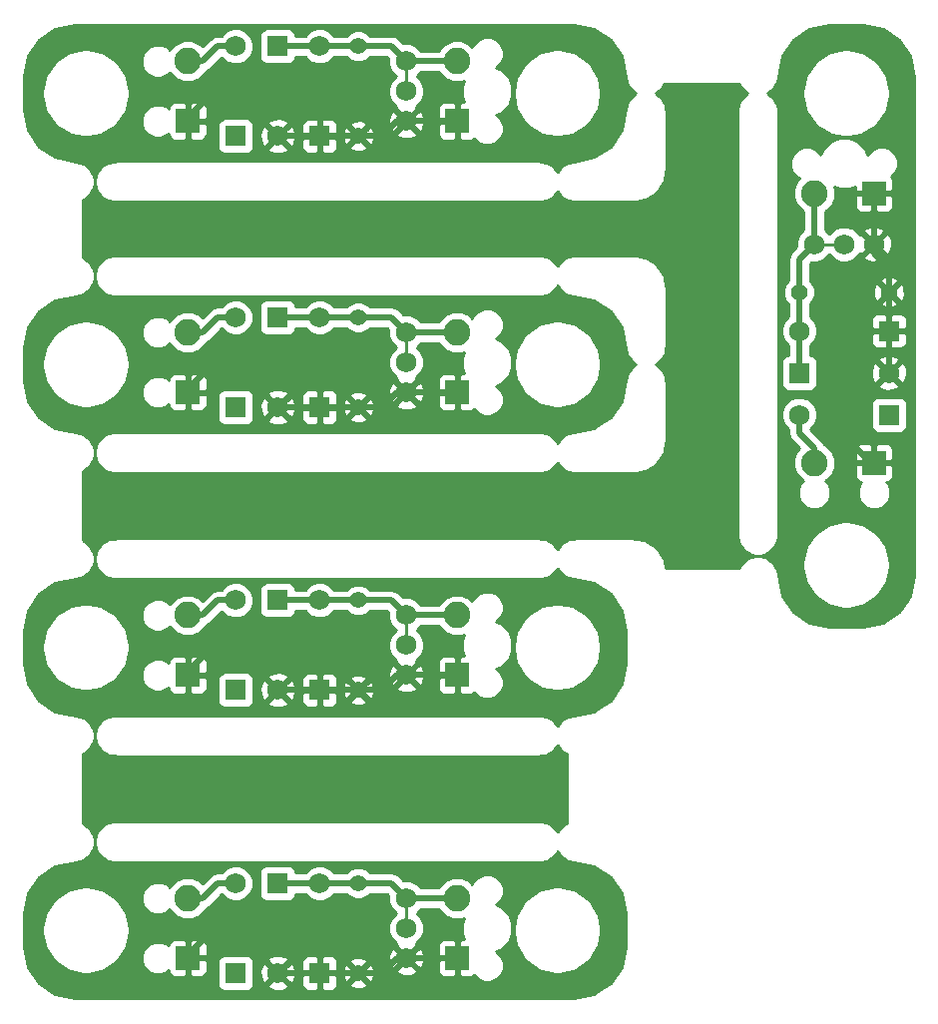
<source format=gbl>
G04 (created by PCBNEW (2013-jul-07)-stable) date Sun 15 Mar 2015 20:22:26 GMT*
%MOIN*%
G04 Gerber Fmt 3.4, Leading zero omitted, Abs format*
%FSLAX34Y34*%
G01*
G70*
G90*
G04 APERTURE LIST*
%ADD10C,0.00590551*%
%ADD11C,0.00984252*%
%ADD12C,0.055*%
%ADD13C,0.0885827*%
%ADD14R,0.0787402X0.0787402*%
%ADD15C,0.0688976*%
%ADD16R,0.0688976X0.0688976*%
%ADD17C,0.0204724*%
%ADD18C,0.01*%
G04 APERTURE END LIST*
G54D10*
G54D11*
X99917Y-64491D02*
X100917Y-64491D01*
X86296Y-86334D02*
X86296Y-87334D01*
X86296Y-76885D02*
X86296Y-77885D01*
X86296Y-67437D02*
X86296Y-68437D01*
X86296Y-58381D02*
X86296Y-59381D01*
G54D12*
X99417Y-66091D03*
X102417Y-66091D03*
G54D13*
X99917Y-71791D03*
G54D14*
X101917Y-71791D03*
G54D13*
X99917Y-62791D03*
G54D14*
X101917Y-62791D03*
G54D15*
X100917Y-64491D03*
X101917Y-64491D03*
X99917Y-64491D03*
G54D16*
X102417Y-70191D03*
G54D15*
X99417Y-70191D03*
G54D16*
X99417Y-68791D03*
G54D15*
X102417Y-68791D03*
X99417Y-67391D03*
G54D16*
X102417Y-67391D03*
G54D15*
X83396Y-85834D03*
G54D16*
X83396Y-88834D03*
X81996Y-85834D03*
G54D15*
X81996Y-88834D03*
G54D16*
X80596Y-88834D03*
G54D15*
X80596Y-85834D03*
X86296Y-87334D03*
X86296Y-88334D03*
X86296Y-86334D03*
G54D13*
X87996Y-86334D03*
G54D14*
X87996Y-88334D03*
G54D13*
X78996Y-86334D03*
G54D14*
X78996Y-88334D03*
G54D12*
X84696Y-85834D03*
X84696Y-88834D03*
X84696Y-76385D03*
X84696Y-79385D03*
G54D13*
X78996Y-76885D03*
G54D14*
X78996Y-78885D03*
G54D13*
X87996Y-76885D03*
G54D14*
X87996Y-78885D03*
G54D15*
X86296Y-77885D03*
X86296Y-78885D03*
X86296Y-76885D03*
G54D16*
X80596Y-79385D03*
G54D15*
X80596Y-76385D03*
G54D16*
X81996Y-76385D03*
G54D15*
X81996Y-79385D03*
X83396Y-76385D03*
G54D16*
X83396Y-79385D03*
G54D15*
X83396Y-66937D03*
G54D16*
X83396Y-69937D03*
X81996Y-66937D03*
G54D15*
X81996Y-69937D03*
G54D16*
X80596Y-69937D03*
G54D15*
X80596Y-66937D03*
X86296Y-68437D03*
X86296Y-69437D03*
X86296Y-67437D03*
G54D13*
X87996Y-67437D03*
G54D14*
X87996Y-69437D03*
G54D13*
X78996Y-67437D03*
G54D14*
X78996Y-69437D03*
G54D12*
X84696Y-66937D03*
X84696Y-69937D03*
X84696Y-57881D03*
X84696Y-60881D03*
G54D13*
X78996Y-58381D03*
G54D14*
X78996Y-60381D03*
G54D13*
X87996Y-58381D03*
G54D14*
X87996Y-60381D03*
G54D15*
X86296Y-59381D03*
X86296Y-60381D03*
X86296Y-58381D03*
G54D16*
X80596Y-60881D03*
G54D15*
X80596Y-57881D03*
G54D16*
X81996Y-57881D03*
G54D15*
X81996Y-60881D03*
X83396Y-57881D03*
G54D16*
X83396Y-60881D03*
G54D17*
X101917Y-71791D02*
X101817Y-71791D01*
X101317Y-69891D02*
X102417Y-68791D01*
X101317Y-71291D02*
X101317Y-69891D01*
X101817Y-71791D02*
X101317Y-71291D01*
X102417Y-68791D02*
X102417Y-66091D01*
X102417Y-66091D02*
X102417Y-65291D01*
X102417Y-65291D02*
X101917Y-64791D01*
X101917Y-64791D02*
X101917Y-62791D01*
X85996Y-88334D02*
X87996Y-88334D01*
X85496Y-88834D02*
X85996Y-88334D01*
X84696Y-88834D02*
X85496Y-88834D01*
X81996Y-88834D02*
X84696Y-88834D01*
X78996Y-88234D02*
X79496Y-87734D01*
X79496Y-87734D02*
X80896Y-87734D01*
X80896Y-87734D02*
X81996Y-88834D01*
X78996Y-88334D02*
X78996Y-88234D01*
X78996Y-78885D02*
X78996Y-78785D01*
X80896Y-78285D02*
X81996Y-79385D01*
X79496Y-78285D02*
X80896Y-78285D01*
X78996Y-78785D02*
X79496Y-78285D01*
X81996Y-79385D02*
X84696Y-79385D01*
X84696Y-79385D02*
X85496Y-79385D01*
X85496Y-79385D02*
X85996Y-78885D01*
X85996Y-78885D02*
X87996Y-78885D01*
X85996Y-69437D02*
X87996Y-69437D01*
X85496Y-69937D02*
X85996Y-69437D01*
X84696Y-69937D02*
X85496Y-69937D01*
X81996Y-69937D02*
X84696Y-69937D01*
X78996Y-69337D02*
X79496Y-68837D01*
X79496Y-68837D02*
X80896Y-68837D01*
X80896Y-68837D02*
X81996Y-69937D01*
X78996Y-69437D02*
X78996Y-69337D01*
X78996Y-60381D02*
X78996Y-60281D01*
X80896Y-59781D02*
X81996Y-60881D01*
X79496Y-59781D02*
X80896Y-59781D01*
X78996Y-60281D02*
X79496Y-59781D01*
X81996Y-60881D02*
X84696Y-60881D01*
X84696Y-60881D02*
X85496Y-60881D01*
X85496Y-60881D02*
X85996Y-60381D01*
X85996Y-60381D02*
X87996Y-60381D01*
X99917Y-71791D02*
X99917Y-71291D01*
X99417Y-70791D02*
X99417Y-70191D01*
X99917Y-71291D02*
X99417Y-70791D01*
X79496Y-86334D02*
X79996Y-85834D01*
X79996Y-85834D02*
X80596Y-85834D01*
X78996Y-86334D02*
X79496Y-86334D01*
X78996Y-76885D02*
X79496Y-76885D01*
X79996Y-76385D02*
X80596Y-76385D01*
X79496Y-76885D02*
X79996Y-76385D01*
X79496Y-67437D02*
X79996Y-66937D01*
X79996Y-66937D02*
X80596Y-66937D01*
X78996Y-67437D02*
X79496Y-67437D01*
X78996Y-58381D02*
X79496Y-58381D01*
X79996Y-57881D02*
X80596Y-57881D01*
X79496Y-58381D02*
X79996Y-57881D01*
X99917Y-62791D02*
X99917Y-64491D01*
X99917Y-64491D02*
X99417Y-64991D01*
X99417Y-64991D02*
X99417Y-66091D01*
X99417Y-68791D02*
X99417Y-67391D01*
X99417Y-67391D02*
X99417Y-66091D01*
X99417Y-66091D02*
X99417Y-66091D01*
X84696Y-85834D02*
X84696Y-85834D01*
X83396Y-85834D02*
X84696Y-85834D01*
X81996Y-85834D02*
X83396Y-85834D01*
X85796Y-85834D02*
X84696Y-85834D01*
X86296Y-86334D02*
X85796Y-85834D01*
X87996Y-86334D02*
X86296Y-86334D01*
X87996Y-76885D02*
X86296Y-76885D01*
X86296Y-76885D02*
X85796Y-76385D01*
X85796Y-76385D02*
X84696Y-76385D01*
X81996Y-76385D02*
X83396Y-76385D01*
X83396Y-76385D02*
X84696Y-76385D01*
X84696Y-76385D02*
X84696Y-76385D01*
X84696Y-66937D02*
X84696Y-66937D01*
X83396Y-66937D02*
X84696Y-66937D01*
X81996Y-66937D02*
X83396Y-66937D01*
X85796Y-66937D02*
X84696Y-66937D01*
X86296Y-67437D02*
X85796Y-66937D01*
X87996Y-67437D02*
X86296Y-67437D01*
X87996Y-58381D02*
X86296Y-58381D01*
X86296Y-58381D02*
X85796Y-57881D01*
X85796Y-57881D02*
X84696Y-57881D01*
X81996Y-57881D02*
X83396Y-57881D01*
X83396Y-57881D02*
X84696Y-57881D01*
X84696Y-57881D02*
X84696Y-57881D01*
G54D10*
G36*
X103253Y-75558D02*
X103120Y-76232D01*
X103016Y-76387D01*
X103016Y-70485D01*
X103016Y-69796D01*
X103016Y-69795D01*
X103016Y-68883D01*
X103011Y-68779D01*
X103011Y-67686D01*
X103011Y-67096D01*
X103011Y-66996D01*
X102973Y-66905D01*
X102947Y-66878D01*
X102947Y-66167D01*
X102935Y-65958D01*
X102877Y-65818D01*
X102785Y-65794D01*
X102714Y-65864D01*
X102714Y-65723D01*
X102712Y-65717D01*
X102712Y-61683D01*
X102629Y-61482D01*
X102476Y-61329D01*
X102448Y-61317D01*
X102448Y-59504D01*
X102448Y-59448D01*
X102448Y-59392D01*
X102448Y-59392D01*
X102448Y-59392D01*
X102448Y-59391D01*
X102359Y-58941D01*
X102359Y-58939D01*
X102316Y-58835D01*
X102059Y-58452D01*
X101979Y-58372D01*
X101978Y-58372D01*
X101598Y-58117D01*
X101596Y-58116D01*
X101492Y-58073D01*
X101040Y-57983D01*
X100927Y-57983D01*
X100925Y-57984D01*
X100477Y-58073D01*
X100475Y-58073D01*
X100371Y-58116D01*
X99988Y-58373D01*
X99908Y-58453D01*
X99907Y-58454D01*
X99653Y-58834D01*
X99651Y-58836D01*
X99608Y-58940D01*
X99519Y-59392D01*
X99519Y-59448D01*
X99519Y-59505D01*
X99608Y-59957D01*
X99651Y-60061D01*
X99653Y-60062D01*
X99907Y-60442D01*
X99908Y-60444D01*
X99988Y-60524D01*
X100371Y-60780D01*
X100475Y-60824D01*
X100477Y-60824D01*
X100925Y-60912D01*
X100927Y-60913D01*
X101040Y-60913D01*
X101492Y-60824D01*
X101596Y-60781D01*
X101598Y-60779D01*
X101978Y-60525D01*
X101979Y-60524D01*
X102059Y-60444D01*
X102316Y-60062D01*
X102359Y-59957D01*
X102359Y-59955D01*
X102448Y-59505D01*
X102448Y-59505D01*
X102448Y-59505D01*
X102448Y-59504D01*
X102448Y-61317D01*
X102276Y-61246D01*
X102059Y-61245D01*
X101858Y-61328D01*
X101705Y-61482D01*
X101702Y-61489D01*
X101630Y-61315D01*
X101394Y-61079D01*
X101085Y-60950D01*
X100750Y-60950D01*
X100441Y-61078D01*
X100205Y-61314D01*
X100132Y-61489D01*
X100129Y-61482D01*
X99976Y-61329D01*
X99776Y-61246D01*
X99559Y-61245D01*
X99358Y-61328D01*
X99205Y-61482D01*
X99122Y-61682D01*
X99121Y-61899D01*
X99204Y-62099D01*
X99358Y-62253D01*
X99436Y-62285D01*
X99326Y-62395D01*
X99219Y-62651D01*
X99219Y-62929D01*
X99325Y-63186D01*
X99521Y-63382D01*
X99560Y-63398D01*
X99560Y-64001D01*
X99409Y-64151D01*
X99318Y-64371D01*
X99318Y-64585D01*
X99164Y-64738D01*
X99087Y-64854D01*
X99060Y-64991D01*
X99060Y-65699D01*
X98968Y-65790D01*
X98887Y-65985D01*
X98887Y-66196D01*
X98967Y-66391D01*
X99060Y-66483D01*
X99060Y-66901D01*
X98909Y-67051D01*
X98818Y-67271D01*
X98818Y-67510D01*
X98909Y-67730D01*
X99060Y-67881D01*
X99060Y-68192D01*
X99022Y-68192D01*
X98928Y-68230D01*
X98857Y-68302D01*
X98818Y-68395D01*
X98818Y-68497D01*
X98818Y-69186D01*
X98856Y-69279D01*
X98928Y-69351D01*
X99021Y-69390D01*
X99123Y-69390D01*
X99812Y-69390D01*
X99905Y-69351D01*
X99977Y-69280D01*
X100016Y-69186D01*
X100016Y-69085D01*
X100016Y-68396D01*
X99977Y-68302D01*
X99906Y-68231D01*
X99812Y-68192D01*
X99774Y-68192D01*
X99774Y-67881D01*
X99925Y-67731D01*
X100016Y-67511D01*
X100016Y-67272D01*
X99925Y-67052D01*
X99774Y-66900D01*
X99774Y-66483D01*
X99866Y-66391D01*
X99946Y-66197D01*
X99947Y-65986D01*
X99866Y-65791D01*
X99774Y-65699D01*
X99774Y-65139D01*
X99823Y-65090D01*
X100035Y-65090D01*
X100256Y-64999D01*
X100417Y-64838D01*
X100577Y-64999D01*
X100797Y-65090D01*
X101035Y-65090D01*
X101256Y-64999D01*
X101425Y-64831D01*
X101431Y-64816D01*
X101499Y-64838D01*
X101846Y-64491D01*
X101499Y-64143D01*
X101431Y-64166D01*
X101425Y-64152D01*
X101257Y-63983D01*
X101037Y-63892D01*
X100798Y-63892D01*
X100578Y-63983D01*
X100417Y-64143D01*
X100274Y-64000D01*
X100274Y-63398D01*
X100311Y-63383D01*
X100508Y-63187D01*
X100614Y-62930D01*
X100615Y-62653D01*
X100576Y-62559D01*
X100749Y-62631D01*
X101083Y-62632D01*
X101273Y-62553D01*
X101273Y-62678D01*
X101336Y-62741D01*
X101867Y-62741D01*
X101867Y-62733D01*
X101967Y-62733D01*
X101967Y-62741D01*
X102498Y-62741D01*
X102561Y-62678D01*
X102561Y-62447D01*
X102560Y-62347D01*
X102522Y-62255D01*
X102498Y-62231D01*
X102629Y-62100D01*
X102712Y-61900D01*
X102712Y-61683D01*
X102712Y-65717D01*
X102690Y-65630D01*
X102561Y-65585D01*
X102561Y-63135D01*
X102561Y-62903D01*
X102498Y-62841D01*
X101967Y-62841D01*
X101967Y-63372D01*
X102029Y-63435D01*
X102360Y-63435D01*
X102452Y-63397D01*
X102522Y-63326D01*
X102560Y-63234D01*
X102561Y-63135D01*
X102561Y-65585D01*
X102516Y-65569D01*
X102516Y-64583D01*
X102506Y-64347D01*
X102435Y-64176D01*
X102335Y-64143D01*
X102264Y-64214D01*
X102264Y-64073D01*
X102231Y-63973D01*
X102009Y-63892D01*
X101867Y-63898D01*
X101867Y-63372D01*
X101867Y-62841D01*
X101336Y-62841D01*
X101273Y-62903D01*
X101273Y-63135D01*
X101273Y-63234D01*
X101311Y-63326D01*
X101382Y-63397D01*
X101474Y-63435D01*
X101804Y-63435D01*
X101867Y-63372D01*
X101867Y-63898D01*
X101773Y-63902D01*
X101602Y-63973D01*
X101569Y-64073D01*
X101917Y-64420D01*
X102264Y-64073D01*
X102264Y-64214D01*
X101988Y-64491D01*
X102335Y-64838D01*
X102435Y-64805D01*
X102516Y-64583D01*
X102516Y-65569D01*
X102493Y-65561D01*
X102284Y-65572D01*
X102264Y-65580D01*
X102264Y-64909D01*
X101917Y-64562D01*
X101569Y-64909D01*
X101602Y-65009D01*
X101824Y-65090D01*
X102061Y-65080D01*
X102231Y-65009D01*
X102264Y-64909D01*
X102264Y-65580D01*
X102144Y-65630D01*
X102120Y-65723D01*
X102417Y-66020D01*
X102714Y-65723D01*
X102714Y-65864D01*
X102488Y-66091D01*
X102785Y-66388D01*
X102877Y-66364D01*
X102947Y-66167D01*
X102947Y-66878D01*
X102903Y-66834D01*
X102811Y-66796D01*
X102714Y-66796D01*
X102714Y-66459D01*
X102417Y-66162D01*
X102346Y-66232D01*
X102346Y-66091D01*
X102049Y-65794D01*
X101956Y-65818D01*
X101887Y-66015D01*
X101898Y-66224D01*
X101956Y-66364D01*
X102049Y-66388D01*
X102346Y-66091D01*
X102346Y-66232D01*
X102120Y-66459D01*
X102144Y-66551D01*
X102341Y-66621D01*
X102550Y-66609D01*
X102690Y-66551D01*
X102714Y-66459D01*
X102714Y-66796D01*
X102529Y-66796D01*
X102467Y-66859D01*
X102467Y-67341D01*
X102949Y-67341D01*
X103011Y-67278D01*
X103011Y-67096D01*
X103011Y-67686D01*
X103011Y-67503D01*
X102949Y-67441D01*
X102467Y-67441D01*
X102467Y-67923D01*
X102529Y-67985D01*
X102811Y-67985D01*
X102903Y-67947D01*
X102973Y-67877D01*
X103011Y-67785D01*
X103011Y-67686D01*
X103011Y-68779D01*
X103006Y-68647D01*
X102935Y-68476D01*
X102835Y-68443D01*
X102764Y-68514D01*
X102764Y-68373D01*
X102731Y-68273D01*
X102509Y-68192D01*
X102367Y-68198D01*
X102367Y-67923D01*
X102367Y-67441D01*
X102367Y-67341D01*
X102367Y-66859D01*
X102304Y-66796D01*
X102023Y-66796D01*
X101931Y-66834D01*
X101861Y-66905D01*
X101822Y-66996D01*
X101822Y-67096D01*
X101822Y-67278D01*
X101885Y-67341D01*
X102367Y-67341D01*
X102367Y-67441D01*
X101885Y-67441D01*
X101822Y-67503D01*
X101822Y-67686D01*
X101822Y-67785D01*
X101861Y-67877D01*
X101931Y-67947D01*
X102023Y-67985D01*
X102304Y-67985D01*
X102367Y-67923D01*
X102367Y-68198D01*
X102273Y-68202D01*
X102102Y-68273D01*
X102069Y-68373D01*
X102417Y-68720D01*
X102764Y-68373D01*
X102764Y-68514D01*
X102488Y-68791D01*
X102835Y-69138D01*
X102935Y-69105D01*
X103016Y-68883D01*
X103016Y-69795D01*
X102977Y-69702D01*
X102906Y-69631D01*
X102812Y-69592D01*
X102764Y-69592D01*
X102764Y-69209D01*
X102417Y-68862D01*
X102346Y-68932D01*
X102346Y-68791D01*
X101999Y-68443D01*
X101899Y-68476D01*
X101818Y-68698D01*
X101828Y-68935D01*
X101899Y-69105D01*
X101999Y-69138D01*
X102346Y-68791D01*
X102346Y-68932D01*
X102069Y-69209D01*
X102102Y-69309D01*
X102324Y-69390D01*
X102561Y-69380D01*
X102731Y-69309D01*
X102764Y-69209D01*
X102764Y-69592D01*
X102711Y-69592D01*
X102022Y-69592D01*
X101928Y-69630D01*
X101857Y-69702D01*
X101818Y-69795D01*
X101818Y-69897D01*
X101818Y-70586D01*
X101856Y-70679D01*
X101928Y-70751D01*
X102021Y-70790D01*
X102123Y-70790D01*
X102812Y-70790D01*
X102905Y-70751D01*
X102977Y-70680D01*
X103016Y-70586D01*
X103016Y-70485D01*
X103016Y-76387D01*
X102759Y-76772D01*
X102561Y-76905D01*
X102561Y-72135D01*
X102561Y-71447D01*
X102560Y-71347D01*
X102522Y-71255D01*
X102452Y-71185D01*
X102360Y-71147D01*
X102029Y-71147D01*
X101967Y-71210D01*
X101967Y-71741D01*
X102498Y-71741D01*
X102561Y-71678D01*
X102561Y-71447D01*
X102561Y-72135D01*
X102561Y-71903D01*
X102498Y-71841D01*
X101967Y-71841D01*
X101967Y-71849D01*
X101867Y-71849D01*
X101867Y-71841D01*
X101867Y-71741D01*
X101867Y-71210D01*
X101804Y-71147D01*
X101474Y-71147D01*
X101382Y-71185D01*
X101311Y-71255D01*
X101273Y-71347D01*
X101273Y-71447D01*
X101273Y-71678D01*
X101336Y-71741D01*
X101867Y-71741D01*
X101867Y-71841D01*
X101336Y-71841D01*
X101273Y-71903D01*
X101273Y-72135D01*
X101273Y-72234D01*
X101311Y-72326D01*
X101382Y-72397D01*
X101474Y-72435D01*
X101502Y-72435D01*
X101455Y-72482D01*
X101372Y-72682D01*
X101371Y-72899D01*
X101454Y-73099D01*
X101608Y-73253D01*
X101808Y-73336D01*
X102025Y-73336D01*
X102225Y-73253D01*
X102379Y-73100D01*
X102462Y-72900D01*
X102462Y-72683D01*
X102379Y-72482D01*
X102332Y-72435D01*
X102360Y-72435D01*
X102452Y-72397D01*
X102522Y-72326D01*
X102560Y-72234D01*
X102561Y-72135D01*
X102561Y-76905D01*
X102448Y-76980D01*
X102448Y-75252D01*
X102448Y-75196D01*
X102448Y-75140D01*
X102448Y-75140D01*
X102448Y-75140D01*
X102448Y-75139D01*
X102359Y-74689D01*
X102359Y-74687D01*
X102316Y-74583D01*
X102059Y-74200D01*
X101979Y-74120D01*
X101978Y-74120D01*
X101598Y-73865D01*
X101596Y-73864D01*
X101492Y-73821D01*
X101040Y-73731D01*
X100927Y-73731D01*
X100925Y-73732D01*
X100615Y-73794D01*
X100615Y-71653D01*
X100509Y-71396D01*
X100313Y-71200D01*
X100251Y-71174D01*
X100247Y-71154D01*
X100169Y-71038D01*
X99793Y-70662D01*
X99925Y-70531D01*
X100016Y-70311D01*
X100016Y-70072D01*
X99925Y-69852D01*
X99757Y-69683D01*
X99537Y-69592D01*
X99298Y-69592D01*
X99078Y-69683D01*
X98909Y-69851D01*
X98818Y-70071D01*
X98818Y-70310D01*
X98909Y-70530D01*
X99060Y-70681D01*
X99060Y-70791D01*
X99087Y-70927D01*
X99164Y-71043D01*
X99421Y-71300D01*
X99326Y-71395D01*
X99219Y-71651D01*
X99219Y-71929D01*
X99325Y-72186D01*
X99521Y-72382D01*
X99545Y-72392D01*
X99455Y-72482D01*
X99372Y-72682D01*
X99371Y-72899D01*
X99454Y-73099D01*
X99608Y-73253D01*
X99808Y-73336D01*
X100025Y-73336D01*
X100225Y-73253D01*
X100379Y-73100D01*
X100462Y-72900D01*
X100462Y-72683D01*
X100379Y-72482D01*
X100289Y-72392D01*
X100311Y-72383D01*
X100508Y-72187D01*
X100614Y-71930D01*
X100615Y-71653D01*
X100615Y-73794D01*
X100477Y-73821D01*
X100475Y-73821D01*
X100371Y-73864D01*
X99988Y-74121D01*
X99908Y-74201D01*
X99907Y-74203D01*
X99653Y-74582D01*
X99651Y-74584D01*
X99608Y-74688D01*
X99519Y-75140D01*
X99519Y-75196D01*
X99519Y-75253D01*
X99608Y-75705D01*
X99651Y-75809D01*
X99653Y-75810D01*
X99907Y-76190D01*
X99908Y-76192D01*
X99988Y-76272D01*
X100371Y-76528D01*
X100475Y-76572D01*
X100477Y-76572D01*
X100925Y-76660D01*
X100927Y-76661D01*
X101040Y-76661D01*
X101492Y-76572D01*
X101596Y-76529D01*
X101598Y-76527D01*
X101978Y-76273D01*
X101979Y-76272D01*
X102059Y-76192D01*
X102316Y-75810D01*
X102359Y-75705D01*
X102359Y-75703D01*
X102448Y-75253D01*
X102448Y-75253D01*
X102448Y-75253D01*
X102448Y-75252D01*
X102448Y-76980D01*
X102213Y-77137D01*
X101546Y-77269D01*
X100425Y-77269D01*
X99751Y-77136D01*
X99211Y-76774D01*
X98846Y-76229D01*
X98709Y-75534D01*
X98708Y-75533D01*
X98679Y-75383D01*
X98635Y-75279D01*
X98635Y-75278D01*
X98550Y-75151D01*
X98550Y-75151D01*
X98470Y-75071D01*
X98343Y-74986D01*
X98342Y-74985D01*
X98238Y-74942D01*
X98087Y-74912D01*
X97974Y-74913D01*
X97974Y-74913D01*
X97824Y-74942D01*
X97720Y-74986D01*
X97719Y-74986D01*
X97592Y-75071D01*
X97592Y-75071D01*
X97512Y-75151D01*
X97427Y-75278D01*
X97426Y-75279D01*
X97417Y-75301D01*
X94974Y-75301D01*
X94974Y-71062D01*
X94974Y-69094D01*
X94968Y-69066D01*
X94968Y-69038D01*
X94938Y-68887D01*
X94895Y-68783D01*
X94895Y-68782D01*
X94810Y-68655D01*
X94810Y-68655D01*
X94730Y-68575D01*
X94623Y-68503D01*
X94730Y-68432D01*
X94810Y-68352D01*
X94810Y-68352D01*
X94895Y-68225D01*
X94895Y-68224D01*
X94938Y-68120D01*
X94968Y-67969D01*
X94968Y-67941D01*
X94974Y-67913D01*
X94974Y-65944D01*
X94969Y-65918D01*
X94969Y-65888D01*
X94908Y-65586D01*
X94865Y-65482D01*
X94864Y-65481D01*
X94695Y-65228D01*
X94695Y-65226D01*
X94615Y-65147D01*
X94359Y-64976D01*
X94255Y-64933D01*
X94253Y-64933D01*
X93954Y-64873D01*
X93925Y-64873D01*
X93897Y-64868D01*
X91929Y-64868D01*
X91900Y-64873D01*
X91872Y-64873D01*
X91722Y-64903D01*
X91617Y-64946D01*
X91617Y-64947D01*
X91490Y-65032D01*
X91489Y-65032D01*
X91409Y-65112D01*
X91338Y-65219D01*
X91267Y-65112D01*
X91266Y-65111D01*
X91187Y-65031D01*
X91059Y-64947D01*
X91059Y-64946D01*
X90954Y-64903D01*
X90804Y-64873D01*
X90775Y-64873D01*
X90748Y-64868D01*
X76574Y-64868D01*
X76546Y-64873D01*
X76518Y-64873D01*
X76367Y-64903D01*
X76263Y-64946D01*
X76263Y-64947D01*
X76135Y-65032D01*
X76135Y-65032D01*
X76055Y-65112D01*
X75970Y-65239D01*
X75970Y-65239D01*
X75927Y-65344D01*
X75897Y-65494D01*
X75897Y-65551D01*
X75897Y-65607D01*
X75927Y-65758D01*
X75970Y-65862D01*
X75970Y-65862D01*
X76055Y-65990D01*
X76135Y-66070D01*
X76135Y-66070D01*
X76263Y-66155D01*
X76263Y-66155D01*
X76367Y-66198D01*
X76518Y-66228D01*
X76546Y-66228D01*
X76574Y-66234D01*
X90748Y-66234D01*
X90775Y-66228D01*
X90804Y-66228D01*
X90954Y-66198D01*
X91059Y-66155D01*
X91059Y-66155D01*
X91187Y-66070D01*
X91266Y-65990D01*
X91267Y-65990D01*
X91338Y-65883D01*
X91409Y-65990D01*
X91489Y-66070D01*
X91490Y-66070D01*
X91617Y-66155D01*
X91617Y-66155D01*
X91722Y-66198D01*
X91872Y-66228D01*
X91872Y-66228D01*
X92568Y-66366D01*
X93113Y-66731D01*
X93474Y-67271D01*
X93613Y-67969D01*
X93614Y-67972D01*
X93643Y-68120D01*
X93686Y-68224D01*
X93687Y-68225D01*
X93772Y-68352D01*
X93851Y-68432D01*
X93852Y-68432D01*
X93959Y-68503D01*
X93852Y-68575D01*
X93851Y-68575D01*
X93772Y-68655D01*
X93687Y-68782D01*
X93686Y-68783D01*
X93643Y-68887D01*
X93614Y-69034D01*
X93613Y-69038D01*
X93474Y-69736D01*
X93113Y-70276D01*
X92803Y-70484D01*
X92803Y-68560D01*
X92803Y-68503D01*
X92803Y-68447D01*
X92803Y-68447D01*
X92803Y-68447D01*
X92802Y-68447D01*
X92713Y-67996D01*
X92713Y-67995D01*
X92670Y-67890D01*
X92414Y-67507D01*
X92334Y-67428D01*
X92332Y-67427D01*
X91952Y-67172D01*
X91951Y-67171D01*
X91846Y-67128D01*
X91394Y-67038D01*
X91281Y-67039D01*
X91279Y-67039D01*
X90831Y-67128D01*
X90829Y-67128D01*
X90725Y-67171D01*
X90342Y-67428D01*
X90262Y-67508D01*
X90261Y-67510D01*
X90007Y-67889D01*
X90006Y-67891D01*
X89963Y-67995D01*
X89873Y-68447D01*
X89873Y-68503D01*
X89873Y-68560D01*
X89963Y-69012D01*
X90006Y-69116D01*
X90007Y-69117D01*
X90261Y-69497D01*
X90262Y-69499D01*
X90342Y-69579D01*
X90725Y-69835D01*
X90829Y-69879D01*
X90831Y-69879D01*
X91279Y-69968D01*
X91281Y-69968D01*
X91394Y-69968D01*
X91846Y-69879D01*
X91951Y-69836D01*
X91952Y-69834D01*
X92332Y-69580D01*
X92334Y-69579D01*
X92414Y-69500D01*
X92670Y-69117D01*
X92713Y-69012D01*
X92713Y-69010D01*
X92802Y-68560D01*
X92803Y-68560D01*
X92803Y-68560D01*
X92803Y-68560D01*
X92803Y-70484D01*
X92568Y-70641D01*
X91872Y-70779D01*
X91872Y-70779D01*
X91722Y-70809D01*
X91617Y-70852D01*
X91617Y-70852D01*
X91490Y-70937D01*
X91489Y-70937D01*
X91409Y-71017D01*
X91338Y-71124D01*
X91267Y-71017D01*
X91266Y-71017D01*
X91187Y-70937D01*
X91059Y-70852D01*
X91059Y-70852D01*
X90954Y-70808D01*
X90804Y-70779D01*
X90775Y-70779D01*
X90748Y-70773D01*
X89836Y-70773D01*
X89836Y-68270D01*
X89709Y-67961D01*
X89472Y-67724D01*
X89297Y-67652D01*
X89304Y-67649D01*
X89458Y-67496D01*
X89541Y-67295D01*
X89541Y-67079D01*
X89458Y-66878D01*
X89305Y-66725D01*
X89105Y-66641D01*
X88888Y-66641D01*
X88687Y-66724D01*
X88534Y-66877D01*
X88501Y-66955D01*
X88391Y-66845D01*
X88135Y-66739D01*
X87857Y-66739D01*
X87601Y-66845D01*
X87404Y-67041D01*
X87388Y-67079D01*
X86786Y-67079D01*
X86635Y-66929D01*
X86415Y-66837D01*
X86201Y-66837D01*
X86048Y-66684D01*
X85932Y-66607D01*
X85796Y-66579D01*
X85088Y-66579D01*
X84996Y-66488D01*
X84801Y-66407D01*
X84591Y-66407D01*
X84396Y-66487D01*
X84303Y-66579D01*
X83886Y-66579D01*
X83735Y-66429D01*
X83515Y-66337D01*
X83277Y-66337D01*
X83057Y-66428D01*
X82905Y-66579D01*
X82595Y-66579D01*
X82595Y-66542D01*
X82556Y-66448D01*
X82485Y-66376D01*
X82391Y-66337D01*
X82290Y-66337D01*
X81601Y-66337D01*
X81507Y-66376D01*
X81435Y-66448D01*
X81396Y-66541D01*
X81396Y-66642D01*
X81396Y-67331D01*
X81435Y-67425D01*
X81507Y-67497D01*
X81600Y-67536D01*
X81702Y-67536D01*
X82390Y-67536D01*
X82484Y-67497D01*
X82556Y-67425D01*
X82595Y-67332D01*
X82595Y-67294D01*
X82905Y-67294D01*
X83056Y-67444D01*
X83276Y-67536D01*
X83514Y-67536D01*
X83735Y-67445D01*
X83886Y-67294D01*
X84304Y-67294D01*
X84395Y-67385D01*
X84590Y-67466D01*
X84800Y-67466D01*
X84995Y-67386D01*
X85088Y-67294D01*
X85648Y-67294D01*
X85696Y-67342D01*
X85696Y-67555D01*
X85787Y-67775D01*
X85948Y-67937D01*
X85788Y-68097D01*
X85696Y-68317D01*
X85696Y-68555D01*
X85787Y-68775D01*
X85956Y-68944D01*
X85970Y-68950D01*
X85948Y-69018D01*
X86296Y-69366D01*
X86643Y-69018D01*
X86621Y-68951D01*
X86635Y-68945D01*
X86803Y-68776D01*
X86895Y-68556D01*
X86895Y-68318D01*
X86804Y-68098D01*
X86643Y-67936D01*
X86786Y-67794D01*
X87388Y-67794D01*
X87404Y-67831D01*
X87600Y-68028D01*
X87856Y-68134D01*
X88134Y-68134D01*
X88227Y-68096D01*
X88155Y-68269D01*
X88155Y-68603D01*
X88233Y-68793D01*
X88108Y-68793D01*
X88046Y-68855D01*
X88046Y-69387D01*
X88053Y-69387D01*
X88053Y-69487D01*
X88046Y-69487D01*
X88046Y-70018D01*
X88108Y-70080D01*
X88340Y-70080D01*
X88439Y-70080D01*
X88531Y-70042D01*
X88556Y-70018D01*
X88686Y-70149D01*
X88887Y-70232D01*
X89104Y-70232D01*
X89304Y-70149D01*
X89458Y-69996D01*
X89541Y-69795D01*
X89541Y-69579D01*
X89458Y-69378D01*
X89305Y-69225D01*
X89297Y-69221D01*
X89471Y-69150D01*
X89708Y-68913D01*
X89836Y-68604D01*
X89836Y-68270D01*
X89836Y-70773D01*
X87946Y-70773D01*
X87946Y-70018D01*
X87946Y-69487D01*
X87946Y-69387D01*
X87946Y-68855D01*
X87883Y-68793D01*
X87651Y-68793D01*
X87552Y-68793D01*
X87460Y-68831D01*
X87390Y-68901D01*
X87352Y-68993D01*
X87352Y-69324D01*
X87414Y-69387D01*
X87946Y-69387D01*
X87946Y-69487D01*
X87414Y-69487D01*
X87352Y-69549D01*
X87352Y-69880D01*
X87390Y-69972D01*
X87460Y-70042D01*
X87552Y-70080D01*
X87651Y-70080D01*
X87883Y-70080D01*
X87946Y-70018D01*
X87946Y-70773D01*
X86895Y-70773D01*
X86895Y-69529D01*
X86884Y-69293D01*
X86814Y-69122D01*
X86714Y-69089D01*
X86366Y-69437D01*
X86714Y-69784D01*
X86814Y-69751D01*
X86895Y-69529D01*
X86895Y-70773D01*
X86643Y-70773D01*
X86643Y-69855D01*
X86296Y-69507D01*
X86225Y-69578D01*
X86225Y-69437D01*
X85877Y-69089D01*
X85777Y-69122D01*
X85697Y-69344D01*
X85707Y-69580D01*
X85777Y-69751D01*
X85877Y-69784D01*
X86225Y-69437D01*
X86225Y-69578D01*
X85948Y-69855D01*
X85981Y-69955D01*
X86203Y-70036D01*
X86439Y-70025D01*
X86610Y-69955D01*
X86643Y-69855D01*
X86643Y-70773D01*
X85225Y-70773D01*
X85225Y-70012D01*
X85214Y-69804D01*
X85156Y-69664D01*
X85063Y-69639D01*
X84993Y-69710D01*
X84993Y-69569D01*
X84968Y-69476D01*
X84771Y-69407D01*
X84563Y-69418D01*
X84423Y-69476D01*
X84398Y-69569D01*
X84696Y-69866D01*
X84993Y-69569D01*
X84993Y-69710D01*
X84766Y-69937D01*
X85063Y-70234D01*
X85156Y-70209D01*
X85225Y-70012D01*
X85225Y-70773D01*
X84993Y-70773D01*
X84993Y-70304D01*
X84696Y-70007D01*
X84625Y-70078D01*
X84625Y-69937D01*
X84328Y-69639D01*
X84235Y-69664D01*
X84166Y-69861D01*
X84177Y-70069D01*
X84235Y-70209D01*
X84328Y-70234D01*
X84625Y-69937D01*
X84625Y-70078D01*
X84398Y-70304D01*
X84423Y-70397D01*
X84620Y-70466D01*
X84828Y-70455D01*
X84968Y-70397D01*
X84993Y-70304D01*
X84993Y-70773D01*
X83990Y-70773D01*
X83990Y-70331D01*
X83990Y-69543D01*
X83952Y-69451D01*
X83882Y-69380D01*
X83790Y-69342D01*
X83691Y-69342D01*
X83508Y-69342D01*
X83446Y-69405D01*
X83446Y-69887D01*
X83928Y-69887D01*
X83990Y-69824D01*
X83990Y-69543D01*
X83990Y-70331D01*
X83990Y-70049D01*
X83928Y-69987D01*
X83446Y-69987D01*
X83446Y-70468D01*
X83508Y-70531D01*
X83691Y-70531D01*
X83790Y-70531D01*
X83882Y-70493D01*
X83952Y-70422D01*
X83990Y-70331D01*
X83990Y-70773D01*
X83346Y-70773D01*
X83346Y-70468D01*
X83346Y-69987D01*
X83346Y-69887D01*
X83346Y-69405D01*
X83283Y-69342D01*
X83101Y-69342D01*
X83001Y-69342D01*
X82909Y-69380D01*
X82839Y-69451D01*
X82801Y-69543D01*
X82801Y-69824D01*
X82864Y-69887D01*
X83346Y-69887D01*
X83346Y-69987D01*
X82864Y-69987D01*
X82801Y-70049D01*
X82801Y-70331D01*
X82839Y-70422D01*
X82909Y-70493D01*
X83001Y-70531D01*
X83101Y-70531D01*
X83283Y-70531D01*
X83346Y-70468D01*
X83346Y-70773D01*
X82595Y-70773D01*
X82595Y-70029D01*
X82584Y-69793D01*
X82514Y-69622D01*
X82414Y-69589D01*
X82343Y-69660D01*
X82343Y-69518D01*
X82310Y-69418D01*
X82088Y-69337D01*
X81852Y-69348D01*
X81681Y-69418D01*
X81648Y-69518D01*
X81996Y-69866D01*
X82343Y-69518D01*
X82343Y-69660D01*
X82066Y-69937D01*
X82414Y-70284D01*
X82514Y-70251D01*
X82595Y-70029D01*
X82595Y-70773D01*
X82343Y-70773D01*
X82343Y-70355D01*
X81996Y-70007D01*
X81925Y-70078D01*
X81925Y-69937D01*
X81577Y-69589D01*
X81477Y-69622D01*
X81397Y-69844D01*
X81407Y-70080D01*
X81477Y-70251D01*
X81577Y-70284D01*
X81925Y-69937D01*
X81925Y-70078D01*
X81648Y-70355D01*
X81681Y-70455D01*
X81903Y-70536D01*
X82139Y-70525D01*
X82310Y-70455D01*
X82343Y-70355D01*
X82343Y-70773D01*
X81195Y-70773D01*
X81195Y-66818D01*
X81104Y-66598D01*
X80935Y-66429D01*
X80715Y-66337D01*
X80477Y-66337D01*
X80257Y-66428D01*
X80105Y-66579D01*
X79996Y-66579D01*
X79859Y-66607D01*
X79743Y-66684D01*
X79486Y-66941D01*
X79391Y-66845D01*
X79135Y-66739D01*
X78857Y-66739D01*
X78601Y-66845D01*
X78404Y-67041D01*
X78395Y-67064D01*
X78305Y-66975D01*
X78105Y-66891D01*
X77888Y-66891D01*
X77687Y-66974D01*
X77534Y-67127D01*
X77450Y-67328D01*
X77450Y-67544D01*
X77533Y-67745D01*
X77686Y-67899D01*
X77887Y-67982D01*
X78104Y-67982D01*
X78304Y-67899D01*
X78395Y-67809D01*
X78404Y-67831D01*
X78600Y-68028D01*
X78856Y-68134D01*
X79134Y-68134D01*
X79390Y-68028D01*
X79587Y-67832D01*
X79612Y-67770D01*
X79632Y-67766D01*
X79748Y-67689D01*
X80124Y-67313D01*
X80256Y-67444D01*
X80476Y-67536D01*
X80714Y-67536D01*
X80935Y-67445D01*
X81103Y-67276D01*
X81195Y-67056D01*
X81195Y-66818D01*
X81195Y-70773D01*
X81195Y-70773D01*
X81195Y-70231D01*
X81195Y-69542D01*
X81156Y-69448D01*
X81085Y-69376D01*
X80991Y-69337D01*
X80890Y-69337D01*
X80201Y-69337D01*
X80107Y-69376D01*
X80035Y-69448D01*
X79996Y-69541D01*
X79996Y-69642D01*
X79996Y-70331D01*
X80035Y-70425D01*
X80107Y-70497D01*
X80200Y-70536D01*
X80302Y-70536D01*
X80990Y-70536D01*
X81084Y-70497D01*
X81156Y-70425D01*
X81195Y-70332D01*
X81195Y-70231D01*
X81195Y-70773D01*
X79639Y-70773D01*
X79639Y-69880D01*
X79639Y-68993D01*
X79601Y-68901D01*
X79531Y-68831D01*
X79439Y-68793D01*
X79340Y-68793D01*
X79108Y-68793D01*
X79046Y-68855D01*
X79046Y-69387D01*
X79577Y-69387D01*
X79639Y-69324D01*
X79639Y-68993D01*
X79639Y-69880D01*
X79639Y-69549D01*
X79577Y-69487D01*
X79046Y-69487D01*
X79046Y-70018D01*
X79108Y-70080D01*
X79340Y-70080D01*
X79439Y-70080D01*
X79531Y-70042D01*
X79601Y-69972D01*
X79639Y-69880D01*
X79639Y-70773D01*
X78946Y-70773D01*
X78946Y-70018D01*
X78946Y-69487D01*
X78938Y-69487D01*
X78938Y-69387D01*
X78946Y-69387D01*
X78946Y-68855D01*
X78883Y-68793D01*
X78651Y-68793D01*
X78552Y-68793D01*
X78460Y-68831D01*
X78390Y-68901D01*
X78352Y-68993D01*
X78352Y-69022D01*
X78305Y-68975D01*
X78105Y-68891D01*
X77888Y-68891D01*
X77687Y-68974D01*
X77534Y-69127D01*
X77450Y-69328D01*
X77450Y-69544D01*
X77533Y-69745D01*
X77686Y-69899D01*
X77887Y-69982D01*
X78104Y-69982D01*
X78304Y-69899D01*
X78352Y-69851D01*
X78352Y-69880D01*
X78390Y-69972D01*
X78460Y-70042D01*
X78552Y-70080D01*
X78651Y-70080D01*
X78883Y-70080D01*
X78946Y-70018D01*
X78946Y-70773D01*
X77055Y-70773D01*
X77055Y-68560D01*
X77055Y-68503D01*
X77055Y-68447D01*
X77055Y-68447D01*
X77055Y-68447D01*
X77054Y-68447D01*
X76965Y-67996D01*
X76965Y-67995D01*
X76922Y-67890D01*
X76666Y-67507D01*
X76586Y-67428D01*
X76584Y-67427D01*
X76204Y-67172D01*
X76203Y-67171D01*
X76098Y-67128D01*
X75646Y-67038D01*
X75533Y-67039D01*
X75531Y-67039D01*
X75083Y-67128D01*
X75081Y-67128D01*
X74977Y-67171D01*
X74594Y-67428D01*
X74514Y-67508D01*
X74513Y-67510D01*
X74259Y-67889D01*
X74258Y-67891D01*
X74215Y-67995D01*
X74125Y-68447D01*
X74125Y-68503D01*
X74125Y-68560D01*
X74215Y-69012D01*
X74258Y-69116D01*
X74259Y-69117D01*
X74513Y-69497D01*
X74514Y-69499D01*
X74594Y-69579D01*
X74977Y-69835D01*
X75081Y-69879D01*
X75083Y-69879D01*
X75531Y-69968D01*
X75533Y-69968D01*
X75646Y-69968D01*
X76098Y-69879D01*
X76203Y-69836D01*
X76204Y-69834D01*
X76584Y-69580D01*
X76586Y-69579D01*
X76666Y-69500D01*
X76922Y-69117D01*
X76965Y-69012D01*
X76965Y-69010D01*
X77054Y-68560D01*
X77055Y-68560D01*
X77055Y-68560D01*
X77055Y-68560D01*
X77055Y-70773D01*
X76574Y-70773D01*
X76546Y-70779D01*
X76518Y-70779D01*
X76367Y-70809D01*
X76263Y-70852D01*
X76263Y-70852D01*
X76135Y-70937D01*
X76135Y-70937D01*
X76055Y-71017D01*
X75970Y-71145D01*
X75970Y-71145D01*
X75927Y-71249D01*
X75897Y-71400D01*
X75897Y-71456D01*
X75897Y-71512D01*
X75927Y-71663D01*
X75970Y-71767D01*
X75970Y-71768D01*
X76055Y-71895D01*
X76135Y-71975D01*
X76135Y-71975D01*
X76263Y-72060D01*
X76263Y-72061D01*
X76367Y-72104D01*
X76518Y-72134D01*
X76546Y-72134D01*
X76574Y-72139D01*
X90748Y-72139D01*
X90775Y-72134D01*
X90804Y-72134D01*
X90954Y-72104D01*
X91059Y-72061D01*
X91059Y-72060D01*
X91187Y-71975D01*
X91266Y-71896D01*
X91267Y-71895D01*
X91338Y-71788D01*
X91409Y-71895D01*
X91489Y-71975D01*
X91490Y-71975D01*
X91617Y-72060D01*
X91617Y-72061D01*
X91722Y-72104D01*
X91872Y-72134D01*
X91900Y-72134D01*
X91929Y-72139D01*
X93897Y-72139D01*
X93925Y-72134D01*
X93954Y-72134D01*
X94253Y-72074D01*
X94255Y-72074D01*
X94359Y-72031D01*
X94615Y-71860D01*
X94695Y-71780D01*
X94695Y-71779D01*
X94864Y-71526D01*
X94865Y-71525D01*
X94908Y-71421D01*
X94969Y-71119D01*
X94969Y-71089D01*
X94974Y-71062D01*
X94974Y-75301D01*
X94961Y-75301D01*
X94908Y-75035D01*
X94865Y-74931D01*
X94864Y-74930D01*
X94695Y-74676D01*
X94695Y-74675D01*
X94615Y-74595D01*
X94359Y-74425D01*
X94255Y-74382D01*
X94253Y-74382D01*
X93954Y-74322D01*
X93925Y-74322D01*
X93897Y-74316D01*
X91929Y-74316D01*
X91900Y-74322D01*
X91872Y-74322D01*
X91722Y-74352D01*
X91617Y-74395D01*
X91617Y-74396D01*
X91490Y-74480D01*
X91489Y-74481D01*
X91409Y-74560D01*
X91338Y-74668D01*
X91267Y-74561D01*
X91266Y-74560D01*
X91187Y-74480D01*
X91059Y-74395D01*
X91059Y-74395D01*
X90954Y-74352D01*
X90804Y-74322D01*
X90775Y-74322D01*
X90748Y-74316D01*
X76574Y-74316D01*
X76546Y-74322D01*
X76518Y-74322D01*
X76367Y-74352D01*
X76263Y-74395D01*
X76263Y-74396D01*
X76135Y-74480D01*
X76135Y-74481D01*
X76055Y-74560D01*
X75970Y-74688D01*
X75970Y-74688D01*
X75927Y-74793D01*
X75897Y-74943D01*
X75897Y-75000D01*
X75897Y-75056D01*
X75927Y-75206D01*
X75970Y-75311D01*
X75970Y-75311D01*
X76055Y-75439D01*
X76135Y-75518D01*
X76135Y-75519D01*
X76263Y-75603D01*
X76263Y-75604D01*
X76367Y-75647D01*
X76518Y-75677D01*
X76546Y-75677D01*
X76574Y-75683D01*
X90748Y-75683D01*
X90775Y-75677D01*
X90804Y-75677D01*
X90954Y-75647D01*
X91059Y-75604D01*
X91059Y-75604D01*
X91187Y-75519D01*
X91266Y-75439D01*
X91267Y-75438D01*
X91338Y-75331D01*
X91409Y-75439D01*
X91489Y-75518D01*
X91490Y-75519D01*
X91617Y-75603D01*
X91617Y-75604D01*
X91722Y-75647D01*
X91872Y-75677D01*
X91872Y-75677D01*
X92568Y-75815D01*
X93113Y-76180D01*
X93474Y-76720D01*
X93608Y-77394D01*
X93608Y-78511D01*
X93474Y-79185D01*
X93113Y-79725D01*
X92803Y-79932D01*
X92803Y-78008D01*
X92803Y-77952D01*
X92803Y-77896D01*
X92803Y-77896D01*
X92803Y-77895D01*
X92802Y-77895D01*
X92713Y-77445D01*
X92713Y-77443D01*
X92670Y-77339D01*
X92414Y-76956D01*
X92334Y-76876D01*
X92332Y-76876D01*
X91952Y-76621D01*
X91951Y-76620D01*
X91846Y-76577D01*
X91394Y-76487D01*
X91281Y-76487D01*
X91279Y-76488D01*
X90831Y-76577D01*
X90829Y-76577D01*
X90725Y-76620D01*
X90342Y-76877D01*
X90262Y-76957D01*
X90261Y-76958D01*
X90007Y-77338D01*
X90006Y-77340D01*
X89963Y-77444D01*
X89873Y-77896D01*
X89873Y-77952D01*
X89873Y-78008D01*
X89963Y-78461D01*
X90006Y-78565D01*
X90007Y-78566D01*
X90261Y-78946D01*
X90262Y-78948D01*
X90342Y-79028D01*
X90725Y-79284D01*
X90829Y-79328D01*
X90831Y-79328D01*
X91279Y-79416D01*
X91281Y-79417D01*
X91394Y-79417D01*
X91846Y-79328D01*
X91951Y-79285D01*
X91952Y-79283D01*
X92332Y-79029D01*
X92334Y-79028D01*
X92414Y-78948D01*
X92670Y-78565D01*
X92713Y-78461D01*
X92713Y-78459D01*
X92802Y-78009D01*
X92803Y-78009D01*
X92803Y-78009D01*
X92803Y-78008D01*
X92803Y-79932D01*
X92568Y-80090D01*
X91872Y-80227D01*
X91872Y-80228D01*
X91722Y-80257D01*
X91617Y-80301D01*
X91617Y-80301D01*
X91490Y-80386D01*
X91489Y-80386D01*
X91409Y-80466D01*
X91338Y-80573D01*
X91267Y-80466D01*
X91266Y-80466D01*
X91187Y-80386D01*
X91059Y-80301D01*
X91059Y-80300D01*
X90954Y-80257D01*
X90804Y-80227D01*
X90775Y-80227D01*
X90748Y-80222D01*
X89836Y-80222D01*
X89836Y-77719D01*
X89709Y-77410D01*
X89472Y-77173D01*
X89297Y-77101D01*
X89304Y-77098D01*
X89458Y-76945D01*
X89541Y-76744D01*
X89541Y-76527D01*
X89458Y-76327D01*
X89305Y-76173D01*
X89105Y-76090D01*
X88888Y-76090D01*
X88687Y-76173D01*
X88534Y-76326D01*
X88501Y-76404D01*
X88391Y-76294D01*
X88135Y-76188D01*
X87857Y-76188D01*
X87601Y-76294D01*
X87404Y-76490D01*
X87388Y-76528D01*
X86786Y-76528D01*
X86635Y-76378D01*
X86415Y-76286D01*
X86201Y-76286D01*
X86048Y-76133D01*
X85932Y-76055D01*
X85796Y-76028D01*
X85088Y-76028D01*
X84996Y-75937D01*
X84801Y-75856D01*
X84591Y-75856D01*
X84396Y-75936D01*
X84303Y-76028D01*
X83886Y-76028D01*
X83735Y-75878D01*
X83515Y-75786D01*
X83277Y-75786D01*
X83057Y-75877D01*
X82905Y-76028D01*
X82595Y-76028D01*
X82595Y-75990D01*
X82556Y-75897D01*
X82485Y-75825D01*
X82391Y-75786D01*
X82290Y-75786D01*
X81601Y-75786D01*
X81507Y-75825D01*
X81435Y-75896D01*
X81396Y-75990D01*
X81396Y-76091D01*
X81396Y-76780D01*
X81435Y-76874D01*
X81507Y-76946D01*
X81600Y-76984D01*
X81702Y-76985D01*
X82390Y-76985D01*
X82484Y-76946D01*
X82556Y-76874D01*
X82595Y-76781D01*
X82595Y-76742D01*
X82905Y-76742D01*
X83056Y-76893D01*
X83276Y-76984D01*
X83514Y-76985D01*
X83735Y-76894D01*
X83886Y-76742D01*
X84304Y-76742D01*
X84395Y-76834D01*
X84590Y-76915D01*
X84800Y-76915D01*
X84995Y-76835D01*
X85088Y-76742D01*
X85648Y-76742D01*
X85696Y-76791D01*
X85696Y-77004D01*
X85787Y-77224D01*
X85948Y-77385D01*
X85788Y-77545D01*
X85696Y-77766D01*
X85696Y-78004D01*
X85787Y-78224D01*
X85956Y-78393D01*
X85970Y-78399D01*
X85948Y-78467D01*
X86296Y-78815D01*
X86643Y-78467D01*
X86621Y-78399D01*
X86635Y-78394D01*
X86803Y-78225D01*
X86895Y-78005D01*
X86895Y-77767D01*
X86804Y-77546D01*
X86643Y-77385D01*
X86786Y-77242D01*
X87388Y-77242D01*
X87404Y-77280D01*
X87600Y-77476D01*
X87856Y-77583D01*
X88134Y-77583D01*
X88227Y-77545D01*
X88155Y-77717D01*
X88155Y-78052D01*
X88233Y-78242D01*
X88108Y-78242D01*
X88046Y-78304D01*
X88046Y-78835D01*
X88053Y-78835D01*
X88053Y-78935D01*
X88046Y-78935D01*
X88046Y-79467D01*
X88108Y-79529D01*
X88340Y-79529D01*
X88439Y-79529D01*
X88531Y-79491D01*
X88556Y-79466D01*
X88686Y-79597D01*
X88887Y-79681D01*
X89104Y-79681D01*
X89304Y-79598D01*
X89458Y-79445D01*
X89541Y-79244D01*
X89541Y-79027D01*
X89458Y-78827D01*
X89305Y-78673D01*
X89297Y-78670D01*
X89471Y-78598D01*
X89708Y-78362D01*
X89836Y-78053D01*
X89836Y-77719D01*
X89836Y-80222D01*
X87946Y-80222D01*
X87946Y-79467D01*
X87946Y-78935D01*
X87946Y-78835D01*
X87946Y-78304D01*
X87883Y-78242D01*
X87651Y-78242D01*
X87552Y-78242D01*
X87460Y-78280D01*
X87390Y-78350D01*
X87352Y-78442D01*
X87352Y-78773D01*
X87414Y-78835D01*
X87946Y-78835D01*
X87946Y-78935D01*
X87414Y-78935D01*
X87352Y-78998D01*
X87352Y-79329D01*
X87390Y-79420D01*
X87460Y-79491D01*
X87552Y-79529D01*
X87651Y-79529D01*
X87883Y-79529D01*
X87946Y-79467D01*
X87946Y-80222D01*
X86895Y-80222D01*
X86895Y-78978D01*
X86884Y-78741D01*
X86814Y-78571D01*
X86714Y-78538D01*
X86366Y-78885D01*
X86714Y-79233D01*
X86814Y-79200D01*
X86895Y-78978D01*
X86895Y-80222D01*
X86643Y-80222D01*
X86643Y-79303D01*
X86296Y-78956D01*
X86225Y-79027D01*
X86225Y-78885D01*
X85877Y-78538D01*
X85777Y-78571D01*
X85697Y-78793D01*
X85707Y-79029D01*
X85777Y-79200D01*
X85877Y-79233D01*
X86225Y-78885D01*
X86225Y-79027D01*
X85948Y-79303D01*
X85981Y-79403D01*
X86203Y-79484D01*
X86439Y-79474D01*
X86610Y-79403D01*
X86643Y-79303D01*
X86643Y-80222D01*
X85225Y-80222D01*
X85225Y-79461D01*
X85214Y-79253D01*
X85156Y-79113D01*
X85063Y-79088D01*
X84993Y-79159D01*
X84993Y-79018D01*
X84968Y-78925D01*
X84771Y-78855D01*
X84563Y-78867D01*
X84423Y-78925D01*
X84398Y-79018D01*
X84696Y-79315D01*
X84993Y-79018D01*
X84993Y-79159D01*
X84766Y-79385D01*
X85063Y-79682D01*
X85156Y-79658D01*
X85225Y-79461D01*
X85225Y-80222D01*
X84993Y-80222D01*
X84993Y-79753D01*
X84696Y-79456D01*
X84625Y-79527D01*
X84625Y-79385D01*
X84328Y-79088D01*
X84235Y-79113D01*
X84166Y-79310D01*
X84177Y-79518D01*
X84235Y-79658D01*
X84328Y-79682D01*
X84625Y-79385D01*
X84625Y-79527D01*
X84398Y-79753D01*
X84423Y-79846D01*
X84620Y-79915D01*
X84828Y-79904D01*
X84968Y-79846D01*
X84993Y-79753D01*
X84993Y-80222D01*
X83990Y-80222D01*
X83990Y-79779D01*
X83990Y-78991D01*
X83952Y-78899D01*
X83882Y-78829D01*
X83790Y-78791D01*
X83691Y-78791D01*
X83508Y-78791D01*
X83446Y-78853D01*
X83446Y-79335D01*
X83928Y-79335D01*
X83990Y-79273D01*
X83990Y-78991D01*
X83990Y-79779D01*
X83990Y-79498D01*
X83928Y-79435D01*
X83446Y-79435D01*
X83446Y-79917D01*
X83508Y-79980D01*
X83691Y-79980D01*
X83790Y-79980D01*
X83882Y-79942D01*
X83952Y-79871D01*
X83990Y-79779D01*
X83990Y-80222D01*
X83346Y-80222D01*
X83346Y-79917D01*
X83346Y-79435D01*
X83346Y-79335D01*
X83346Y-78853D01*
X83283Y-78791D01*
X83101Y-78791D01*
X83001Y-78791D01*
X82909Y-78829D01*
X82839Y-78899D01*
X82801Y-78991D01*
X82801Y-79273D01*
X82864Y-79335D01*
X83346Y-79335D01*
X83346Y-79435D01*
X82864Y-79435D01*
X82801Y-79498D01*
X82801Y-79779D01*
X82839Y-79871D01*
X82909Y-79942D01*
X83001Y-79980D01*
X83101Y-79980D01*
X83283Y-79980D01*
X83346Y-79917D01*
X83346Y-80222D01*
X82595Y-80222D01*
X82595Y-79478D01*
X82584Y-79241D01*
X82514Y-79071D01*
X82414Y-79038D01*
X82343Y-79109D01*
X82343Y-78967D01*
X82310Y-78867D01*
X82088Y-78786D01*
X81852Y-78797D01*
X81681Y-78867D01*
X81648Y-78967D01*
X81996Y-79315D01*
X82343Y-78967D01*
X82343Y-79109D01*
X82066Y-79385D01*
X82414Y-79733D01*
X82514Y-79700D01*
X82595Y-79478D01*
X82595Y-80222D01*
X82343Y-80222D01*
X82343Y-79803D01*
X81996Y-79456D01*
X81925Y-79527D01*
X81925Y-79385D01*
X81577Y-79038D01*
X81477Y-79071D01*
X81397Y-79293D01*
X81407Y-79529D01*
X81477Y-79700D01*
X81577Y-79733D01*
X81925Y-79385D01*
X81925Y-79527D01*
X81648Y-79803D01*
X81681Y-79903D01*
X81903Y-79984D01*
X82139Y-79974D01*
X82310Y-79903D01*
X82343Y-79803D01*
X82343Y-80222D01*
X81195Y-80222D01*
X81195Y-76267D01*
X81104Y-76046D01*
X80935Y-75878D01*
X80715Y-75786D01*
X80477Y-75786D01*
X80257Y-75877D01*
X80105Y-76028D01*
X79996Y-76028D01*
X79859Y-76055D01*
X79743Y-76133D01*
X79486Y-76390D01*
X79391Y-76294D01*
X79135Y-76188D01*
X78857Y-76188D01*
X78601Y-76294D01*
X78404Y-76490D01*
X78395Y-76513D01*
X78305Y-76423D01*
X78105Y-76340D01*
X77888Y-76340D01*
X77687Y-76423D01*
X77534Y-76576D01*
X77450Y-76776D01*
X77450Y-76993D01*
X77533Y-77194D01*
X77686Y-77347D01*
X77887Y-77431D01*
X78104Y-77431D01*
X78304Y-77348D01*
X78395Y-77258D01*
X78404Y-77280D01*
X78600Y-77476D01*
X78856Y-77583D01*
X79134Y-77583D01*
X79390Y-77477D01*
X79587Y-77281D01*
X79612Y-77219D01*
X79632Y-77215D01*
X79748Y-77138D01*
X80124Y-76761D01*
X80256Y-76893D01*
X80476Y-76984D01*
X80714Y-76985D01*
X80935Y-76894D01*
X81103Y-76725D01*
X81195Y-76505D01*
X81195Y-76267D01*
X81195Y-80222D01*
X81195Y-80222D01*
X81195Y-79679D01*
X81195Y-78990D01*
X81156Y-78897D01*
X81085Y-78825D01*
X80991Y-78786D01*
X80890Y-78786D01*
X80201Y-78786D01*
X80107Y-78825D01*
X80035Y-78896D01*
X79996Y-78990D01*
X79996Y-79091D01*
X79996Y-79780D01*
X80035Y-79874D01*
X80107Y-79946D01*
X80200Y-79984D01*
X80302Y-79985D01*
X80990Y-79985D01*
X81084Y-79946D01*
X81156Y-79874D01*
X81195Y-79781D01*
X81195Y-79679D01*
X81195Y-80222D01*
X79639Y-80222D01*
X79639Y-79329D01*
X79639Y-78442D01*
X79601Y-78350D01*
X79531Y-78280D01*
X79439Y-78242D01*
X79340Y-78242D01*
X79108Y-78242D01*
X79046Y-78304D01*
X79046Y-78835D01*
X79577Y-78835D01*
X79639Y-78773D01*
X79639Y-78442D01*
X79639Y-79329D01*
X79639Y-78998D01*
X79577Y-78935D01*
X79046Y-78935D01*
X79046Y-79467D01*
X79108Y-79529D01*
X79340Y-79529D01*
X79439Y-79529D01*
X79531Y-79491D01*
X79601Y-79420D01*
X79639Y-79329D01*
X79639Y-80222D01*
X78946Y-80222D01*
X78946Y-79467D01*
X78946Y-78935D01*
X78938Y-78935D01*
X78938Y-78835D01*
X78946Y-78835D01*
X78946Y-78304D01*
X78883Y-78242D01*
X78651Y-78242D01*
X78552Y-78242D01*
X78460Y-78280D01*
X78390Y-78350D01*
X78352Y-78442D01*
X78352Y-78470D01*
X78305Y-78423D01*
X78105Y-78340D01*
X77888Y-78340D01*
X77687Y-78423D01*
X77534Y-78576D01*
X77450Y-78776D01*
X77450Y-78993D01*
X77533Y-79194D01*
X77686Y-79347D01*
X77887Y-79431D01*
X78104Y-79431D01*
X78304Y-79348D01*
X78352Y-79300D01*
X78352Y-79329D01*
X78390Y-79420D01*
X78460Y-79491D01*
X78552Y-79529D01*
X78651Y-79529D01*
X78883Y-79529D01*
X78946Y-79467D01*
X78946Y-80222D01*
X77055Y-80222D01*
X77055Y-78008D01*
X77055Y-77952D01*
X77055Y-77896D01*
X77055Y-77896D01*
X77055Y-77895D01*
X77054Y-77895D01*
X76965Y-77445D01*
X76965Y-77443D01*
X76922Y-77339D01*
X76666Y-76956D01*
X76586Y-76876D01*
X76584Y-76876D01*
X76204Y-76621D01*
X76203Y-76620D01*
X76098Y-76577D01*
X75646Y-76487D01*
X75533Y-76487D01*
X75531Y-76488D01*
X75083Y-76577D01*
X75081Y-76577D01*
X74977Y-76620D01*
X74594Y-76877D01*
X74514Y-76957D01*
X74513Y-76958D01*
X74259Y-77338D01*
X74258Y-77340D01*
X74215Y-77444D01*
X74125Y-77896D01*
X74125Y-77952D01*
X74125Y-78008D01*
X74215Y-78461D01*
X74258Y-78565D01*
X74259Y-78566D01*
X74513Y-78946D01*
X74514Y-78948D01*
X74594Y-79028D01*
X74977Y-79284D01*
X75081Y-79328D01*
X75083Y-79328D01*
X75531Y-79416D01*
X75533Y-79417D01*
X75646Y-79417D01*
X76098Y-79328D01*
X76203Y-79285D01*
X76204Y-79283D01*
X76584Y-79029D01*
X76586Y-79028D01*
X76666Y-78948D01*
X76922Y-78565D01*
X76965Y-78461D01*
X76965Y-78459D01*
X77054Y-78009D01*
X77055Y-78009D01*
X77055Y-78009D01*
X77055Y-78008D01*
X77055Y-80222D01*
X76574Y-80222D01*
X76546Y-80228D01*
X76518Y-80228D01*
X76367Y-80257D01*
X76263Y-80301D01*
X76263Y-80301D01*
X76135Y-80386D01*
X76135Y-80386D01*
X76055Y-80466D01*
X75970Y-80593D01*
X75970Y-80594D01*
X75927Y-80698D01*
X75897Y-80849D01*
X75897Y-80905D01*
X75897Y-80961D01*
X75927Y-81112D01*
X75970Y-81216D01*
X75970Y-81217D01*
X76055Y-81344D01*
X76135Y-81424D01*
X76135Y-81424D01*
X76263Y-81509D01*
X76263Y-81509D01*
X76367Y-81553D01*
X76518Y-81582D01*
X76546Y-81582D01*
X76574Y-81588D01*
X90748Y-81588D01*
X90775Y-81583D01*
X90804Y-81583D01*
X90954Y-81553D01*
X91059Y-81510D01*
X91059Y-81509D01*
X91187Y-81424D01*
X91266Y-81344D01*
X91267Y-81344D01*
X91338Y-81237D01*
X91409Y-81344D01*
X91489Y-81424D01*
X91490Y-81424D01*
X91617Y-81509D01*
X91617Y-81509D01*
X91639Y-81519D01*
X91639Y-83835D01*
X91617Y-83844D01*
X91617Y-83844D01*
X91490Y-83929D01*
X91489Y-83929D01*
X91409Y-84009D01*
X91338Y-84116D01*
X91267Y-84009D01*
X91266Y-84009D01*
X91187Y-83929D01*
X91059Y-83844D01*
X91059Y-83844D01*
X90954Y-83801D01*
X90804Y-83771D01*
X90775Y-83771D01*
X90748Y-83765D01*
X76574Y-83765D01*
X76546Y-83771D01*
X76518Y-83771D01*
X76367Y-83801D01*
X76263Y-83844D01*
X76263Y-83844D01*
X76135Y-83929D01*
X76135Y-83929D01*
X76055Y-84009D01*
X75970Y-84137D01*
X75970Y-84137D01*
X75927Y-84241D01*
X75897Y-84392D01*
X75897Y-84448D01*
X75897Y-84505D01*
X75927Y-84655D01*
X75970Y-84760D01*
X75970Y-84760D01*
X76055Y-84887D01*
X76135Y-84967D01*
X76135Y-84967D01*
X76263Y-85052D01*
X76263Y-85053D01*
X76367Y-85096D01*
X76518Y-85126D01*
X76546Y-85126D01*
X76574Y-85131D01*
X90748Y-85131D01*
X90775Y-85126D01*
X90804Y-85126D01*
X90954Y-85096D01*
X91059Y-85053D01*
X91059Y-85052D01*
X91187Y-84968D01*
X91266Y-84888D01*
X91267Y-84887D01*
X91338Y-84780D01*
X91409Y-84887D01*
X91489Y-84967D01*
X91490Y-84967D01*
X91617Y-85052D01*
X91617Y-85053D01*
X91722Y-85096D01*
X91872Y-85126D01*
X91872Y-85126D01*
X92568Y-85264D01*
X93113Y-85629D01*
X93474Y-86168D01*
X93608Y-86842D01*
X93608Y-87960D01*
X93474Y-88634D01*
X93113Y-89174D01*
X92803Y-89381D01*
X92803Y-87457D01*
X92803Y-87401D01*
X92803Y-87345D01*
X92803Y-87344D01*
X92803Y-87344D01*
X92802Y-87344D01*
X92713Y-86894D01*
X92713Y-86892D01*
X92670Y-86788D01*
X92414Y-86405D01*
X92334Y-86325D01*
X92332Y-86324D01*
X91952Y-86070D01*
X91951Y-86069D01*
X91846Y-86026D01*
X91394Y-85936D01*
X91281Y-85936D01*
X91279Y-85937D01*
X90831Y-86026D01*
X90829Y-86026D01*
X90725Y-86069D01*
X90342Y-86325D01*
X90262Y-86405D01*
X90261Y-86407D01*
X90007Y-86787D01*
X90006Y-86788D01*
X89963Y-86893D01*
X89873Y-87345D01*
X89873Y-87401D01*
X89873Y-87457D01*
X89963Y-87909D01*
X90006Y-88014D01*
X90007Y-88015D01*
X90261Y-88395D01*
X90262Y-88397D01*
X90342Y-88477D01*
X90725Y-88733D01*
X90829Y-88776D01*
X90831Y-88776D01*
X91279Y-88865D01*
X91281Y-88866D01*
X91394Y-88866D01*
X91846Y-88777D01*
X91951Y-88733D01*
X91952Y-88732D01*
X92332Y-88478D01*
X92334Y-88477D01*
X92414Y-88397D01*
X92670Y-88014D01*
X92713Y-87910D01*
X92713Y-87908D01*
X92802Y-87458D01*
X92803Y-87458D01*
X92803Y-87458D01*
X92803Y-87457D01*
X92803Y-89381D01*
X92568Y-89539D01*
X91900Y-89671D01*
X89836Y-89671D01*
X89836Y-87168D01*
X89709Y-86859D01*
X89472Y-86622D01*
X89297Y-86549D01*
X89304Y-86547D01*
X89458Y-86393D01*
X89541Y-86193D01*
X89541Y-85976D01*
X89458Y-85776D01*
X89305Y-85622D01*
X89105Y-85539D01*
X88888Y-85539D01*
X88687Y-85622D01*
X88534Y-85775D01*
X88501Y-85853D01*
X88391Y-85743D01*
X88135Y-85637D01*
X87857Y-85636D01*
X87601Y-85742D01*
X87404Y-85938D01*
X87388Y-85977D01*
X86786Y-85977D01*
X86635Y-85826D01*
X86415Y-85735D01*
X86201Y-85735D01*
X86048Y-85582D01*
X85932Y-85504D01*
X85796Y-85477D01*
X85088Y-85477D01*
X84996Y-85385D01*
X84801Y-85305D01*
X84591Y-85304D01*
X84396Y-85385D01*
X84303Y-85477D01*
X83886Y-85477D01*
X83735Y-85326D01*
X83515Y-85235D01*
X83277Y-85235D01*
X83057Y-85326D01*
X82905Y-85477D01*
X82595Y-85477D01*
X82595Y-85439D01*
X82556Y-85346D01*
X82485Y-85274D01*
X82391Y-85235D01*
X82290Y-85235D01*
X81601Y-85235D01*
X81507Y-85274D01*
X81435Y-85345D01*
X81396Y-85439D01*
X81396Y-85540D01*
X81396Y-86229D01*
X81435Y-86323D01*
X81507Y-86394D01*
X81600Y-86433D01*
X81702Y-86433D01*
X82390Y-86433D01*
X82484Y-86395D01*
X82556Y-86323D01*
X82595Y-86230D01*
X82595Y-86191D01*
X82905Y-86191D01*
X83056Y-86342D01*
X83276Y-86433D01*
X83514Y-86433D01*
X83735Y-86342D01*
X83886Y-86191D01*
X84304Y-86191D01*
X84395Y-86283D01*
X84590Y-86364D01*
X84800Y-86364D01*
X84995Y-86283D01*
X85088Y-86191D01*
X85648Y-86191D01*
X85696Y-86240D01*
X85696Y-86453D01*
X85787Y-86673D01*
X85948Y-86834D01*
X85788Y-86994D01*
X85696Y-87214D01*
X85696Y-87453D01*
X85787Y-87673D01*
X85956Y-87842D01*
X85970Y-87848D01*
X85948Y-87916D01*
X86296Y-88263D01*
X86643Y-87916D01*
X86621Y-87848D01*
X86635Y-87842D01*
X86803Y-87674D01*
X86895Y-87454D01*
X86895Y-87215D01*
X86804Y-86995D01*
X86643Y-86834D01*
X86786Y-86691D01*
X87388Y-86691D01*
X87404Y-86729D01*
X87600Y-86925D01*
X87856Y-87032D01*
X88134Y-87032D01*
X88227Y-86993D01*
X88155Y-87166D01*
X88155Y-87501D01*
X88233Y-87690D01*
X88108Y-87690D01*
X88046Y-87753D01*
X88046Y-88284D01*
X88053Y-88284D01*
X88053Y-88384D01*
X88046Y-88384D01*
X88046Y-88915D01*
X88108Y-88978D01*
X88340Y-88978D01*
X88439Y-88978D01*
X88531Y-88940D01*
X88556Y-88915D01*
X88686Y-89046D01*
X88887Y-89129D01*
X89104Y-89130D01*
X89304Y-89047D01*
X89458Y-88893D01*
X89541Y-88693D01*
X89541Y-88476D01*
X89458Y-88276D01*
X89305Y-88122D01*
X89297Y-88119D01*
X89471Y-88047D01*
X89708Y-87811D01*
X89836Y-87502D01*
X89836Y-87168D01*
X89836Y-89671D01*
X87946Y-89671D01*
X87946Y-88915D01*
X87946Y-88384D01*
X87946Y-88284D01*
X87946Y-87753D01*
X87883Y-87690D01*
X87651Y-87690D01*
X87552Y-87690D01*
X87460Y-87729D01*
X87390Y-87799D01*
X87352Y-87891D01*
X87352Y-88222D01*
X87414Y-88284D01*
X87946Y-88284D01*
X87946Y-88384D01*
X87414Y-88384D01*
X87352Y-88447D01*
X87352Y-88777D01*
X87390Y-88869D01*
X87460Y-88940D01*
X87552Y-88978D01*
X87651Y-88978D01*
X87883Y-88978D01*
X87946Y-88915D01*
X87946Y-89671D01*
X86895Y-89671D01*
X86895Y-88427D01*
X86884Y-88190D01*
X86814Y-88020D01*
X86714Y-87987D01*
X86366Y-88334D01*
X86714Y-88682D01*
X86814Y-88649D01*
X86895Y-88427D01*
X86895Y-89671D01*
X86643Y-89671D01*
X86643Y-88752D01*
X86296Y-88405D01*
X86225Y-88476D01*
X86225Y-88334D01*
X85877Y-87987D01*
X85777Y-88020D01*
X85697Y-88242D01*
X85707Y-88478D01*
X85777Y-88649D01*
X85877Y-88682D01*
X86225Y-88334D01*
X86225Y-88476D01*
X85948Y-88752D01*
X85981Y-88852D01*
X86203Y-88933D01*
X86439Y-88923D01*
X86610Y-88852D01*
X86643Y-88752D01*
X86643Y-89671D01*
X85225Y-89671D01*
X85225Y-88910D01*
X85214Y-88701D01*
X85156Y-88561D01*
X85063Y-88537D01*
X84993Y-88608D01*
X84993Y-88466D01*
X84968Y-88374D01*
X84771Y-88304D01*
X84563Y-88316D01*
X84423Y-88374D01*
X84398Y-88466D01*
X84696Y-88763D01*
X84993Y-88466D01*
X84993Y-88608D01*
X84766Y-88834D01*
X85063Y-89131D01*
X85156Y-89107D01*
X85225Y-88910D01*
X85225Y-89671D01*
X84993Y-89671D01*
X84993Y-89202D01*
X84696Y-88905D01*
X84625Y-88976D01*
X84625Y-88834D01*
X84328Y-88537D01*
X84235Y-88561D01*
X84166Y-88758D01*
X84177Y-88967D01*
X84235Y-89107D01*
X84328Y-89131D01*
X84625Y-88834D01*
X84625Y-88976D01*
X84398Y-89202D01*
X84423Y-89295D01*
X84620Y-89364D01*
X84828Y-89353D01*
X84968Y-89295D01*
X84993Y-89202D01*
X84993Y-89671D01*
X83990Y-89671D01*
X83990Y-89228D01*
X83990Y-88440D01*
X83952Y-88348D01*
X83882Y-88278D01*
X83790Y-88240D01*
X83691Y-88240D01*
X83508Y-88240D01*
X83446Y-88302D01*
X83446Y-88784D01*
X83928Y-88784D01*
X83990Y-88722D01*
X83990Y-88440D01*
X83990Y-89228D01*
X83990Y-88947D01*
X83928Y-88884D01*
X83446Y-88884D01*
X83446Y-89366D01*
X83508Y-89429D01*
X83691Y-89429D01*
X83790Y-89429D01*
X83882Y-89390D01*
X83952Y-89320D01*
X83990Y-89228D01*
X83990Y-89671D01*
X83346Y-89671D01*
X83346Y-89366D01*
X83346Y-88884D01*
X83346Y-88784D01*
X83346Y-88302D01*
X83283Y-88240D01*
X83101Y-88240D01*
X83001Y-88240D01*
X82909Y-88278D01*
X82839Y-88348D01*
X82801Y-88440D01*
X82801Y-88722D01*
X82864Y-88784D01*
X83346Y-88784D01*
X83346Y-88884D01*
X82864Y-88884D01*
X82801Y-88947D01*
X82801Y-89228D01*
X82839Y-89320D01*
X82909Y-89390D01*
X83001Y-89429D01*
X83101Y-89429D01*
X83283Y-89429D01*
X83346Y-89366D01*
X83346Y-89671D01*
X82595Y-89671D01*
X82595Y-88927D01*
X82584Y-88690D01*
X82514Y-88520D01*
X82414Y-88487D01*
X82343Y-88557D01*
X82343Y-88416D01*
X82310Y-88316D01*
X82088Y-88235D01*
X81852Y-88245D01*
X81681Y-88316D01*
X81648Y-88416D01*
X81996Y-88763D01*
X82343Y-88416D01*
X82343Y-88557D01*
X82066Y-88834D01*
X82414Y-89182D01*
X82514Y-89149D01*
X82595Y-88927D01*
X82595Y-89671D01*
X82343Y-89671D01*
X82343Y-89252D01*
X81996Y-88905D01*
X81925Y-88976D01*
X81925Y-88834D01*
X81577Y-88487D01*
X81477Y-88520D01*
X81397Y-88742D01*
X81407Y-88978D01*
X81477Y-89149D01*
X81577Y-89182D01*
X81925Y-88834D01*
X81925Y-88976D01*
X81648Y-89252D01*
X81681Y-89352D01*
X81903Y-89433D01*
X82139Y-89423D01*
X82310Y-89352D01*
X82343Y-89252D01*
X82343Y-89671D01*
X81195Y-89671D01*
X81195Y-85715D01*
X81104Y-85495D01*
X80935Y-85326D01*
X80715Y-85235D01*
X80477Y-85235D01*
X80257Y-85326D01*
X80105Y-85477D01*
X79996Y-85477D01*
X79859Y-85504D01*
X79743Y-85582D01*
X79486Y-85838D01*
X79391Y-85743D01*
X79135Y-85637D01*
X78857Y-85636D01*
X78601Y-85742D01*
X78404Y-85938D01*
X78395Y-85962D01*
X78305Y-85872D01*
X78105Y-85789D01*
X77888Y-85789D01*
X77687Y-85872D01*
X77534Y-86025D01*
X77450Y-86225D01*
X77450Y-86442D01*
X77533Y-86643D01*
X77686Y-86796D01*
X77887Y-86879D01*
X78104Y-86880D01*
X78304Y-86797D01*
X78395Y-86706D01*
X78404Y-86729D01*
X78600Y-86925D01*
X78856Y-87032D01*
X79134Y-87032D01*
X79390Y-86926D01*
X79587Y-86730D01*
X79612Y-86668D01*
X79632Y-86664D01*
X79748Y-86587D01*
X80124Y-86210D01*
X80256Y-86342D01*
X80476Y-86433D01*
X80714Y-86433D01*
X80935Y-86342D01*
X81103Y-86174D01*
X81195Y-85954D01*
X81195Y-85715D01*
X81195Y-89671D01*
X81195Y-89671D01*
X81195Y-89128D01*
X81195Y-88439D01*
X81156Y-88346D01*
X81085Y-88274D01*
X80991Y-88235D01*
X80890Y-88235D01*
X80201Y-88235D01*
X80107Y-88274D01*
X80035Y-88345D01*
X79996Y-88439D01*
X79996Y-88540D01*
X79996Y-89229D01*
X80035Y-89323D01*
X80107Y-89394D01*
X80200Y-89433D01*
X80302Y-89433D01*
X80990Y-89433D01*
X81084Y-89395D01*
X81156Y-89323D01*
X81195Y-89230D01*
X81195Y-89128D01*
X81195Y-89671D01*
X79639Y-89671D01*
X79639Y-88777D01*
X79639Y-87891D01*
X79601Y-87799D01*
X79531Y-87729D01*
X79439Y-87690D01*
X79340Y-87690D01*
X79108Y-87690D01*
X79046Y-87753D01*
X79046Y-88284D01*
X79577Y-88284D01*
X79639Y-88222D01*
X79639Y-87891D01*
X79639Y-88777D01*
X79639Y-88447D01*
X79577Y-88384D01*
X79046Y-88384D01*
X79046Y-88915D01*
X79108Y-88978D01*
X79340Y-88978D01*
X79439Y-88978D01*
X79531Y-88940D01*
X79601Y-88869D01*
X79639Y-88777D01*
X79639Y-89671D01*
X78946Y-89671D01*
X78946Y-88915D01*
X78946Y-88384D01*
X78938Y-88384D01*
X78938Y-88284D01*
X78946Y-88284D01*
X78946Y-87753D01*
X78883Y-87690D01*
X78651Y-87690D01*
X78552Y-87690D01*
X78460Y-87729D01*
X78390Y-87799D01*
X78352Y-87891D01*
X78352Y-87919D01*
X78305Y-87872D01*
X78105Y-87789D01*
X77888Y-87789D01*
X77687Y-87872D01*
X77534Y-88025D01*
X77450Y-88225D01*
X77450Y-88442D01*
X77533Y-88643D01*
X77686Y-88796D01*
X77887Y-88879D01*
X78104Y-88880D01*
X78304Y-88797D01*
X78352Y-88749D01*
X78352Y-88777D01*
X78390Y-88869D01*
X78460Y-88940D01*
X78552Y-88978D01*
X78651Y-88978D01*
X78883Y-88978D01*
X78946Y-88915D01*
X78946Y-89671D01*
X77055Y-89671D01*
X77055Y-87457D01*
X77055Y-87401D01*
X77055Y-87345D01*
X77055Y-87344D01*
X77055Y-87344D01*
X77054Y-87344D01*
X76965Y-86894D01*
X76965Y-86892D01*
X76922Y-86788D01*
X76666Y-86405D01*
X76586Y-86325D01*
X76584Y-86324D01*
X76204Y-86070D01*
X76203Y-86069D01*
X76098Y-86026D01*
X75646Y-85936D01*
X75533Y-85936D01*
X75531Y-85937D01*
X75083Y-86026D01*
X75081Y-86026D01*
X74977Y-86069D01*
X74594Y-86325D01*
X74514Y-86405D01*
X74513Y-86407D01*
X74259Y-86787D01*
X74258Y-86788D01*
X74215Y-86893D01*
X74125Y-87345D01*
X74125Y-87401D01*
X74125Y-87457D01*
X74215Y-87909D01*
X74258Y-88014D01*
X74259Y-88015D01*
X74513Y-88395D01*
X74514Y-88397D01*
X74594Y-88477D01*
X74977Y-88733D01*
X75081Y-88776D01*
X75083Y-88776D01*
X75531Y-88865D01*
X75533Y-88866D01*
X75646Y-88866D01*
X76098Y-88777D01*
X76203Y-88733D01*
X76204Y-88732D01*
X76584Y-88478D01*
X76586Y-88477D01*
X76666Y-88397D01*
X76922Y-88014D01*
X76965Y-87910D01*
X76965Y-87908D01*
X77054Y-87458D01*
X77055Y-87458D01*
X77055Y-87458D01*
X77055Y-87457D01*
X77055Y-89671D01*
X75228Y-89671D01*
X74554Y-89537D01*
X74014Y-89176D01*
X73649Y-88631D01*
X73517Y-87963D01*
X73517Y-86839D01*
X73649Y-86172D01*
X74014Y-85626D01*
X74554Y-85265D01*
X75253Y-85127D01*
X75256Y-85125D01*
X75403Y-85096D01*
X75508Y-85053D01*
X75508Y-85052D01*
X75635Y-84968D01*
X75715Y-84888D01*
X75716Y-84887D01*
X75800Y-84760D01*
X75801Y-84760D01*
X75844Y-84655D01*
X75874Y-84505D01*
X75874Y-84505D01*
X75874Y-84505D01*
X75874Y-84504D01*
X75874Y-84448D01*
X75874Y-84392D01*
X75874Y-84392D01*
X75874Y-84392D01*
X75874Y-84392D01*
X75844Y-84241D01*
X75801Y-84137D01*
X75800Y-84137D01*
X75716Y-84009D01*
X75715Y-84009D01*
X75635Y-83929D01*
X75508Y-83844D01*
X75508Y-83844D01*
X75486Y-83835D01*
X75486Y-81519D01*
X75508Y-81510D01*
X75508Y-81509D01*
X75635Y-81424D01*
X75715Y-81344D01*
X75716Y-81344D01*
X75800Y-81217D01*
X75801Y-81216D01*
X75844Y-81112D01*
X75874Y-80962D01*
X75874Y-80962D01*
X75874Y-80962D01*
X75874Y-80961D01*
X75874Y-80905D01*
X75874Y-80849D01*
X75874Y-80848D01*
X75874Y-80848D01*
X75874Y-80848D01*
X75844Y-80698D01*
X75801Y-80594D01*
X75800Y-80593D01*
X75716Y-80466D01*
X75715Y-80466D01*
X75635Y-80386D01*
X75508Y-80301D01*
X75508Y-80300D01*
X75403Y-80257D01*
X75256Y-80228D01*
X75253Y-80227D01*
X74554Y-80089D01*
X74014Y-79727D01*
X73649Y-79182D01*
X73517Y-78514D01*
X73517Y-77390D01*
X73649Y-76723D01*
X74014Y-76177D01*
X74554Y-75816D01*
X75253Y-75678D01*
X75256Y-75676D01*
X75403Y-75647D01*
X75508Y-75604D01*
X75508Y-75604D01*
X75635Y-75519D01*
X75715Y-75439D01*
X75716Y-75438D01*
X75800Y-75311D01*
X75801Y-75311D01*
X75844Y-75206D01*
X75874Y-75056D01*
X75874Y-75056D01*
X75874Y-75056D01*
X75874Y-75056D01*
X75874Y-75000D01*
X75874Y-74943D01*
X75874Y-74943D01*
X75874Y-74943D01*
X75874Y-74943D01*
X75844Y-74793D01*
X75801Y-74688D01*
X75800Y-74688D01*
X75716Y-74561D01*
X75715Y-74560D01*
X75635Y-74480D01*
X75508Y-74395D01*
X75508Y-74395D01*
X75486Y-74386D01*
X75486Y-72070D01*
X75508Y-72061D01*
X75508Y-72060D01*
X75635Y-71975D01*
X75715Y-71896D01*
X75716Y-71895D01*
X75800Y-71768D01*
X75801Y-71767D01*
X75844Y-71663D01*
X75874Y-71513D01*
X75874Y-71513D01*
X75874Y-71513D01*
X75874Y-71512D01*
X75874Y-71456D01*
X75874Y-71400D01*
X75874Y-71400D01*
X75874Y-71399D01*
X75874Y-71399D01*
X75844Y-71249D01*
X75801Y-71145D01*
X75800Y-71144D01*
X75716Y-71017D01*
X75715Y-71017D01*
X75635Y-70937D01*
X75508Y-70852D01*
X75508Y-70852D01*
X75403Y-70808D01*
X75256Y-70779D01*
X75253Y-70778D01*
X74554Y-70640D01*
X74014Y-70278D01*
X73649Y-69733D01*
X73517Y-69066D01*
X73517Y-67941D01*
X73649Y-67274D01*
X74014Y-66729D01*
X74554Y-66367D01*
X75253Y-66229D01*
X75256Y-66228D01*
X75403Y-66198D01*
X75508Y-66155D01*
X75508Y-66155D01*
X75635Y-66070D01*
X75715Y-65990D01*
X75716Y-65990D01*
X75800Y-65862D01*
X75801Y-65862D01*
X75844Y-65758D01*
X75874Y-65607D01*
X75874Y-65607D01*
X75874Y-65607D01*
X75874Y-65607D01*
X75874Y-65551D01*
X75874Y-65495D01*
X75874Y-65494D01*
X75874Y-65494D01*
X75874Y-65494D01*
X75844Y-65344D01*
X75801Y-65239D01*
X75800Y-65239D01*
X75716Y-65112D01*
X75715Y-65111D01*
X75635Y-65031D01*
X75508Y-64947D01*
X75508Y-64946D01*
X75486Y-64937D01*
X75486Y-63015D01*
X75508Y-63006D01*
X75508Y-63005D01*
X75635Y-62920D01*
X75715Y-62841D01*
X75716Y-62840D01*
X75800Y-62713D01*
X75801Y-62712D01*
X75844Y-62608D01*
X75874Y-62458D01*
X75874Y-62458D01*
X75874Y-62458D01*
X75874Y-62457D01*
X75874Y-62401D01*
X75874Y-62345D01*
X75874Y-62344D01*
X75874Y-62344D01*
X75874Y-62344D01*
X75844Y-62194D01*
X75801Y-62090D01*
X75800Y-62089D01*
X75716Y-61962D01*
X75715Y-61962D01*
X75635Y-61882D01*
X75508Y-61797D01*
X75508Y-61796D01*
X75403Y-61753D01*
X75256Y-61724D01*
X75253Y-61723D01*
X74554Y-61585D01*
X74014Y-61223D01*
X73649Y-60678D01*
X73517Y-60010D01*
X73517Y-58886D01*
X73649Y-58219D01*
X74014Y-57673D01*
X74554Y-57312D01*
X75228Y-57179D01*
X91900Y-57179D01*
X92568Y-57311D01*
X93113Y-57676D01*
X93474Y-58216D01*
X93613Y-58914D01*
X93614Y-58917D01*
X93643Y-59065D01*
X93686Y-59169D01*
X93687Y-59169D01*
X93772Y-59297D01*
X93851Y-59377D01*
X93852Y-59377D01*
X93959Y-59448D01*
X93852Y-59520D01*
X93851Y-59520D01*
X93772Y-59600D01*
X93687Y-59727D01*
X93686Y-59728D01*
X93643Y-59832D01*
X93614Y-59979D01*
X93613Y-59983D01*
X93474Y-60681D01*
X93113Y-61221D01*
X92803Y-61429D01*
X92803Y-59504D01*
X92803Y-59448D01*
X92803Y-59392D01*
X92803Y-59392D01*
X92803Y-59392D01*
X92802Y-59391D01*
X92713Y-58941D01*
X92713Y-58939D01*
X92670Y-58835D01*
X92414Y-58452D01*
X92334Y-58372D01*
X92332Y-58372D01*
X91952Y-58117D01*
X91951Y-58116D01*
X91846Y-58073D01*
X91394Y-57983D01*
X91281Y-57983D01*
X91279Y-57984D01*
X90831Y-58073D01*
X90829Y-58073D01*
X90725Y-58116D01*
X90342Y-58373D01*
X90262Y-58453D01*
X90261Y-58454D01*
X90007Y-58834D01*
X90006Y-58836D01*
X89963Y-58940D01*
X89873Y-59392D01*
X89873Y-59448D01*
X89873Y-59505D01*
X89963Y-59957D01*
X90006Y-60061D01*
X90007Y-60062D01*
X90261Y-60442D01*
X90262Y-60444D01*
X90342Y-60524D01*
X90725Y-60780D01*
X90829Y-60824D01*
X90831Y-60824D01*
X91279Y-60912D01*
X91281Y-60913D01*
X91394Y-60913D01*
X91846Y-60824D01*
X91951Y-60781D01*
X91952Y-60779D01*
X92332Y-60525D01*
X92334Y-60524D01*
X92414Y-60444D01*
X92670Y-60062D01*
X92713Y-59957D01*
X92713Y-59955D01*
X92802Y-59505D01*
X92803Y-59505D01*
X92803Y-59505D01*
X92803Y-59504D01*
X92803Y-61429D01*
X92568Y-61586D01*
X91872Y-61724D01*
X91872Y-61724D01*
X91722Y-61753D01*
X91617Y-61797D01*
X91617Y-61797D01*
X91490Y-61882D01*
X91489Y-61882D01*
X91409Y-61962D01*
X91338Y-62069D01*
X91267Y-61962D01*
X91266Y-61962D01*
X91187Y-61882D01*
X91059Y-61797D01*
X91059Y-61796D01*
X90954Y-61753D01*
X90804Y-61724D01*
X90775Y-61724D01*
X90748Y-61718D01*
X89836Y-61718D01*
X89836Y-59215D01*
X89709Y-58906D01*
X89472Y-58669D01*
X89297Y-58597D01*
X89304Y-58594D01*
X89458Y-58441D01*
X89541Y-58240D01*
X89541Y-58023D01*
X89458Y-57823D01*
X89305Y-57669D01*
X89105Y-57586D01*
X88888Y-57586D01*
X88687Y-57669D01*
X88534Y-57822D01*
X88501Y-57900D01*
X88391Y-57790D01*
X88135Y-57684D01*
X87857Y-57684D01*
X87601Y-57790D01*
X87404Y-57986D01*
X87388Y-58024D01*
X86786Y-58024D01*
X86635Y-57874D01*
X86415Y-57782D01*
X86201Y-57782D01*
X86048Y-57629D01*
X85932Y-57551D01*
X85796Y-57524D01*
X85088Y-57524D01*
X84996Y-57433D01*
X84801Y-57352D01*
X84591Y-57352D01*
X84396Y-57432D01*
X84303Y-57524D01*
X83886Y-57524D01*
X83735Y-57374D01*
X83515Y-57282D01*
X83277Y-57282D01*
X83057Y-57373D01*
X82905Y-57524D01*
X82595Y-57524D01*
X82595Y-57486D01*
X82556Y-57393D01*
X82485Y-57321D01*
X82391Y-57282D01*
X82290Y-57282D01*
X81601Y-57282D01*
X81507Y-57321D01*
X81435Y-57392D01*
X81396Y-57486D01*
X81396Y-57587D01*
X81396Y-58276D01*
X81435Y-58370D01*
X81507Y-58442D01*
X81600Y-58481D01*
X81702Y-58481D01*
X82390Y-58481D01*
X82484Y-58442D01*
X82556Y-58370D01*
X82595Y-58277D01*
X82595Y-58238D01*
X82905Y-58238D01*
X83056Y-58389D01*
X83276Y-58480D01*
X83514Y-58481D01*
X83735Y-58390D01*
X83886Y-58238D01*
X84304Y-58238D01*
X84395Y-58330D01*
X84590Y-58411D01*
X84800Y-58411D01*
X84995Y-58331D01*
X85088Y-58238D01*
X85648Y-58238D01*
X85696Y-58287D01*
X85696Y-58500D01*
X85787Y-58720D01*
X85948Y-58882D01*
X85788Y-59042D01*
X85696Y-59262D01*
X85696Y-59500D01*
X85787Y-59720D01*
X85956Y-59889D01*
X85970Y-59895D01*
X85948Y-59963D01*
X86296Y-60311D01*
X86643Y-59963D01*
X86621Y-59895D01*
X86635Y-59890D01*
X86803Y-59721D01*
X86895Y-59501D01*
X86895Y-59263D01*
X86804Y-59042D01*
X86643Y-58881D01*
X86786Y-58738D01*
X87388Y-58738D01*
X87404Y-58776D01*
X87600Y-58972D01*
X87856Y-59079D01*
X88134Y-59079D01*
X88227Y-59041D01*
X88155Y-59213D01*
X88155Y-59548D01*
X88233Y-59738D01*
X88108Y-59738D01*
X88046Y-59800D01*
X88046Y-60331D01*
X88053Y-60331D01*
X88053Y-60431D01*
X88046Y-60431D01*
X88046Y-60963D01*
X88108Y-61025D01*
X88340Y-61025D01*
X88439Y-61025D01*
X88531Y-60987D01*
X88556Y-60962D01*
X88686Y-61093D01*
X88887Y-61177D01*
X89104Y-61177D01*
X89304Y-61094D01*
X89458Y-60941D01*
X89541Y-60740D01*
X89541Y-60523D01*
X89458Y-60323D01*
X89305Y-60169D01*
X89297Y-60166D01*
X89471Y-60094D01*
X89708Y-59858D01*
X89836Y-59549D01*
X89836Y-59215D01*
X89836Y-61718D01*
X87946Y-61718D01*
X87946Y-60963D01*
X87946Y-60431D01*
X87946Y-60331D01*
X87946Y-59800D01*
X87883Y-59738D01*
X87651Y-59738D01*
X87552Y-59738D01*
X87460Y-59776D01*
X87390Y-59846D01*
X87352Y-59938D01*
X87352Y-60269D01*
X87414Y-60331D01*
X87946Y-60331D01*
X87946Y-60431D01*
X87414Y-60431D01*
X87352Y-60494D01*
X87352Y-60825D01*
X87390Y-60917D01*
X87460Y-60987D01*
X87552Y-61025D01*
X87651Y-61025D01*
X87883Y-61025D01*
X87946Y-60963D01*
X87946Y-61718D01*
X86895Y-61718D01*
X86895Y-60474D01*
X86884Y-60238D01*
X86814Y-60067D01*
X86714Y-60034D01*
X86366Y-60381D01*
X86714Y-60729D01*
X86814Y-60696D01*
X86895Y-60474D01*
X86895Y-61718D01*
X86643Y-61718D01*
X86643Y-60800D01*
X86296Y-60452D01*
X86225Y-60523D01*
X86225Y-60381D01*
X85877Y-60034D01*
X85777Y-60067D01*
X85697Y-60289D01*
X85707Y-60525D01*
X85777Y-60696D01*
X85877Y-60729D01*
X86225Y-60381D01*
X86225Y-60523D01*
X85948Y-60800D01*
X85981Y-60899D01*
X86203Y-60980D01*
X86439Y-60970D01*
X86610Y-60899D01*
X86643Y-60800D01*
X86643Y-61718D01*
X85225Y-61718D01*
X85225Y-60957D01*
X85214Y-60749D01*
X85156Y-60609D01*
X85063Y-60584D01*
X84993Y-60655D01*
X84993Y-60514D01*
X84968Y-60421D01*
X84771Y-60351D01*
X84563Y-60363D01*
X84423Y-60421D01*
X84398Y-60514D01*
X84696Y-60811D01*
X84993Y-60514D01*
X84993Y-60655D01*
X84766Y-60881D01*
X85063Y-61178D01*
X85156Y-61154D01*
X85225Y-60957D01*
X85225Y-61718D01*
X84993Y-61718D01*
X84993Y-61249D01*
X84696Y-60952D01*
X84625Y-61023D01*
X84625Y-60881D01*
X84328Y-60584D01*
X84235Y-60609D01*
X84166Y-60806D01*
X84177Y-61014D01*
X84235Y-61154D01*
X84328Y-61178D01*
X84625Y-60881D01*
X84625Y-61023D01*
X84398Y-61249D01*
X84423Y-61342D01*
X84620Y-61411D01*
X84828Y-61400D01*
X84968Y-61342D01*
X84993Y-61249D01*
X84993Y-61718D01*
X83990Y-61718D01*
X83990Y-61275D01*
X83990Y-60487D01*
X83952Y-60395D01*
X83882Y-60325D01*
X83790Y-60287D01*
X83691Y-60287D01*
X83508Y-60287D01*
X83446Y-60349D01*
X83446Y-60831D01*
X83928Y-60831D01*
X83990Y-60769D01*
X83990Y-60487D01*
X83990Y-61275D01*
X83990Y-60994D01*
X83928Y-60931D01*
X83446Y-60931D01*
X83446Y-61413D01*
X83508Y-61476D01*
X83691Y-61476D01*
X83790Y-61476D01*
X83882Y-61438D01*
X83952Y-61367D01*
X83990Y-61275D01*
X83990Y-61718D01*
X83346Y-61718D01*
X83346Y-61413D01*
X83346Y-60931D01*
X83346Y-60831D01*
X83346Y-60349D01*
X83283Y-60287D01*
X83101Y-60287D01*
X83001Y-60287D01*
X82909Y-60325D01*
X82839Y-60395D01*
X82801Y-60487D01*
X82801Y-60769D01*
X82864Y-60831D01*
X83346Y-60831D01*
X83346Y-60931D01*
X82864Y-60931D01*
X82801Y-60994D01*
X82801Y-61275D01*
X82839Y-61367D01*
X82909Y-61438D01*
X83001Y-61476D01*
X83101Y-61476D01*
X83283Y-61476D01*
X83346Y-61413D01*
X83346Y-61718D01*
X82595Y-61718D01*
X82595Y-60974D01*
X82584Y-60738D01*
X82514Y-60567D01*
X82414Y-60534D01*
X82343Y-60605D01*
X82343Y-60463D01*
X82310Y-60363D01*
X82088Y-60282D01*
X81852Y-60293D01*
X81681Y-60363D01*
X81648Y-60463D01*
X81996Y-60811D01*
X82343Y-60463D01*
X82343Y-60605D01*
X82066Y-60881D01*
X82414Y-61229D01*
X82514Y-61196D01*
X82595Y-60974D01*
X82595Y-61718D01*
X82343Y-61718D01*
X82343Y-61300D01*
X81996Y-60952D01*
X81925Y-61023D01*
X81925Y-60881D01*
X81577Y-60534D01*
X81477Y-60567D01*
X81397Y-60789D01*
X81407Y-61025D01*
X81477Y-61196D01*
X81577Y-61229D01*
X81925Y-60881D01*
X81925Y-61023D01*
X81648Y-61300D01*
X81681Y-61399D01*
X81903Y-61480D01*
X82139Y-61470D01*
X82310Y-61399D01*
X82343Y-61300D01*
X82343Y-61718D01*
X81195Y-61718D01*
X81195Y-57763D01*
X81104Y-57542D01*
X80935Y-57374D01*
X80715Y-57282D01*
X80477Y-57282D01*
X80257Y-57373D01*
X80105Y-57524D01*
X79996Y-57524D01*
X79859Y-57551D01*
X79743Y-57629D01*
X79486Y-57886D01*
X79391Y-57790D01*
X79135Y-57684D01*
X78857Y-57684D01*
X78601Y-57790D01*
X78404Y-57986D01*
X78395Y-58009D01*
X78305Y-57919D01*
X78105Y-57836D01*
X77888Y-57836D01*
X77687Y-57919D01*
X77534Y-58072D01*
X77450Y-58272D01*
X77450Y-58489D01*
X77533Y-58690D01*
X77686Y-58843D01*
X77887Y-58927D01*
X78104Y-58927D01*
X78304Y-58844D01*
X78395Y-58754D01*
X78404Y-58776D01*
X78600Y-58972D01*
X78856Y-59079D01*
X79134Y-59079D01*
X79390Y-58973D01*
X79587Y-58777D01*
X79612Y-58715D01*
X79632Y-58711D01*
X79748Y-58634D01*
X80124Y-58258D01*
X80256Y-58389D01*
X80476Y-58480D01*
X80714Y-58481D01*
X80935Y-58390D01*
X81103Y-58221D01*
X81195Y-58001D01*
X81195Y-57763D01*
X81195Y-61718D01*
X81195Y-61718D01*
X81195Y-61175D01*
X81195Y-60486D01*
X81156Y-60393D01*
X81085Y-60321D01*
X80991Y-60282D01*
X80890Y-60282D01*
X80201Y-60282D01*
X80107Y-60321D01*
X80035Y-60392D01*
X79996Y-60486D01*
X79996Y-60587D01*
X79996Y-61276D01*
X80035Y-61370D01*
X80107Y-61442D01*
X80200Y-61481D01*
X80302Y-61481D01*
X80990Y-61481D01*
X81084Y-61442D01*
X81156Y-61370D01*
X81195Y-61277D01*
X81195Y-61175D01*
X81195Y-61718D01*
X79639Y-61718D01*
X79639Y-60825D01*
X79639Y-59938D01*
X79601Y-59846D01*
X79531Y-59776D01*
X79439Y-59738D01*
X79340Y-59738D01*
X79108Y-59738D01*
X79046Y-59800D01*
X79046Y-60331D01*
X79577Y-60331D01*
X79639Y-60269D01*
X79639Y-59938D01*
X79639Y-60825D01*
X79639Y-60494D01*
X79577Y-60431D01*
X79046Y-60431D01*
X79046Y-60963D01*
X79108Y-61025D01*
X79340Y-61025D01*
X79439Y-61025D01*
X79531Y-60987D01*
X79601Y-60917D01*
X79639Y-60825D01*
X79639Y-61718D01*
X78946Y-61718D01*
X78946Y-60963D01*
X78946Y-60431D01*
X78938Y-60431D01*
X78938Y-60331D01*
X78946Y-60331D01*
X78946Y-59800D01*
X78883Y-59738D01*
X78651Y-59738D01*
X78552Y-59738D01*
X78460Y-59776D01*
X78390Y-59846D01*
X78352Y-59938D01*
X78352Y-59966D01*
X78305Y-59919D01*
X78105Y-59836D01*
X77888Y-59836D01*
X77687Y-59919D01*
X77534Y-60072D01*
X77450Y-60272D01*
X77450Y-60489D01*
X77533Y-60690D01*
X77686Y-60843D01*
X77887Y-60927D01*
X78104Y-60927D01*
X78304Y-60844D01*
X78352Y-60796D01*
X78352Y-60825D01*
X78390Y-60917D01*
X78460Y-60987D01*
X78552Y-61025D01*
X78651Y-61025D01*
X78883Y-61025D01*
X78946Y-60963D01*
X78946Y-61718D01*
X77055Y-61718D01*
X77055Y-59504D01*
X77055Y-59448D01*
X77055Y-59392D01*
X77055Y-59392D01*
X77055Y-59392D01*
X77054Y-59391D01*
X76965Y-58941D01*
X76965Y-58939D01*
X76922Y-58835D01*
X76666Y-58452D01*
X76586Y-58372D01*
X76584Y-58372D01*
X76204Y-58117D01*
X76203Y-58116D01*
X76098Y-58073D01*
X75646Y-57983D01*
X75533Y-57983D01*
X75531Y-57984D01*
X75083Y-58073D01*
X75081Y-58073D01*
X74977Y-58116D01*
X74594Y-58373D01*
X74514Y-58453D01*
X74513Y-58454D01*
X74259Y-58834D01*
X74258Y-58836D01*
X74215Y-58940D01*
X74125Y-59392D01*
X74125Y-59448D01*
X74125Y-59505D01*
X74215Y-59957D01*
X74258Y-60061D01*
X74259Y-60062D01*
X74513Y-60442D01*
X74514Y-60444D01*
X74594Y-60524D01*
X74977Y-60780D01*
X75081Y-60824D01*
X75083Y-60824D01*
X75531Y-60912D01*
X75533Y-60913D01*
X75646Y-60913D01*
X76098Y-60824D01*
X76203Y-60781D01*
X76204Y-60779D01*
X76584Y-60525D01*
X76586Y-60524D01*
X76666Y-60444D01*
X76922Y-60062D01*
X76965Y-59957D01*
X76965Y-59955D01*
X77054Y-59505D01*
X77055Y-59505D01*
X77055Y-59505D01*
X77055Y-59504D01*
X77055Y-61718D01*
X76574Y-61718D01*
X76546Y-61724D01*
X76518Y-61724D01*
X76367Y-61753D01*
X76263Y-61797D01*
X76263Y-61797D01*
X76135Y-61882D01*
X76135Y-61882D01*
X76055Y-61962D01*
X75970Y-62089D01*
X75970Y-62090D01*
X75927Y-62194D01*
X75897Y-62345D01*
X75897Y-62401D01*
X75897Y-62457D01*
X75927Y-62608D01*
X75970Y-62712D01*
X75970Y-62713D01*
X76055Y-62840D01*
X76135Y-62920D01*
X76135Y-62920D01*
X76263Y-63005D01*
X76263Y-63006D01*
X76367Y-63049D01*
X76518Y-63079D01*
X76546Y-63078D01*
X76574Y-63084D01*
X90748Y-63084D01*
X90775Y-63079D01*
X90804Y-63079D01*
X90954Y-63049D01*
X91059Y-63006D01*
X91059Y-63005D01*
X91187Y-62920D01*
X91266Y-62841D01*
X91267Y-62840D01*
X91338Y-62733D01*
X91409Y-62840D01*
X91489Y-62920D01*
X91490Y-62920D01*
X91617Y-63005D01*
X91617Y-63006D01*
X91722Y-63049D01*
X91872Y-63079D01*
X91900Y-63078D01*
X91929Y-63084D01*
X93897Y-63084D01*
X93925Y-63079D01*
X93954Y-63079D01*
X94253Y-63019D01*
X94255Y-63019D01*
X94359Y-62976D01*
X94615Y-62805D01*
X94695Y-62725D01*
X94695Y-62724D01*
X94864Y-62471D01*
X94865Y-62470D01*
X94908Y-62365D01*
X94969Y-62064D01*
X94969Y-62034D01*
X94974Y-62007D01*
X94974Y-60039D01*
X94968Y-60010D01*
X94968Y-59983D01*
X94938Y-59832D01*
X94895Y-59728D01*
X94895Y-59727D01*
X94810Y-59600D01*
X94810Y-59599D01*
X94730Y-59520D01*
X94623Y-59448D01*
X94730Y-59377D01*
X94810Y-59297D01*
X94810Y-59297D01*
X94895Y-59169D01*
X94895Y-59169D01*
X94904Y-59147D01*
X97417Y-59147D01*
X97426Y-59169D01*
X97427Y-59169D01*
X97512Y-59297D01*
X97592Y-59377D01*
X97592Y-59377D01*
X97699Y-59448D01*
X97592Y-59520D01*
X97592Y-59520D01*
X97512Y-59600D01*
X97427Y-59727D01*
X97426Y-59728D01*
X97383Y-59832D01*
X97353Y-59983D01*
X97353Y-60011D01*
X97348Y-60039D01*
X97348Y-74212D01*
X97353Y-74240D01*
X97353Y-74268D01*
X97383Y-74419D01*
X97426Y-74523D01*
X97427Y-74524D01*
X97512Y-74651D01*
X97592Y-74731D01*
X97592Y-74731D01*
X97719Y-74816D01*
X97720Y-74817D01*
X97824Y-74860D01*
X97974Y-74889D01*
X97974Y-74890D01*
X98087Y-74890D01*
X98238Y-74860D01*
X98342Y-74817D01*
X98343Y-74816D01*
X98470Y-74731D01*
X98550Y-74652D01*
X98550Y-74651D01*
X98635Y-74524D01*
X98635Y-74523D01*
X98679Y-74419D01*
X98708Y-74268D01*
X98708Y-74241D01*
X98714Y-74212D01*
X98714Y-60039D01*
X98708Y-60010D01*
X98708Y-59983D01*
X98679Y-59832D01*
X98635Y-59728D01*
X98635Y-59727D01*
X98550Y-59600D01*
X98550Y-59599D01*
X98470Y-59520D01*
X98363Y-59448D01*
X98470Y-59377D01*
X98550Y-59297D01*
X98550Y-59297D01*
X98635Y-59169D01*
X98635Y-59169D01*
X98679Y-59065D01*
X98708Y-58915D01*
X98709Y-58914D01*
X98846Y-58219D01*
X99211Y-57673D01*
X99751Y-57312D01*
X100425Y-57179D01*
X101546Y-57179D01*
X102213Y-57311D01*
X102759Y-57676D01*
X103120Y-58216D01*
X103253Y-58890D01*
X103253Y-75558D01*
X103253Y-75558D01*
G37*
G54D18*
X103253Y-75558D02*
X103120Y-76232D01*
X103016Y-76387D01*
X103016Y-70485D01*
X103016Y-69796D01*
X103016Y-69795D01*
X103016Y-68883D01*
X103011Y-68779D01*
X103011Y-67686D01*
X103011Y-67096D01*
X103011Y-66996D01*
X102973Y-66905D01*
X102947Y-66878D01*
X102947Y-66167D01*
X102935Y-65958D01*
X102877Y-65818D01*
X102785Y-65794D01*
X102714Y-65864D01*
X102714Y-65723D01*
X102712Y-65717D01*
X102712Y-61683D01*
X102629Y-61482D01*
X102476Y-61329D01*
X102448Y-61317D01*
X102448Y-59504D01*
X102448Y-59448D01*
X102448Y-59392D01*
X102448Y-59392D01*
X102448Y-59392D01*
X102448Y-59391D01*
X102359Y-58941D01*
X102359Y-58939D01*
X102316Y-58835D01*
X102059Y-58452D01*
X101979Y-58372D01*
X101978Y-58372D01*
X101598Y-58117D01*
X101596Y-58116D01*
X101492Y-58073D01*
X101040Y-57983D01*
X100927Y-57983D01*
X100925Y-57984D01*
X100477Y-58073D01*
X100475Y-58073D01*
X100371Y-58116D01*
X99988Y-58373D01*
X99908Y-58453D01*
X99907Y-58454D01*
X99653Y-58834D01*
X99651Y-58836D01*
X99608Y-58940D01*
X99519Y-59392D01*
X99519Y-59448D01*
X99519Y-59505D01*
X99608Y-59957D01*
X99651Y-60061D01*
X99653Y-60062D01*
X99907Y-60442D01*
X99908Y-60444D01*
X99988Y-60524D01*
X100371Y-60780D01*
X100475Y-60824D01*
X100477Y-60824D01*
X100925Y-60912D01*
X100927Y-60913D01*
X101040Y-60913D01*
X101492Y-60824D01*
X101596Y-60781D01*
X101598Y-60779D01*
X101978Y-60525D01*
X101979Y-60524D01*
X102059Y-60444D01*
X102316Y-60062D01*
X102359Y-59957D01*
X102359Y-59955D01*
X102448Y-59505D01*
X102448Y-59505D01*
X102448Y-59505D01*
X102448Y-59504D01*
X102448Y-61317D01*
X102276Y-61246D01*
X102059Y-61245D01*
X101858Y-61328D01*
X101705Y-61482D01*
X101702Y-61489D01*
X101630Y-61315D01*
X101394Y-61079D01*
X101085Y-60950D01*
X100750Y-60950D01*
X100441Y-61078D01*
X100205Y-61314D01*
X100132Y-61489D01*
X100129Y-61482D01*
X99976Y-61329D01*
X99776Y-61246D01*
X99559Y-61245D01*
X99358Y-61328D01*
X99205Y-61482D01*
X99122Y-61682D01*
X99121Y-61899D01*
X99204Y-62099D01*
X99358Y-62253D01*
X99436Y-62285D01*
X99326Y-62395D01*
X99219Y-62651D01*
X99219Y-62929D01*
X99325Y-63186D01*
X99521Y-63382D01*
X99560Y-63398D01*
X99560Y-64001D01*
X99409Y-64151D01*
X99318Y-64371D01*
X99318Y-64585D01*
X99164Y-64738D01*
X99087Y-64854D01*
X99060Y-64991D01*
X99060Y-65699D01*
X98968Y-65790D01*
X98887Y-65985D01*
X98887Y-66196D01*
X98967Y-66391D01*
X99060Y-66483D01*
X99060Y-66901D01*
X98909Y-67051D01*
X98818Y-67271D01*
X98818Y-67510D01*
X98909Y-67730D01*
X99060Y-67881D01*
X99060Y-68192D01*
X99022Y-68192D01*
X98928Y-68230D01*
X98857Y-68302D01*
X98818Y-68395D01*
X98818Y-68497D01*
X98818Y-69186D01*
X98856Y-69279D01*
X98928Y-69351D01*
X99021Y-69390D01*
X99123Y-69390D01*
X99812Y-69390D01*
X99905Y-69351D01*
X99977Y-69280D01*
X100016Y-69186D01*
X100016Y-69085D01*
X100016Y-68396D01*
X99977Y-68302D01*
X99906Y-68231D01*
X99812Y-68192D01*
X99774Y-68192D01*
X99774Y-67881D01*
X99925Y-67731D01*
X100016Y-67511D01*
X100016Y-67272D01*
X99925Y-67052D01*
X99774Y-66900D01*
X99774Y-66483D01*
X99866Y-66391D01*
X99946Y-66197D01*
X99947Y-65986D01*
X99866Y-65791D01*
X99774Y-65699D01*
X99774Y-65139D01*
X99823Y-65090D01*
X100035Y-65090D01*
X100256Y-64999D01*
X100417Y-64838D01*
X100577Y-64999D01*
X100797Y-65090D01*
X101035Y-65090D01*
X101256Y-64999D01*
X101425Y-64831D01*
X101431Y-64816D01*
X101499Y-64838D01*
X101846Y-64491D01*
X101499Y-64143D01*
X101431Y-64166D01*
X101425Y-64152D01*
X101257Y-63983D01*
X101037Y-63892D01*
X100798Y-63892D01*
X100578Y-63983D01*
X100417Y-64143D01*
X100274Y-64000D01*
X100274Y-63398D01*
X100311Y-63383D01*
X100508Y-63187D01*
X100614Y-62930D01*
X100615Y-62653D01*
X100576Y-62559D01*
X100749Y-62631D01*
X101083Y-62632D01*
X101273Y-62553D01*
X101273Y-62678D01*
X101336Y-62741D01*
X101867Y-62741D01*
X101867Y-62733D01*
X101967Y-62733D01*
X101967Y-62741D01*
X102498Y-62741D01*
X102561Y-62678D01*
X102561Y-62447D01*
X102560Y-62347D01*
X102522Y-62255D01*
X102498Y-62231D01*
X102629Y-62100D01*
X102712Y-61900D01*
X102712Y-61683D01*
X102712Y-65717D01*
X102690Y-65630D01*
X102561Y-65585D01*
X102561Y-63135D01*
X102561Y-62903D01*
X102498Y-62841D01*
X101967Y-62841D01*
X101967Y-63372D01*
X102029Y-63435D01*
X102360Y-63435D01*
X102452Y-63397D01*
X102522Y-63326D01*
X102560Y-63234D01*
X102561Y-63135D01*
X102561Y-65585D01*
X102516Y-65569D01*
X102516Y-64583D01*
X102506Y-64347D01*
X102435Y-64176D01*
X102335Y-64143D01*
X102264Y-64214D01*
X102264Y-64073D01*
X102231Y-63973D01*
X102009Y-63892D01*
X101867Y-63898D01*
X101867Y-63372D01*
X101867Y-62841D01*
X101336Y-62841D01*
X101273Y-62903D01*
X101273Y-63135D01*
X101273Y-63234D01*
X101311Y-63326D01*
X101382Y-63397D01*
X101474Y-63435D01*
X101804Y-63435D01*
X101867Y-63372D01*
X101867Y-63898D01*
X101773Y-63902D01*
X101602Y-63973D01*
X101569Y-64073D01*
X101917Y-64420D01*
X102264Y-64073D01*
X102264Y-64214D01*
X101988Y-64491D01*
X102335Y-64838D01*
X102435Y-64805D01*
X102516Y-64583D01*
X102516Y-65569D01*
X102493Y-65561D01*
X102284Y-65572D01*
X102264Y-65580D01*
X102264Y-64909D01*
X101917Y-64562D01*
X101569Y-64909D01*
X101602Y-65009D01*
X101824Y-65090D01*
X102061Y-65080D01*
X102231Y-65009D01*
X102264Y-64909D01*
X102264Y-65580D01*
X102144Y-65630D01*
X102120Y-65723D01*
X102417Y-66020D01*
X102714Y-65723D01*
X102714Y-65864D01*
X102488Y-66091D01*
X102785Y-66388D01*
X102877Y-66364D01*
X102947Y-66167D01*
X102947Y-66878D01*
X102903Y-66834D01*
X102811Y-66796D01*
X102714Y-66796D01*
X102714Y-66459D01*
X102417Y-66162D01*
X102346Y-66232D01*
X102346Y-66091D01*
X102049Y-65794D01*
X101956Y-65818D01*
X101887Y-66015D01*
X101898Y-66224D01*
X101956Y-66364D01*
X102049Y-66388D01*
X102346Y-66091D01*
X102346Y-66232D01*
X102120Y-66459D01*
X102144Y-66551D01*
X102341Y-66621D01*
X102550Y-66609D01*
X102690Y-66551D01*
X102714Y-66459D01*
X102714Y-66796D01*
X102529Y-66796D01*
X102467Y-66859D01*
X102467Y-67341D01*
X102949Y-67341D01*
X103011Y-67278D01*
X103011Y-67096D01*
X103011Y-67686D01*
X103011Y-67503D01*
X102949Y-67441D01*
X102467Y-67441D01*
X102467Y-67923D01*
X102529Y-67985D01*
X102811Y-67985D01*
X102903Y-67947D01*
X102973Y-67877D01*
X103011Y-67785D01*
X103011Y-67686D01*
X103011Y-68779D01*
X103006Y-68647D01*
X102935Y-68476D01*
X102835Y-68443D01*
X102764Y-68514D01*
X102764Y-68373D01*
X102731Y-68273D01*
X102509Y-68192D01*
X102367Y-68198D01*
X102367Y-67923D01*
X102367Y-67441D01*
X102367Y-67341D01*
X102367Y-66859D01*
X102304Y-66796D01*
X102023Y-66796D01*
X101931Y-66834D01*
X101861Y-66905D01*
X101822Y-66996D01*
X101822Y-67096D01*
X101822Y-67278D01*
X101885Y-67341D01*
X102367Y-67341D01*
X102367Y-67441D01*
X101885Y-67441D01*
X101822Y-67503D01*
X101822Y-67686D01*
X101822Y-67785D01*
X101861Y-67877D01*
X101931Y-67947D01*
X102023Y-67985D01*
X102304Y-67985D01*
X102367Y-67923D01*
X102367Y-68198D01*
X102273Y-68202D01*
X102102Y-68273D01*
X102069Y-68373D01*
X102417Y-68720D01*
X102764Y-68373D01*
X102764Y-68514D01*
X102488Y-68791D01*
X102835Y-69138D01*
X102935Y-69105D01*
X103016Y-68883D01*
X103016Y-69795D01*
X102977Y-69702D01*
X102906Y-69631D01*
X102812Y-69592D01*
X102764Y-69592D01*
X102764Y-69209D01*
X102417Y-68862D01*
X102346Y-68932D01*
X102346Y-68791D01*
X101999Y-68443D01*
X101899Y-68476D01*
X101818Y-68698D01*
X101828Y-68935D01*
X101899Y-69105D01*
X101999Y-69138D01*
X102346Y-68791D01*
X102346Y-68932D01*
X102069Y-69209D01*
X102102Y-69309D01*
X102324Y-69390D01*
X102561Y-69380D01*
X102731Y-69309D01*
X102764Y-69209D01*
X102764Y-69592D01*
X102711Y-69592D01*
X102022Y-69592D01*
X101928Y-69630D01*
X101857Y-69702D01*
X101818Y-69795D01*
X101818Y-69897D01*
X101818Y-70586D01*
X101856Y-70679D01*
X101928Y-70751D01*
X102021Y-70790D01*
X102123Y-70790D01*
X102812Y-70790D01*
X102905Y-70751D01*
X102977Y-70680D01*
X103016Y-70586D01*
X103016Y-70485D01*
X103016Y-76387D01*
X102759Y-76772D01*
X102561Y-76905D01*
X102561Y-72135D01*
X102561Y-71447D01*
X102560Y-71347D01*
X102522Y-71255D01*
X102452Y-71185D01*
X102360Y-71147D01*
X102029Y-71147D01*
X101967Y-71210D01*
X101967Y-71741D01*
X102498Y-71741D01*
X102561Y-71678D01*
X102561Y-71447D01*
X102561Y-72135D01*
X102561Y-71903D01*
X102498Y-71841D01*
X101967Y-71841D01*
X101967Y-71849D01*
X101867Y-71849D01*
X101867Y-71841D01*
X101867Y-71741D01*
X101867Y-71210D01*
X101804Y-71147D01*
X101474Y-71147D01*
X101382Y-71185D01*
X101311Y-71255D01*
X101273Y-71347D01*
X101273Y-71447D01*
X101273Y-71678D01*
X101336Y-71741D01*
X101867Y-71741D01*
X101867Y-71841D01*
X101336Y-71841D01*
X101273Y-71903D01*
X101273Y-72135D01*
X101273Y-72234D01*
X101311Y-72326D01*
X101382Y-72397D01*
X101474Y-72435D01*
X101502Y-72435D01*
X101455Y-72482D01*
X101372Y-72682D01*
X101371Y-72899D01*
X101454Y-73099D01*
X101608Y-73253D01*
X101808Y-73336D01*
X102025Y-73336D01*
X102225Y-73253D01*
X102379Y-73100D01*
X102462Y-72900D01*
X102462Y-72683D01*
X102379Y-72482D01*
X102332Y-72435D01*
X102360Y-72435D01*
X102452Y-72397D01*
X102522Y-72326D01*
X102560Y-72234D01*
X102561Y-72135D01*
X102561Y-76905D01*
X102448Y-76980D01*
X102448Y-75252D01*
X102448Y-75196D01*
X102448Y-75140D01*
X102448Y-75140D01*
X102448Y-75140D01*
X102448Y-75139D01*
X102359Y-74689D01*
X102359Y-74687D01*
X102316Y-74583D01*
X102059Y-74200D01*
X101979Y-74120D01*
X101978Y-74120D01*
X101598Y-73865D01*
X101596Y-73864D01*
X101492Y-73821D01*
X101040Y-73731D01*
X100927Y-73731D01*
X100925Y-73732D01*
X100615Y-73794D01*
X100615Y-71653D01*
X100509Y-71396D01*
X100313Y-71200D01*
X100251Y-71174D01*
X100247Y-71154D01*
X100169Y-71038D01*
X99793Y-70662D01*
X99925Y-70531D01*
X100016Y-70311D01*
X100016Y-70072D01*
X99925Y-69852D01*
X99757Y-69683D01*
X99537Y-69592D01*
X99298Y-69592D01*
X99078Y-69683D01*
X98909Y-69851D01*
X98818Y-70071D01*
X98818Y-70310D01*
X98909Y-70530D01*
X99060Y-70681D01*
X99060Y-70791D01*
X99087Y-70927D01*
X99164Y-71043D01*
X99421Y-71300D01*
X99326Y-71395D01*
X99219Y-71651D01*
X99219Y-71929D01*
X99325Y-72186D01*
X99521Y-72382D01*
X99545Y-72392D01*
X99455Y-72482D01*
X99372Y-72682D01*
X99371Y-72899D01*
X99454Y-73099D01*
X99608Y-73253D01*
X99808Y-73336D01*
X100025Y-73336D01*
X100225Y-73253D01*
X100379Y-73100D01*
X100462Y-72900D01*
X100462Y-72683D01*
X100379Y-72482D01*
X100289Y-72392D01*
X100311Y-72383D01*
X100508Y-72187D01*
X100614Y-71930D01*
X100615Y-71653D01*
X100615Y-73794D01*
X100477Y-73821D01*
X100475Y-73821D01*
X100371Y-73864D01*
X99988Y-74121D01*
X99908Y-74201D01*
X99907Y-74203D01*
X99653Y-74582D01*
X99651Y-74584D01*
X99608Y-74688D01*
X99519Y-75140D01*
X99519Y-75196D01*
X99519Y-75253D01*
X99608Y-75705D01*
X99651Y-75809D01*
X99653Y-75810D01*
X99907Y-76190D01*
X99908Y-76192D01*
X99988Y-76272D01*
X100371Y-76528D01*
X100475Y-76572D01*
X100477Y-76572D01*
X100925Y-76660D01*
X100927Y-76661D01*
X101040Y-76661D01*
X101492Y-76572D01*
X101596Y-76529D01*
X101598Y-76527D01*
X101978Y-76273D01*
X101979Y-76272D01*
X102059Y-76192D01*
X102316Y-75810D01*
X102359Y-75705D01*
X102359Y-75703D01*
X102448Y-75253D01*
X102448Y-75253D01*
X102448Y-75253D01*
X102448Y-75252D01*
X102448Y-76980D01*
X102213Y-77137D01*
X101546Y-77269D01*
X100425Y-77269D01*
X99751Y-77136D01*
X99211Y-76774D01*
X98846Y-76229D01*
X98709Y-75534D01*
X98708Y-75533D01*
X98679Y-75383D01*
X98635Y-75279D01*
X98635Y-75278D01*
X98550Y-75151D01*
X98550Y-75151D01*
X98470Y-75071D01*
X98343Y-74986D01*
X98342Y-74985D01*
X98238Y-74942D01*
X98087Y-74912D01*
X97974Y-74913D01*
X97974Y-74913D01*
X97824Y-74942D01*
X97720Y-74986D01*
X97719Y-74986D01*
X97592Y-75071D01*
X97592Y-75071D01*
X97512Y-75151D01*
X97427Y-75278D01*
X97426Y-75279D01*
X97417Y-75301D01*
X94974Y-75301D01*
X94974Y-71062D01*
X94974Y-69094D01*
X94968Y-69066D01*
X94968Y-69038D01*
X94938Y-68887D01*
X94895Y-68783D01*
X94895Y-68782D01*
X94810Y-68655D01*
X94810Y-68655D01*
X94730Y-68575D01*
X94623Y-68503D01*
X94730Y-68432D01*
X94810Y-68352D01*
X94810Y-68352D01*
X94895Y-68225D01*
X94895Y-68224D01*
X94938Y-68120D01*
X94968Y-67969D01*
X94968Y-67941D01*
X94974Y-67913D01*
X94974Y-65944D01*
X94969Y-65918D01*
X94969Y-65888D01*
X94908Y-65586D01*
X94865Y-65482D01*
X94864Y-65481D01*
X94695Y-65228D01*
X94695Y-65226D01*
X94615Y-65147D01*
X94359Y-64976D01*
X94255Y-64933D01*
X94253Y-64933D01*
X93954Y-64873D01*
X93925Y-64873D01*
X93897Y-64868D01*
X91929Y-64868D01*
X91900Y-64873D01*
X91872Y-64873D01*
X91722Y-64903D01*
X91617Y-64946D01*
X91617Y-64947D01*
X91490Y-65032D01*
X91489Y-65032D01*
X91409Y-65112D01*
X91338Y-65219D01*
X91267Y-65112D01*
X91266Y-65111D01*
X91187Y-65031D01*
X91059Y-64947D01*
X91059Y-64946D01*
X90954Y-64903D01*
X90804Y-64873D01*
X90775Y-64873D01*
X90748Y-64868D01*
X76574Y-64868D01*
X76546Y-64873D01*
X76518Y-64873D01*
X76367Y-64903D01*
X76263Y-64946D01*
X76263Y-64947D01*
X76135Y-65032D01*
X76135Y-65032D01*
X76055Y-65112D01*
X75970Y-65239D01*
X75970Y-65239D01*
X75927Y-65344D01*
X75897Y-65494D01*
X75897Y-65551D01*
X75897Y-65607D01*
X75927Y-65758D01*
X75970Y-65862D01*
X75970Y-65862D01*
X76055Y-65990D01*
X76135Y-66070D01*
X76135Y-66070D01*
X76263Y-66155D01*
X76263Y-66155D01*
X76367Y-66198D01*
X76518Y-66228D01*
X76546Y-66228D01*
X76574Y-66234D01*
X90748Y-66234D01*
X90775Y-66228D01*
X90804Y-66228D01*
X90954Y-66198D01*
X91059Y-66155D01*
X91059Y-66155D01*
X91187Y-66070D01*
X91266Y-65990D01*
X91267Y-65990D01*
X91338Y-65883D01*
X91409Y-65990D01*
X91489Y-66070D01*
X91490Y-66070D01*
X91617Y-66155D01*
X91617Y-66155D01*
X91722Y-66198D01*
X91872Y-66228D01*
X91872Y-66228D01*
X92568Y-66366D01*
X93113Y-66731D01*
X93474Y-67271D01*
X93613Y-67969D01*
X93614Y-67972D01*
X93643Y-68120D01*
X93686Y-68224D01*
X93687Y-68225D01*
X93772Y-68352D01*
X93851Y-68432D01*
X93852Y-68432D01*
X93959Y-68503D01*
X93852Y-68575D01*
X93851Y-68575D01*
X93772Y-68655D01*
X93687Y-68782D01*
X93686Y-68783D01*
X93643Y-68887D01*
X93614Y-69034D01*
X93613Y-69038D01*
X93474Y-69736D01*
X93113Y-70276D01*
X92803Y-70484D01*
X92803Y-68560D01*
X92803Y-68503D01*
X92803Y-68447D01*
X92803Y-68447D01*
X92803Y-68447D01*
X92802Y-68447D01*
X92713Y-67996D01*
X92713Y-67995D01*
X92670Y-67890D01*
X92414Y-67507D01*
X92334Y-67428D01*
X92332Y-67427D01*
X91952Y-67172D01*
X91951Y-67171D01*
X91846Y-67128D01*
X91394Y-67038D01*
X91281Y-67039D01*
X91279Y-67039D01*
X90831Y-67128D01*
X90829Y-67128D01*
X90725Y-67171D01*
X90342Y-67428D01*
X90262Y-67508D01*
X90261Y-67510D01*
X90007Y-67889D01*
X90006Y-67891D01*
X89963Y-67995D01*
X89873Y-68447D01*
X89873Y-68503D01*
X89873Y-68560D01*
X89963Y-69012D01*
X90006Y-69116D01*
X90007Y-69117D01*
X90261Y-69497D01*
X90262Y-69499D01*
X90342Y-69579D01*
X90725Y-69835D01*
X90829Y-69879D01*
X90831Y-69879D01*
X91279Y-69968D01*
X91281Y-69968D01*
X91394Y-69968D01*
X91846Y-69879D01*
X91951Y-69836D01*
X91952Y-69834D01*
X92332Y-69580D01*
X92334Y-69579D01*
X92414Y-69500D01*
X92670Y-69117D01*
X92713Y-69012D01*
X92713Y-69010D01*
X92802Y-68560D01*
X92803Y-68560D01*
X92803Y-68560D01*
X92803Y-68560D01*
X92803Y-70484D01*
X92568Y-70641D01*
X91872Y-70779D01*
X91872Y-70779D01*
X91722Y-70809D01*
X91617Y-70852D01*
X91617Y-70852D01*
X91490Y-70937D01*
X91489Y-70937D01*
X91409Y-71017D01*
X91338Y-71124D01*
X91267Y-71017D01*
X91266Y-71017D01*
X91187Y-70937D01*
X91059Y-70852D01*
X91059Y-70852D01*
X90954Y-70808D01*
X90804Y-70779D01*
X90775Y-70779D01*
X90748Y-70773D01*
X89836Y-70773D01*
X89836Y-68270D01*
X89709Y-67961D01*
X89472Y-67724D01*
X89297Y-67652D01*
X89304Y-67649D01*
X89458Y-67496D01*
X89541Y-67295D01*
X89541Y-67079D01*
X89458Y-66878D01*
X89305Y-66725D01*
X89105Y-66641D01*
X88888Y-66641D01*
X88687Y-66724D01*
X88534Y-66877D01*
X88501Y-66955D01*
X88391Y-66845D01*
X88135Y-66739D01*
X87857Y-66739D01*
X87601Y-66845D01*
X87404Y-67041D01*
X87388Y-67079D01*
X86786Y-67079D01*
X86635Y-66929D01*
X86415Y-66837D01*
X86201Y-66837D01*
X86048Y-66684D01*
X85932Y-66607D01*
X85796Y-66579D01*
X85088Y-66579D01*
X84996Y-66488D01*
X84801Y-66407D01*
X84591Y-66407D01*
X84396Y-66487D01*
X84303Y-66579D01*
X83886Y-66579D01*
X83735Y-66429D01*
X83515Y-66337D01*
X83277Y-66337D01*
X83057Y-66428D01*
X82905Y-66579D01*
X82595Y-66579D01*
X82595Y-66542D01*
X82556Y-66448D01*
X82485Y-66376D01*
X82391Y-66337D01*
X82290Y-66337D01*
X81601Y-66337D01*
X81507Y-66376D01*
X81435Y-66448D01*
X81396Y-66541D01*
X81396Y-66642D01*
X81396Y-67331D01*
X81435Y-67425D01*
X81507Y-67497D01*
X81600Y-67536D01*
X81702Y-67536D01*
X82390Y-67536D01*
X82484Y-67497D01*
X82556Y-67425D01*
X82595Y-67332D01*
X82595Y-67294D01*
X82905Y-67294D01*
X83056Y-67444D01*
X83276Y-67536D01*
X83514Y-67536D01*
X83735Y-67445D01*
X83886Y-67294D01*
X84304Y-67294D01*
X84395Y-67385D01*
X84590Y-67466D01*
X84800Y-67466D01*
X84995Y-67386D01*
X85088Y-67294D01*
X85648Y-67294D01*
X85696Y-67342D01*
X85696Y-67555D01*
X85787Y-67775D01*
X85948Y-67937D01*
X85788Y-68097D01*
X85696Y-68317D01*
X85696Y-68555D01*
X85787Y-68775D01*
X85956Y-68944D01*
X85970Y-68950D01*
X85948Y-69018D01*
X86296Y-69366D01*
X86643Y-69018D01*
X86621Y-68951D01*
X86635Y-68945D01*
X86803Y-68776D01*
X86895Y-68556D01*
X86895Y-68318D01*
X86804Y-68098D01*
X86643Y-67936D01*
X86786Y-67794D01*
X87388Y-67794D01*
X87404Y-67831D01*
X87600Y-68028D01*
X87856Y-68134D01*
X88134Y-68134D01*
X88227Y-68096D01*
X88155Y-68269D01*
X88155Y-68603D01*
X88233Y-68793D01*
X88108Y-68793D01*
X88046Y-68855D01*
X88046Y-69387D01*
X88053Y-69387D01*
X88053Y-69487D01*
X88046Y-69487D01*
X88046Y-70018D01*
X88108Y-70080D01*
X88340Y-70080D01*
X88439Y-70080D01*
X88531Y-70042D01*
X88556Y-70018D01*
X88686Y-70149D01*
X88887Y-70232D01*
X89104Y-70232D01*
X89304Y-70149D01*
X89458Y-69996D01*
X89541Y-69795D01*
X89541Y-69579D01*
X89458Y-69378D01*
X89305Y-69225D01*
X89297Y-69221D01*
X89471Y-69150D01*
X89708Y-68913D01*
X89836Y-68604D01*
X89836Y-68270D01*
X89836Y-70773D01*
X87946Y-70773D01*
X87946Y-70018D01*
X87946Y-69487D01*
X87946Y-69387D01*
X87946Y-68855D01*
X87883Y-68793D01*
X87651Y-68793D01*
X87552Y-68793D01*
X87460Y-68831D01*
X87390Y-68901D01*
X87352Y-68993D01*
X87352Y-69324D01*
X87414Y-69387D01*
X87946Y-69387D01*
X87946Y-69487D01*
X87414Y-69487D01*
X87352Y-69549D01*
X87352Y-69880D01*
X87390Y-69972D01*
X87460Y-70042D01*
X87552Y-70080D01*
X87651Y-70080D01*
X87883Y-70080D01*
X87946Y-70018D01*
X87946Y-70773D01*
X86895Y-70773D01*
X86895Y-69529D01*
X86884Y-69293D01*
X86814Y-69122D01*
X86714Y-69089D01*
X86366Y-69437D01*
X86714Y-69784D01*
X86814Y-69751D01*
X86895Y-69529D01*
X86895Y-70773D01*
X86643Y-70773D01*
X86643Y-69855D01*
X86296Y-69507D01*
X86225Y-69578D01*
X86225Y-69437D01*
X85877Y-69089D01*
X85777Y-69122D01*
X85697Y-69344D01*
X85707Y-69580D01*
X85777Y-69751D01*
X85877Y-69784D01*
X86225Y-69437D01*
X86225Y-69578D01*
X85948Y-69855D01*
X85981Y-69955D01*
X86203Y-70036D01*
X86439Y-70025D01*
X86610Y-69955D01*
X86643Y-69855D01*
X86643Y-70773D01*
X85225Y-70773D01*
X85225Y-70012D01*
X85214Y-69804D01*
X85156Y-69664D01*
X85063Y-69639D01*
X84993Y-69710D01*
X84993Y-69569D01*
X84968Y-69476D01*
X84771Y-69407D01*
X84563Y-69418D01*
X84423Y-69476D01*
X84398Y-69569D01*
X84696Y-69866D01*
X84993Y-69569D01*
X84993Y-69710D01*
X84766Y-69937D01*
X85063Y-70234D01*
X85156Y-70209D01*
X85225Y-70012D01*
X85225Y-70773D01*
X84993Y-70773D01*
X84993Y-70304D01*
X84696Y-70007D01*
X84625Y-70078D01*
X84625Y-69937D01*
X84328Y-69639D01*
X84235Y-69664D01*
X84166Y-69861D01*
X84177Y-70069D01*
X84235Y-70209D01*
X84328Y-70234D01*
X84625Y-69937D01*
X84625Y-70078D01*
X84398Y-70304D01*
X84423Y-70397D01*
X84620Y-70466D01*
X84828Y-70455D01*
X84968Y-70397D01*
X84993Y-70304D01*
X84993Y-70773D01*
X83990Y-70773D01*
X83990Y-70331D01*
X83990Y-69543D01*
X83952Y-69451D01*
X83882Y-69380D01*
X83790Y-69342D01*
X83691Y-69342D01*
X83508Y-69342D01*
X83446Y-69405D01*
X83446Y-69887D01*
X83928Y-69887D01*
X83990Y-69824D01*
X83990Y-69543D01*
X83990Y-70331D01*
X83990Y-70049D01*
X83928Y-69987D01*
X83446Y-69987D01*
X83446Y-70468D01*
X83508Y-70531D01*
X83691Y-70531D01*
X83790Y-70531D01*
X83882Y-70493D01*
X83952Y-70422D01*
X83990Y-70331D01*
X83990Y-70773D01*
X83346Y-70773D01*
X83346Y-70468D01*
X83346Y-69987D01*
X83346Y-69887D01*
X83346Y-69405D01*
X83283Y-69342D01*
X83101Y-69342D01*
X83001Y-69342D01*
X82909Y-69380D01*
X82839Y-69451D01*
X82801Y-69543D01*
X82801Y-69824D01*
X82864Y-69887D01*
X83346Y-69887D01*
X83346Y-69987D01*
X82864Y-69987D01*
X82801Y-70049D01*
X82801Y-70331D01*
X82839Y-70422D01*
X82909Y-70493D01*
X83001Y-70531D01*
X83101Y-70531D01*
X83283Y-70531D01*
X83346Y-70468D01*
X83346Y-70773D01*
X82595Y-70773D01*
X82595Y-70029D01*
X82584Y-69793D01*
X82514Y-69622D01*
X82414Y-69589D01*
X82343Y-69660D01*
X82343Y-69518D01*
X82310Y-69418D01*
X82088Y-69337D01*
X81852Y-69348D01*
X81681Y-69418D01*
X81648Y-69518D01*
X81996Y-69866D01*
X82343Y-69518D01*
X82343Y-69660D01*
X82066Y-69937D01*
X82414Y-70284D01*
X82514Y-70251D01*
X82595Y-70029D01*
X82595Y-70773D01*
X82343Y-70773D01*
X82343Y-70355D01*
X81996Y-70007D01*
X81925Y-70078D01*
X81925Y-69937D01*
X81577Y-69589D01*
X81477Y-69622D01*
X81397Y-69844D01*
X81407Y-70080D01*
X81477Y-70251D01*
X81577Y-70284D01*
X81925Y-69937D01*
X81925Y-70078D01*
X81648Y-70355D01*
X81681Y-70455D01*
X81903Y-70536D01*
X82139Y-70525D01*
X82310Y-70455D01*
X82343Y-70355D01*
X82343Y-70773D01*
X81195Y-70773D01*
X81195Y-66818D01*
X81104Y-66598D01*
X80935Y-66429D01*
X80715Y-66337D01*
X80477Y-66337D01*
X80257Y-66428D01*
X80105Y-66579D01*
X79996Y-66579D01*
X79859Y-66607D01*
X79743Y-66684D01*
X79486Y-66941D01*
X79391Y-66845D01*
X79135Y-66739D01*
X78857Y-66739D01*
X78601Y-66845D01*
X78404Y-67041D01*
X78395Y-67064D01*
X78305Y-66975D01*
X78105Y-66891D01*
X77888Y-66891D01*
X77687Y-66974D01*
X77534Y-67127D01*
X77450Y-67328D01*
X77450Y-67544D01*
X77533Y-67745D01*
X77686Y-67899D01*
X77887Y-67982D01*
X78104Y-67982D01*
X78304Y-67899D01*
X78395Y-67809D01*
X78404Y-67831D01*
X78600Y-68028D01*
X78856Y-68134D01*
X79134Y-68134D01*
X79390Y-68028D01*
X79587Y-67832D01*
X79612Y-67770D01*
X79632Y-67766D01*
X79748Y-67689D01*
X80124Y-67313D01*
X80256Y-67444D01*
X80476Y-67536D01*
X80714Y-67536D01*
X80935Y-67445D01*
X81103Y-67276D01*
X81195Y-67056D01*
X81195Y-66818D01*
X81195Y-70773D01*
X81195Y-70773D01*
X81195Y-70231D01*
X81195Y-69542D01*
X81156Y-69448D01*
X81085Y-69376D01*
X80991Y-69337D01*
X80890Y-69337D01*
X80201Y-69337D01*
X80107Y-69376D01*
X80035Y-69448D01*
X79996Y-69541D01*
X79996Y-69642D01*
X79996Y-70331D01*
X80035Y-70425D01*
X80107Y-70497D01*
X80200Y-70536D01*
X80302Y-70536D01*
X80990Y-70536D01*
X81084Y-70497D01*
X81156Y-70425D01*
X81195Y-70332D01*
X81195Y-70231D01*
X81195Y-70773D01*
X79639Y-70773D01*
X79639Y-69880D01*
X79639Y-68993D01*
X79601Y-68901D01*
X79531Y-68831D01*
X79439Y-68793D01*
X79340Y-68793D01*
X79108Y-68793D01*
X79046Y-68855D01*
X79046Y-69387D01*
X79577Y-69387D01*
X79639Y-69324D01*
X79639Y-68993D01*
X79639Y-69880D01*
X79639Y-69549D01*
X79577Y-69487D01*
X79046Y-69487D01*
X79046Y-70018D01*
X79108Y-70080D01*
X79340Y-70080D01*
X79439Y-70080D01*
X79531Y-70042D01*
X79601Y-69972D01*
X79639Y-69880D01*
X79639Y-70773D01*
X78946Y-70773D01*
X78946Y-70018D01*
X78946Y-69487D01*
X78938Y-69487D01*
X78938Y-69387D01*
X78946Y-69387D01*
X78946Y-68855D01*
X78883Y-68793D01*
X78651Y-68793D01*
X78552Y-68793D01*
X78460Y-68831D01*
X78390Y-68901D01*
X78352Y-68993D01*
X78352Y-69022D01*
X78305Y-68975D01*
X78105Y-68891D01*
X77888Y-68891D01*
X77687Y-68974D01*
X77534Y-69127D01*
X77450Y-69328D01*
X77450Y-69544D01*
X77533Y-69745D01*
X77686Y-69899D01*
X77887Y-69982D01*
X78104Y-69982D01*
X78304Y-69899D01*
X78352Y-69851D01*
X78352Y-69880D01*
X78390Y-69972D01*
X78460Y-70042D01*
X78552Y-70080D01*
X78651Y-70080D01*
X78883Y-70080D01*
X78946Y-70018D01*
X78946Y-70773D01*
X77055Y-70773D01*
X77055Y-68560D01*
X77055Y-68503D01*
X77055Y-68447D01*
X77055Y-68447D01*
X77055Y-68447D01*
X77054Y-68447D01*
X76965Y-67996D01*
X76965Y-67995D01*
X76922Y-67890D01*
X76666Y-67507D01*
X76586Y-67428D01*
X76584Y-67427D01*
X76204Y-67172D01*
X76203Y-67171D01*
X76098Y-67128D01*
X75646Y-67038D01*
X75533Y-67039D01*
X75531Y-67039D01*
X75083Y-67128D01*
X75081Y-67128D01*
X74977Y-67171D01*
X74594Y-67428D01*
X74514Y-67508D01*
X74513Y-67510D01*
X74259Y-67889D01*
X74258Y-67891D01*
X74215Y-67995D01*
X74125Y-68447D01*
X74125Y-68503D01*
X74125Y-68560D01*
X74215Y-69012D01*
X74258Y-69116D01*
X74259Y-69117D01*
X74513Y-69497D01*
X74514Y-69499D01*
X74594Y-69579D01*
X74977Y-69835D01*
X75081Y-69879D01*
X75083Y-69879D01*
X75531Y-69968D01*
X75533Y-69968D01*
X75646Y-69968D01*
X76098Y-69879D01*
X76203Y-69836D01*
X76204Y-69834D01*
X76584Y-69580D01*
X76586Y-69579D01*
X76666Y-69500D01*
X76922Y-69117D01*
X76965Y-69012D01*
X76965Y-69010D01*
X77054Y-68560D01*
X77055Y-68560D01*
X77055Y-68560D01*
X77055Y-68560D01*
X77055Y-70773D01*
X76574Y-70773D01*
X76546Y-70779D01*
X76518Y-70779D01*
X76367Y-70809D01*
X76263Y-70852D01*
X76263Y-70852D01*
X76135Y-70937D01*
X76135Y-70937D01*
X76055Y-71017D01*
X75970Y-71145D01*
X75970Y-71145D01*
X75927Y-71249D01*
X75897Y-71400D01*
X75897Y-71456D01*
X75897Y-71512D01*
X75927Y-71663D01*
X75970Y-71767D01*
X75970Y-71768D01*
X76055Y-71895D01*
X76135Y-71975D01*
X76135Y-71975D01*
X76263Y-72060D01*
X76263Y-72061D01*
X76367Y-72104D01*
X76518Y-72134D01*
X76546Y-72134D01*
X76574Y-72139D01*
X90748Y-72139D01*
X90775Y-72134D01*
X90804Y-72134D01*
X90954Y-72104D01*
X91059Y-72061D01*
X91059Y-72060D01*
X91187Y-71975D01*
X91266Y-71896D01*
X91267Y-71895D01*
X91338Y-71788D01*
X91409Y-71895D01*
X91489Y-71975D01*
X91490Y-71975D01*
X91617Y-72060D01*
X91617Y-72061D01*
X91722Y-72104D01*
X91872Y-72134D01*
X91900Y-72134D01*
X91929Y-72139D01*
X93897Y-72139D01*
X93925Y-72134D01*
X93954Y-72134D01*
X94253Y-72074D01*
X94255Y-72074D01*
X94359Y-72031D01*
X94615Y-71860D01*
X94695Y-71780D01*
X94695Y-71779D01*
X94864Y-71526D01*
X94865Y-71525D01*
X94908Y-71421D01*
X94969Y-71119D01*
X94969Y-71089D01*
X94974Y-71062D01*
X94974Y-75301D01*
X94961Y-75301D01*
X94908Y-75035D01*
X94865Y-74931D01*
X94864Y-74930D01*
X94695Y-74676D01*
X94695Y-74675D01*
X94615Y-74595D01*
X94359Y-74425D01*
X94255Y-74382D01*
X94253Y-74382D01*
X93954Y-74322D01*
X93925Y-74322D01*
X93897Y-74316D01*
X91929Y-74316D01*
X91900Y-74322D01*
X91872Y-74322D01*
X91722Y-74352D01*
X91617Y-74395D01*
X91617Y-74396D01*
X91490Y-74480D01*
X91489Y-74481D01*
X91409Y-74560D01*
X91338Y-74668D01*
X91267Y-74561D01*
X91266Y-74560D01*
X91187Y-74480D01*
X91059Y-74395D01*
X91059Y-74395D01*
X90954Y-74352D01*
X90804Y-74322D01*
X90775Y-74322D01*
X90748Y-74316D01*
X76574Y-74316D01*
X76546Y-74322D01*
X76518Y-74322D01*
X76367Y-74352D01*
X76263Y-74395D01*
X76263Y-74396D01*
X76135Y-74480D01*
X76135Y-74481D01*
X76055Y-74560D01*
X75970Y-74688D01*
X75970Y-74688D01*
X75927Y-74793D01*
X75897Y-74943D01*
X75897Y-75000D01*
X75897Y-75056D01*
X75927Y-75206D01*
X75970Y-75311D01*
X75970Y-75311D01*
X76055Y-75439D01*
X76135Y-75518D01*
X76135Y-75519D01*
X76263Y-75603D01*
X76263Y-75604D01*
X76367Y-75647D01*
X76518Y-75677D01*
X76546Y-75677D01*
X76574Y-75683D01*
X90748Y-75683D01*
X90775Y-75677D01*
X90804Y-75677D01*
X90954Y-75647D01*
X91059Y-75604D01*
X91059Y-75604D01*
X91187Y-75519D01*
X91266Y-75439D01*
X91267Y-75438D01*
X91338Y-75331D01*
X91409Y-75439D01*
X91489Y-75518D01*
X91490Y-75519D01*
X91617Y-75603D01*
X91617Y-75604D01*
X91722Y-75647D01*
X91872Y-75677D01*
X91872Y-75677D01*
X92568Y-75815D01*
X93113Y-76180D01*
X93474Y-76720D01*
X93608Y-77394D01*
X93608Y-78511D01*
X93474Y-79185D01*
X93113Y-79725D01*
X92803Y-79932D01*
X92803Y-78008D01*
X92803Y-77952D01*
X92803Y-77896D01*
X92803Y-77896D01*
X92803Y-77895D01*
X92802Y-77895D01*
X92713Y-77445D01*
X92713Y-77443D01*
X92670Y-77339D01*
X92414Y-76956D01*
X92334Y-76876D01*
X92332Y-76876D01*
X91952Y-76621D01*
X91951Y-76620D01*
X91846Y-76577D01*
X91394Y-76487D01*
X91281Y-76487D01*
X91279Y-76488D01*
X90831Y-76577D01*
X90829Y-76577D01*
X90725Y-76620D01*
X90342Y-76877D01*
X90262Y-76957D01*
X90261Y-76958D01*
X90007Y-77338D01*
X90006Y-77340D01*
X89963Y-77444D01*
X89873Y-77896D01*
X89873Y-77952D01*
X89873Y-78008D01*
X89963Y-78461D01*
X90006Y-78565D01*
X90007Y-78566D01*
X90261Y-78946D01*
X90262Y-78948D01*
X90342Y-79028D01*
X90725Y-79284D01*
X90829Y-79328D01*
X90831Y-79328D01*
X91279Y-79416D01*
X91281Y-79417D01*
X91394Y-79417D01*
X91846Y-79328D01*
X91951Y-79285D01*
X91952Y-79283D01*
X92332Y-79029D01*
X92334Y-79028D01*
X92414Y-78948D01*
X92670Y-78565D01*
X92713Y-78461D01*
X92713Y-78459D01*
X92802Y-78009D01*
X92803Y-78009D01*
X92803Y-78009D01*
X92803Y-78008D01*
X92803Y-79932D01*
X92568Y-80090D01*
X91872Y-80227D01*
X91872Y-80228D01*
X91722Y-80257D01*
X91617Y-80301D01*
X91617Y-80301D01*
X91490Y-80386D01*
X91489Y-80386D01*
X91409Y-80466D01*
X91338Y-80573D01*
X91267Y-80466D01*
X91266Y-80466D01*
X91187Y-80386D01*
X91059Y-80301D01*
X91059Y-80300D01*
X90954Y-80257D01*
X90804Y-80227D01*
X90775Y-80227D01*
X90748Y-80222D01*
X89836Y-80222D01*
X89836Y-77719D01*
X89709Y-77410D01*
X89472Y-77173D01*
X89297Y-77101D01*
X89304Y-77098D01*
X89458Y-76945D01*
X89541Y-76744D01*
X89541Y-76527D01*
X89458Y-76327D01*
X89305Y-76173D01*
X89105Y-76090D01*
X88888Y-76090D01*
X88687Y-76173D01*
X88534Y-76326D01*
X88501Y-76404D01*
X88391Y-76294D01*
X88135Y-76188D01*
X87857Y-76188D01*
X87601Y-76294D01*
X87404Y-76490D01*
X87388Y-76528D01*
X86786Y-76528D01*
X86635Y-76378D01*
X86415Y-76286D01*
X86201Y-76286D01*
X86048Y-76133D01*
X85932Y-76055D01*
X85796Y-76028D01*
X85088Y-76028D01*
X84996Y-75937D01*
X84801Y-75856D01*
X84591Y-75856D01*
X84396Y-75936D01*
X84303Y-76028D01*
X83886Y-76028D01*
X83735Y-75878D01*
X83515Y-75786D01*
X83277Y-75786D01*
X83057Y-75877D01*
X82905Y-76028D01*
X82595Y-76028D01*
X82595Y-75990D01*
X82556Y-75897D01*
X82485Y-75825D01*
X82391Y-75786D01*
X82290Y-75786D01*
X81601Y-75786D01*
X81507Y-75825D01*
X81435Y-75896D01*
X81396Y-75990D01*
X81396Y-76091D01*
X81396Y-76780D01*
X81435Y-76874D01*
X81507Y-76946D01*
X81600Y-76984D01*
X81702Y-76985D01*
X82390Y-76985D01*
X82484Y-76946D01*
X82556Y-76874D01*
X82595Y-76781D01*
X82595Y-76742D01*
X82905Y-76742D01*
X83056Y-76893D01*
X83276Y-76984D01*
X83514Y-76985D01*
X83735Y-76894D01*
X83886Y-76742D01*
X84304Y-76742D01*
X84395Y-76834D01*
X84590Y-76915D01*
X84800Y-76915D01*
X84995Y-76835D01*
X85088Y-76742D01*
X85648Y-76742D01*
X85696Y-76791D01*
X85696Y-77004D01*
X85787Y-77224D01*
X85948Y-77385D01*
X85788Y-77545D01*
X85696Y-77766D01*
X85696Y-78004D01*
X85787Y-78224D01*
X85956Y-78393D01*
X85970Y-78399D01*
X85948Y-78467D01*
X86296Y-78815D01*
X86643Y-78467D01*
X86621Y-78399D01*
X86635Y-78394D01*
X86803Y-78225D01*
X86895Y-78005D01*
X86895Y-77767D01*
X86804Y-77546D01*
X86643Y-77385D01*
X86786Y-77242D01*
X87388Y-77242D01*
X87404Y-77280D01*
X87600Y-77476D01*
X87856Y-77583D01*
X88134Y-77583D01*
X88227Y-77545D01*
X88155Y-77717D01*
X88155Y-78052D01*
X88233Y-78242D01*
X88108Y-78242D01*
X88046Y-78304D01*
X88046Y-78835D01*
X88053Y-78835D01*
X88053Y-78935D01*
X88046Y-78935D01*
X88046Y-79467D01*
X88108Y-79529D01*
X88340Y-79529D01*
X88439Y-79529D01*
X88531Y-79491D01*
X88556Y-79466D01*
X88686Y-79597D01*
X88887Y-79681D01*
X89104Y-79681D01*
X89304Y-79598D01*
X89458Y-79445D01*
X89541Y-79244D01*
X89541Y-79027D01*
X89458Y-78827D01*
X89305Y-78673D01*
X89297Y-78670D01*
X89471Y-78598D01*
X89708Y-78362D01*
X89836Y-78053D01*
X89836Y-77719D01*
X89836Y-80222D01*
X87946Y-80222D01*
X87946Y-79467D01*
X87946Y-78935D01*
X87946Y-78835D01*
X87946Y-78304D01*
X87883Y-78242D01*
X87651Y-78242D01*
X87552Y-78242D01*
X87460Y-78280D01*
X87390Y-78350D01*
X87352Y-78442D01*
X87352Y-78773D01*
X87414Y-78835D01*
X87946Y-78835D01*
X87946Y-78935D01*
X87414Y-78935D01*
X87352Y-78998D01*
X87352Y-79329D01*
X87390Y-79420D01*
X87460Y-79491D01*
X87552Y-79529D01*
X87651Y-79529D01*
X87883Y-79529D01*
X87946Y-79467D01*
X87946Y-80222D01*
X86895Y-80222D01*
X86895Y-78978D01*
X86884Y-78741D01*
X86814Y-78571D01*
X86714Y-78538D01*
X86366Y-78885D01*
X86714Y-79233D01*
X86814Y-79200D01*
X86895Y-78978D01*
X86895Y-80222D01*
X86643Y-80222D01*
X86643Y-79303D01*
X86296Y-78956D01*
X86225Y-79027D01*
X86225Y-78885D01*
X85877Y-78538D01*
X85777Y-78571D01*
X85697Y-78793D01*
X85707Y-79029D01*
X85777Y-79200D01*
X85877Y-79233D01*
X86225Y-78885D01*
X86225Y-79027D01*
X85948Y-79303D01*
X85981Y-79403D01*
X86203Y-79484D01*
X86439Y-79474D01*
X86610Y-79403D01*
X86643Y-79303D01*
X86643Y-80222D01*
X85225Y-80222D01*
X85225Y-79461D01*
X85214Y-79253D01*
X85156Y-79113D01*
X85063Y-79088D01*
X84993Y-79159D01*
X84993Y-79018D01*
X84968Y-78925D01*
X84771Y-78855D01*
X84563Y-78867D01*
X84423Y-78925D01*
X84398Y-79018D01*
X84696Y-79315D01*
X84993Y-79018D01*
X84993Y-79159D01*
X84766Y-79385D01*
X85063Y-79682D01*
X85156Y-79658D01*
X85225Y-79461D01*
X85225Y-80222D01*
X84993Y-80222D01*
X84993Y-79753D01*
X84696Y-79456D01*
X84625Y-79527D01*
X84625Y-79385D01*
X84328Y-79088D01*
X84235Y-79113D01*
X84166Y-79310D01*
X84177Y-79518D01*
X84235Y-79658D01*
X84328Y-79682D01*
X84625Y-79385D01*
X84625Y-79527D01*
X84398Y-79753D01*
X84423Y-79846D01*
X84620Y-79915D01*
X84828Y-79904D01*
X84968Y-79846D01*
X84993Y-79753D01*
X84993Y-80222D01*
X83990Y-80222D01*
X83990Y-79779D01*
X83990Y-78991D01*
X83952Y-78899D01*
X83882Y-78829D01*
X83790Y-78791D01*
X83691Y-78791D01*
X83508Y-78791D01*
X83446Y-78853D01*
X83446Y-79335D01*
X83928Y-79335D01*
X83990Y-79273D01*
X83990Y-78991D01*
X83990Y-79779D01*
X83990Y-79498D01*
X83928Y-79435D01*
X83446Y-79435D01*
X83446Y-79917D01*
X83508Y-79980D01*
X83691Y-79980D01*
X83790Y-79980D01*
X83882Y-79942D01*
X83952Y-79871D01*
X83990Y-79779D01*
X83990Y-80222D01*
X83346Y-80222D01*
X83346Y-79917D01*
X83346Y-79435D01*
X83346Y-79335D01*
X83346Y-78853D01*
X83283Y-78791D01*
X83101Y-78791D01*
X83001Y-78791D01*
X82909Y-78829D01*
X82839Y-78899D01*
X82801Y-78991D01*
X82801Y-79273D01*
X82864Y-79335D01*
X83346Y-79335D01*
X83346Y-79435D01*
X82864Y-79435D01*
X82801Y-79498D01*
X82801Y-79779D01*
X82839Y-79871D01*
X82909Y-79942D01*
X83001Y-79980D01*
X83101Y-79980D01*
X83283Y-79980D01*
X83346Y-79917D01*
X83346Y-80222D01*
X82595Y-80222D01*
X82595Y-79478D01*
X82584Y-79241D01*
X82514Y-79071D01*
X82414Y-79038D01*
X82343Y-79109D01*
X82343Y-78967D01*
X82310Y-78867D01*
X82088Y-78786D01*
X81852Y-78797D01*
X81681Y-78867D01*
X81648Y-78967D01*
X81996Y-79315D01*
X82343Y-78967D01*
X82343Y-79109D01*
X82066Y-79385D01*
X82414Y-79733D01*
X82514Y-79700D01*
X82595Y-79478D01*
X82595Y-80222D01*
X82343Y-80222D01*
X82343Y-79803D01*
X81996Y-79456D01*
X81925Y-79527D01*
X81925Y-79385D01*
X81577Y-79038D01*
X81477Y-79071D01*
X81397Y-79293D01*
X81407Y-79529D01*
X81477Y-79700D01*
X81577Y-79733D01*
X81925Y-79385D01*
X81925Y-79527D01*
X81648Y-79803D01*
X81681Y-79903D01*
X81903Y-79984D01*
X82139Y-79974D01*
X82310Y-79903D01*
X82343Y-79803D01*
X82343Y-80222D01*
X81195Y-80222D01*
X81195Y-76267D01*
X81104Y-76046D01*
X80935Y-75878D01*
X80715Y-75786D01*
X80477Y-75786D01*
X80257Y-75877D01*
X80105Y-76028D01*
X79996Y-76028D01*
X79859Y-76055D01*
X79743Y-76133D01*
X79486Y-76390D01*
X79391Y-76294D01*
X79135Y-76188D01*
X78857Y-76188D01*
X78601Y-76294D01*
X78404Y-76490D01*
X78395Y-76513D01*
X78305Y-76423D01*
X78105Y-76340D01*
X77888Y-76340D01*
X77687Y-76423D01*
X77534Y-76576D01*
X77450Y-76776D01*
X77450Y-76993D01*
X77533Y-77194D01*
X77686Y-77347D01*
X77887Y-77431D01*
X78104Y-77431D01*
X78304Y-77348D01*
X78395Y-77258D01*
X78404Y-77280D01*
X78600Y-77476D01*
X78856Y-77583D01*
X79134Y-77583D01*
X79390Y-77477D01*
X79587Y-77281D01*
X79612Y-77219D01*
X79632Y-77215D01*
X79748Y-77138D01*
X80124Y-76761D01*
X80256Y-76893D01*
X80476Y-76984D01*
X80714Y-76985D01*
X80935Y-76894D01*
X81103Y-76725D01*
X81195Y-76505D01*
X81195Y-76267D01*
X81195Y-80222D01*
X81195Y-80222D01*
X81195Y-79679D01*
X81195Y-78990D01*
X81156Y-78897D01*
X81085Y-78825D01*
X80991Y-78786D01*
X80890Y-78786D01*
X80201Y-78786D01*
X80107Y-78825D01*
X80035Y-78896D01*
X79996Y-78990D01*
X79996Y-79091D01*
X79996Y-79780D01*
X80035Y-79874D01*
X80107Y-79946D01*
X80200Y-79984D01*
X80302Y-79985D01*
X80990Y-79985D01*
X81084Y-79946D01*
X81156Y-79874D01*
X81195Y-79781D01*
X81195Y-79679D01*
X81195Y-80222D01*
X79639Y-80222D01*
X79639Y-79329D01*
X79639Y-78442D01*
X79601Y-78350D01*
X79531Y-78280D01*
X79439Y-78242D01*
X79340Y-78242D01*
X79108Y-78242D01*
X79046Y-78304D01*
X79046Y-78835D01*
X79577Y-78835D01*
X79639Y-78773D01*
X79639Y-78442D01*
X79639Y-79329D01*
X79639Y-78998D01*
X79577Y-78935D01*
X79046Y-78935D01*
X79046Y-79467D01*
X79108Y-79529D01*
X79340Y-79529D01*
X79439Y-79529D01*
X79531Y-79491D01*
X79601Y-79420D01*
X79639Y-79329D01*
X79639Y-80222D01*
X78946Y-80222D01*
X78946Y-79467D01*
X78946Y-78935D01*
X78938Y-78935D01*
X78938Y-78835D01*
X78946Y-78835D01*
X78946Y-78304D01*
X78883Y-78242D01*
X78651Y-78242D01*
X78552Y-78242D01*
X78460Y-78280D01*
X78390Y-78350D01*
X78352Y-78442D01*
X78352Y-78470D01*
X78305Y-78423D01*
X78105Y-78340D01*
X77888Y-78340D01*
X77687Y-78423D01*
X77534Y-78576D01*
X77450Y-78776D01*
X77450Y-78993D01*
X77533Y-79194D01*
X77686Y-79347D01*
X77887Y-79431D01*
X78104Y-79431D01*
X78304Y-79348D01*
X78352Y-79300D01*
X78352Y-79329D01*
X78390Y-79420D01*
X78460Y-79491D01*
X78552Y-79529D01*
X78651Y-79529D01*
X78883Y-79529D01*
X78946Y-79467D01*
X78946Y-80222D01*
X77055Y-80222D01*
X77055Y-78008D01*
X77055Y-77952D01*
X77055Y-77896D01*
X77055Y-77896D01*
X77055Y-77895D01*
X77054Y-77895D01*
X76965Y-77445D01*
X76965Y-77443D01*
X76922Y-77339D01*
X76666Y-76956D01*
X76586Y-76876D01*
X76584Y-76876D01*
X76204Y-76621D01*
X76203Y-76620D01*
X76098Y-76577D01*
X75646Y-76487D01*
X75533Y-76487D01*
X75531Y-76488D01*
X75083Y-76577D01*
X75081Y-76577D01*
X74977Y-76620D01*
X74594Y-76877D01*
X74514Y-76957D01*
X74513Y-76958D01*
X74259Y-77338D01*
X74258Y-77340D01*
X74215Y-77444D01*
X74125Y-77896D01*
X74125Y-77952D01*
X74125Y-78008D01*
X74215Y-78461D01*
X74258Y-78565D01*
X74259Y-78566D01*
X74513Y-78946D01*
X74514Y-78948D01*
X74594Y-79028D01*
X74977Y-79284D01*
X75081Y-79328D01*
X75083Y-79328D01*
X75531Y-79416D01*
X75533Y-79417D01*
X75646Y-79417D01*
X76098Y-79328D01*
X76203Y-79285D01*
X76204Y-79283D01*
X76584Y-79029D01*
X76586Y-79028D01*
X76666Y-78948D01*
X76922Y-78565D01*
X76965Y-78461D01*
X76965Y-78459D01*
X77054Y-78009D01*
X77055Y-78009D01*
X77055Y-78009D01*
X77055Y-78008D01*
X77055Y-80222D01*
X76574Y-80222D01*
X76546Y-80228D01*
X76518Y-80228D01*
X76367Y-80257D01*
X76263Y-80301D01*
X76263Y-80301D01*
X76135Y-80386D01*
X76135Y-80386D01*
X76055Y-80466D01*
X75970Y-80593D01*
X75970Y-80594D01*
X75927Y-80698D01*
X75897Y-80849D01*
X75897Y-80905D01*
X75897Y-80961D01*
X75927Y-81112D01*
X75970Y-81216D01*
X75970Y-81217D01*
X76055Y-81344D01*
X76135Y-81424D01*
X76135Y-81424D01*
X76263Y-81509D01*
X76263Y-81509D01*
X76367Y-81553D01*
X76518Y-81582D01*
X76546Y-81582D01*
X76574Y-81588D01*
X90748Y-81588D01*
X90775Y-81583D01*
X90804Y-81583D01*
X90954Y-81553D01*
X91059Y-81510D01*
X91059Y-81509D01*
X91187Y-81424D01*
X91266Y-81344D01*
X91267Y-81344D01*
X91338Y-81237D01*
X91409Y-81344D01*
X91489Y-81424D01*
X91490Y-81424D01*
X91617Y-81509D01*
X91617Y-81509D01*
X91639Y-81519D01*
X91639Y-83835D01*
X91617Y-83844D01*
X91617Y-83844D01*
X91490Y-83929D01*
X91489Y-83929D01*
X91409Y-84009D01*
X91338Y-84116D01*
X91267Y-84009D01*
X91266Y-84009D01*
X91187Y-83929D01*
X91059Y-83844D01*
X91059Y-83844D01*
X90954Y-83801D01*
X90804Y-83771D01*
X90775Y-83771D01*
X90748Y-83765D01*
X76574Y-83765D01*
X76546Y-83771D01*
X76518Y-83771D01*
X76367Y-83801D01*
X76263Y-83844D01*
X76263Y-83844D01*
X76135Y-83929D01*
X76135Y-83929D01*
X76055Y-84009D01*
X75970Y-84137D01*
X75970Y-84137D01*
X75927Y-84241D01*
X75897Y-84392D01*
X75897Y-84448D01*
X75897Y-84505D01*
X75927Y-84655D01*
X75970Y-84760D01*
X75970Y-84760D01*
X76055Y-84887D01*
X76135Y-84967D01*
X76135Y-84967D01*
X76263Y-85052D01*
X76263Y-85053D01*
X76367Y-85096D01*
X76518Y-85126D01*
X76546Y-85126D01*
X76574Y-85131D01*
X90748Y-85131D01*
X90775Y-85126D01*
X90804Y-85126D01*
X90954Y-85096D01*
X91059Y-85053D01*
X91059Y-85052D01*
X91187Y-84968D01*
X91266Y-84888D01*
X91267Y-84887D01*
X91338Y-84780D01*
X91409Y-84887D01*
X91489Y-84967D01*
X91490Y-84967D01*
X91617Y-85052D01*
X91617Y-85053D01*
X91722Y-85096D01*
X91872Y-85126D01*
X91872Y-85126D01*
X92568Y-85264D01*
X93113Y-85629D01*
X93474Y-86168D01*
X93608Y-86842D01*
X93608Y-87960D01*
X93474Y-88634D01*
X93113Y-89174D01*
X92803Y-89381D01*
X92803Y-87457D01*
X92803Y-87401D01*
X92803Y-87345D01*
X92803Y-87344D01*
X92803Y-87344D01*
X92802Y-87344D01*
X92713Y-86894D01*
X92713Y-86892D01*
X92670Y-86788D01*
X92414Y-86405D01*
X92334Y-86325D01*
X92332Y-86324D01*
X91952Y-86070D01*
X91951Y-86069D01*
X91846Y-86026D01*
X91394Y-85936D01*
X91281Y-85936D01*
X91279Y-85937D01*
X90831Y-86026D01*
X90829Y-86026D01*
X90725Y-86069D01*
X90342Y-86325D01*
X90262Y-86405D01*
X90261Y-86407D01*
X90007Y-86787D01*
X90006Y-86788D01*
X89963Y-86893D01*
X89873Y-87345D01*
X89873Y-87401D01*
X89873Y-87457D01*
X89963Y-87909D01*
X90006Y-88014D01*
X90007Y-88015D01*
X90261Y-88395D01*
X90262Y-88397D01*
X90342Y-88477D01*
X90725Y-88733D01*
X90829Y-88776D01*
X90831Y-88776D01*
X91279Y-88865D01*
X91281Y-88866D01*
X91394Y-88866D01*
X91846Y-88777D01*
X91951Y-88733D01*
X91952Y-88732D01*
X92332Y-88478D01*
X92334Y-88477D01*
X92414Y-88397D01*
X92670Y-88014D01*
X92713Y-87910D01*
X92713Y-87908D01*
X92802Y-87458D01*
X92803Y-87458D01*
X92803Y-87458D01*
X92803Y-87457D01*
X92803Y-89381D01*
X92568Y-89539D01*
X91900Y-89671D01*
X89836Y-89671D01*
X89836Y-87168D01*
X89709Y-86859D01*
X89472Y-86622D01*
X89297Y-86549D01*
X89304Y-86547D01*
X89458Y-86393D01*
X89541Y-86193D01*
X89541Y-85976D01*
X89458Y-85776D01*
X89305Y-85622D01*
X89105Y-85539D01*
X88888Y-85539D01*
X88687Y-85622D01*
X88534Y-85775D01*
X88501Y-85853D01*
X88391Y-85743D01*
X88135Y-85637D01*
X87857Y-85636D01*
X87601Y-85742D01*
X87404Y-85938D01*
X87388Y-85977D01*
X86786Y-85977D01*
X86635Y-85826D01*
X86415Y-85735D01*
X86201Y-85735D01*
X86048Y-85582D01*
X85932Y-85504D01*
X85796Y-85477D01*
X85088Y-85477D01*
X84996Y-85385D01*
X84801Y-85305D01*
X84591Y-85304D01*
X84396Y-85385D01*
X84303Y-85477D01*
X83886Y-85477D01*
X83735Y-85326D01*
X83515Y-85235D01*
X83277Y-85235D01*
X83057Y-85326D01*
X82905Y-85477D01*
X82595Y-85477D01*
X82595Y-85439D01*
X82556Y-85346D01*
X82485Y-85274D01*
X82391Y-85235D01*
X82290Y-85235D01*
X81601Y-85235D01*
X81507Y-85274D01*
X81435Y-85345D01*
X81396Y-85439D01*
X81396Y-85540D01*
X81396Y-86229D01*
X81435Y-86323D01*
X81507Y-86394D01*
X81600Y-86433D01*
X81702Y-86433D01*
X82390Y-86433D01*
X82484Y-86395D01*
X82556Y-86323D01*
X82595Y-86230D01*
X82595Y-86191D01*
X82905Y-86191D01*
X83056Y-86342D01*
X83276Y-86433D01*
X83514Y-86433D01*
X83735Y-86342D01*
X83886Y-86191D01*
X84304Y-86191D01*
X84395Y-86283D01*
X84590Y-86364D01*
X84800Y-86364D01*
X84995Y-86283D01*
X85088Y-86191D01*
X85648Y-86191D01*
X85696Y-86240D01*
X85696Y-86453D01*
X85787Y-86673D01*
X85948Y-86834D01*
X85788Y-86994D01*
X85696Y-87214D01*
X85696Y-87453D01*
X85787Y-87673D01*
X85956Y-87842D01*
X85970Y-87848D01*
X85948Y-87916D01*
X86296Y-88263D01*
X86643Y-87916D01*
X86621Y-87848D01*
X86635Y-87842D01*
X86803Y-87674D01*
X86895Y-87454D01*
X86895Y-87215D01*
X86804Y-86995D01*
X86643Y-86834D01*
X86786Y-86691D01*
X87388Y-86691D01*
X87404Y-86729D01*
X87600Y-86925D01*
X87856Y-87032D01*
X88134Y-87032D01*
X88227Y-86993D01*
X88155Y-87166D01*
X88155Y-87501D01*
X88233Y-87690D01*
X88108Y-87690D01*
X88046Y-87753D01*
X88046Y-88284D01*
X88053Y-88284D01*
X88053Y-88384D01*
X88046Y-88384D01*
X88046Y-88915D01*
X88108Y-88978D01*
X88340Y-88978D01*
X88439Y-88978D01*
X88531Y-88940D01*
X88556Y-88915D01*
X88686Y-89046D01*
X88887Y-89129D01*
X89104Y-89130D01*
X89304Y-89047D01*
X89458Y-88893D01*
X89541Y-88693D01*
X89541Y-88476D01*
X89458Y-88276D01*
X89305Y-88122D01*
X89297Y-88119D01*
X89471Y-88047D01*
X89708Y-87811D01*
X89836Y-87502D01*
X89836Y-87168D01*
X89836Y-89671D01*
X87946Y-89671D01*
X87946Y-88915D01*
X87946Y-88384D01*
X87946Y-88284D01*
X87946Y-87753D01*
X87883Y-87690D01*
X87651Y-87690D01*
X87552Y-87690D01*
X87460Y-87729D01*
X87390Y-87799D01*
X87352Y-87891D01*
X87352Y-88222D01*
X87414Y-88284D01*
X87946Y-88284D01*
X87946Y-88384D01*
X87414Y-88384D01*
X87352Y-88447D01*
X87352Y-88777D01*
X87390Y-88869D01*
X87460Y-88940D01*
X87552Y-88978D01*
X87651Y-88978D01*
X87883Y-88978D01*
X87946Y-88915D01*
X87946Y-89671D01*
X86895Y-89671D01*
X86895Y-88427D01*
X86884Y-88190D01*
X86814Y-88020D01*
X86714Y-87987D01*
X86366Y-88334D01*
X86714Y-88682D01*
X86814Y-88649D01*
X86895Y-88427D01*
X86895Y-89671D01*
X86643Y-89671D01*
X86643Y-88752D01*
X86296Y-88405D01*
X86225Y-88476D01*
X86225Y-88334D01*
X85877Y-87987D01*
X85777Y-88020D01*
X85697Y-88242D01*
X85707Y-88478D01*
X85777Y-88649D01*
X85877Y-88682D01*
X86225Y-88334D01*
X86225Y-88476D01*
X85948Y-88752D01*
X85981Y-88852D01*
X86203Y-88933D01*
X86439Y-88923D01*
X86610Y-88852D01*
X86643Y-88752D01*
X86643Y-89671D01*
X85225Y-89671D01*
X85225Y-88910D01*
X85214Y-88701D01*
X85156Y-88561D01*
X85063Y-88537D01*
X84993Y-88608D01*
X84993Y-88466D01*
X84968Y-88374D01*
X84771Y-88304D01*
X84563Y-88316D01*
X84423Y-88374D01*
X84398Y-88466D01*
X84696Y-88763D01*
X84993Y-88466D01*
X84993Y-88608D01*
X84766Y-88834D01*
X85063Y-89131D01*
X85156Y-89107D01*
X85225Y-88910D01*
X85225Y-89671D01*
X84993Y-89671D01*
X84993Y-89202D01*
X84696Y-88905D01*
X84625Y-88976D01*
X84625Y-88834D01*
X84328Y-88537D01*
X84235Y-88561D01*
X84166Y-88758D01*
X84177Y-88967D01*
X84235Y-89107D01*
X84328Y-89131D01*
X84625Y-88834D01*
X84625Y-88976D01*
X84398Y-89202D01*
X84423Y-89295D01*
X84620Y-89364D01*
X84828Y-89353D01*
X84968Y-89295D01*
X84993Y-89202D01*
X84993Y-89671D01*
X83990Y-89671D01*
X83990Y-89228D01*
X83990Y-88440D01*
X83952Y-88348D01*
X83882Y-88278D01*
X83790Y-88240D01*
X83691Y-88240D01*
X83508Y-88240D01*
X83446Y-88302D01*
X83446Y-88784D01*
X83928Y-88784D01*
X83990Y-88722D01*
X83990Y-88440D01*
X83990Y-89228D01*
X83990Y-88947D01*
X83928Y-88884D01*
X83446Y-88884D01*
X83446Y-89366D01*
X83508Y-89429D01*
X83691Y-89429D01*
X83790Y-89429D01*
X83882Y-89390D01*
X83952Y-89320D01*
X83990Y-89228D01*
X83990Y-89671D01*
X83346Y-89671D01*
X83346Y-89366D01*
X83346Y-88884D01*
X83346Y-88784D01*
X83346Y-88302D01*
X83283Y-88240D01*
X83101Y-88240D01*
X83001Y-88240D01*
X82909Y-88278D01*
X82839Y-88348D01*
X82801Y-88440D01*
X82801Y-88722D01*
X82864Y-88784D01*
X83346Y-88784D01*
X83346Y-88884D01*
X82864Y-88884D01*
X82801Y-88947D01*
X82801Y-89228D01*
X82839Y-89320D01*
X82909Y-89390D01*
X83001Y-89429D01*
X83101Y-89429D01*
X83283Y-89429D01*
X83346Y-89366D01*
X83346Y-89671D01*
X82595Y-89671D01*
X82595Y-88927D01*
X82584Y-88690D01*
X82514Y-88520D01*
X82414Y-88487D01*
X82343Y-88557D01*
X82343Y-88416D01*
X82310Y-88316D01*
X82088Y-88235D01*
X81852Y-88245D01*
X81681Y-88316D01*
X81648Y-88416D01*
X81996Y-88763D01*
X82343Y-88416D01*
X82343Y-88557D01*
X82066Y-88834D01*
X82414Y-89182D01*
X82514Y-89149D01*
X82595Y-88927D01*
X82595Y-89671D01*
X82343Y-89671D01*
X82343Y-89252D01*
X81996Y-88905D01*
X81925Y-88976D01*
X81925Y-88834D01*
X81577Y-88487D01*
X81477Y-88520D01*
X81397Y-88742D01*
X81407Y-88978D01*
X81477Y-89149D01*
X81577Y-89182D01*
X81925Y-88834D01*
X81925Y-88976D01*
X81648Y-89252D01*
X81681Y-89352D01*
X81903Y-89433D01*
X82139Y-89423D01*
X82310Y-89352D01*
X82343Y-89252D01*
X82343Y-89671D01*
X81195Y-89671D01*
X81195Y-85715D01*
X81104Y-85495D01*
X80935Y-85326D01*
X80715Y-85235D01*
X80477Y-85235D01*
X80257Y-85326D01*
X80105Y-85477D01*
X79996Y-85477D01*
X79859Y-85504D01*
X79743Y-85582D01*
X79486Y-85838D01*
X79391Y-85743D01*
X79135Y-85637D01*
X78857Y-85636D01*
X78601Y-85742D01*
X78404Y-85938D01*
X78395Y-85962D01*
X78305Y-85872D01*
X78105Y-85789D01*
X77888Y-85789D01*
X77687Y-85872D01*
X77534Y-86025D01*
X77450Y-86225D01*
X77450Y-86442D01*
X77533Y-86643D01*
X77686Y-86796D01*
X77887Y-86879D01*
X78104Y-86880D01*
X78304Y-86797D01*
X78395Y-86706D01*
X78404Y-86729D01*
X78600Y-86925D01*
X78856Y-87032D01*
X79134Y-87032D01*
X79390Y-86926D01*
X79587Y-86730D01*
X79612Y-86668D01*
X79632Y-86664D01*
X79748Y-86587D01*
X80124Y-86210D01*
X80256Y-86342D01*
X80476Y-86433D01*
X80714Y-86433D01*
X80935Y-86342D01*
X81103Y-86174D01*
X81195Y-85954D01*
X81195Y-85715D01*
X81195Y-89671D01*
X81195Y-89671D01*
X81195Y-89128D01*
X81195Y-88439D01*
X81156Y-88346D01*
X81085Y-88274D01*
X80991Y-88235D01*
X80890Y-88235D01*
X80201Y-88235D01*
X80107Y-88274D01*
X80035Y-88345D01*
X79996Y-88439D01*
X79996Y-88540D01*
X79996Y-89229D01*
X80035Y-89323D01*
X80107Y-89394D01*
X80200Y-89433D01*
X80302Y-89433D01*
X80990Y-89433D01*
X81084Y-89395D01*
X81156Y-89323D01*
X81195Y-89230D01*
X81195Y-89128D01*
X81195Y-89671D01*
X79639Y-89671D01*
X79639Y-88777D01*
X79639Y-87891D01*
X79601Y-87799D01*
X79531Y-87729D01*
X79439Y-87690D01*
X79340Y-87690D01*
X79108Y-87690D01*
X79046Y-87753D01*
X79046Y-88284D01*
X79577Y-88284D01*
X79639Y-88222D01*
X79639Y-87891D01*
X79639Y-88777D01*
X79639Y-88447D01*
X79577Y-88384D01*
X79046Y-88384D01*
X79046Y-88915D01*
X79108Y-88978D01*
X79340Y-88978D01*
X79439Y-88978D01*
X79531Y-88940D01*
X79601Y-88869D01*
X79639Y-88777D01*
X79639Y-89671D01*
X78946Y-89671D01*
X78946Y-88915D01*
X78946Y-88384D01*
X78938Y-88384D01*
X78938Y-88284D01*
X78946Y-88284D01*
X78946Y-87753D01*
X78883Y-87690D01*
X78651Y-87690D01*
X78552Y-87690D01*
X78460Y-87729D01*
X78390Y-87799D01*
X78352Y-87891D01*
X78352Y-87919D01*
X78305Y-87872D01*
X78105Y-87789D01*
X77888Y-87789D01*
X77687Y-87872D01*
X77534Y-88025D01*
X77450Y-88225D01*
X77450Y-88442D01*
X77533Y-88643D01*
X77686Y-88796D01*
X77887Y-88879D01*
X78104Y-88880D01*
X78304Y-88797D01*
X78352Y-88749D01*
X78352Y-88777D01*
X78390Y-88869D01*
X78460Y-88940D01*
X78552Y-88978D01*
X78651Y-88978D01*
X78883Y-88978D01*
X78946Y-88915D01*
X78946Y-89671D01*
X77055Y-89671D01*
X77055Y-87457D01*
X77055Y-87401D01*
X77055Y-87345D01*
X77055Y-87344D01*
X77055Y-87344D01*
X77054Y-87344D01*
X76965Y-86894D01*
X76965Y-86892D01*
X76922Y-86788D01*
X76666Y-86405D01*
X76586Y-86325D01*
X76584Y-86324D01*
X76204Y-86070D01*
X76203Y-86069D01*
X76098Y-86026D01*
X75646Y-85936D01*
X75533Y-85936D01*
X75531Y-85937D01*
X75083Y-86026D01*
X75081Y-86026D01*
X74977Y-86069D01*
X74594Y-86325D01*
X74514Y-86405D01*
X74513Y-86407D01*
X74259Y-86787D01*
X74258Y-86788D01*
X74215Y-86893D01*
X74125Y-87345D01*
X74125Y-87401D01*
X74125Y-87457D01*
X74215Y-87909D01*
X74258Y-88014D01*
X74259Y-88015D01*
X74513Y-88395D01*
X74514Y-88397D01*
X74594Y-88477D01*
X74977Y-88733D01*
X75081Y-88776D01*
X75083Y-88776D01*
X75531Y-88865D01*
X75533Y-88866D01*
X75646Y-88866D01*
X76098Y-88777D01*
X76203Y-88733D01*
X76204Y-88732D01*
X76584Y-88478D01*
X76586Y-88477D01*
X76666Y-88397D01*
X76922Y-88014D01*
X76965Y-87910D01*
X76965Y-87908D01*
X77054Y-87458D01*
X77055Y-87458D01*
X77055Y-87458D01*
X77055Y-87457D01*
X77055Y-89671D01*
X75228Y-89671D01*
X74554Y-89537D01*
X74014Y-89176D01*
X73649Y-88631D01*
X73517Y-87963D01*
X73517Y-86839D01*
X73649Y-86172D01*
X74014Y-85626D01*
X74554Y-85265D01*
X75253Y-85127D01*
X75256Y-85125D01*
X75403Y-85096D01*
X75508Y-85053D01*
X75508Y-85052D01*
X75635Y-84968D01*
X75715Y-84888D01*
X75716Y-84887D01*
X75800Y-84760D01*
X75801Y-84760D01*
X75844Y-84655D01*
X75874Y-84505D01*
X75874Y-84505D01*
X75874Y-84505D01*
X75874Y-84504D01*
X75874Y-84448D01*
X75874Y-84392D01*
X75874Y-84392D01*
X75874Y-84392D01*
X75874Y-84392D01*
X75844Y-84241D01*
X75801Y-84137D01*
X75800Y-84137D01*
X75716Y-84009D01*
X75715Y-84009D01*
X75635Y-83929D01*
X75508Y-83844D01*
X75508Y-83844D01*
X75486Y-83835D01*
X75486Y-81519D01*
X75508Y-81510D01*
X75508Y-81509D01*
X75635Y-81424D01*
X75715Y-81344D01*
X75716Y-81344D01*
X75800Y-81217D01*
X75801Y-81216D01*
X75844Y-81112D01*
X75874Y-80962D01*
X75874Y-80962D01*
X75874Y-80962D01*
X75874Y-80961D01*
X75874Y-80905D01*
X75874Y-80849D01*
X75874Y-80848D01*
X75874Y-80848D01*
X75874Y-80848D01*
X75844Y-80698D01*
X75801Y-80594D01*
X75800Y-80593D01*
X75716Y-80466D01*
X75715Y-80466D01*
X75635Y-80386D01*
X75508Y-80301D01*
X75508Y-80300D01*
X75403Y-80257D01*
X75256Y-80228D01*
X75253Y-80227D01*
X74554Y-80089D01*
X74014Y-79727D01*
X73649Y-79182D01*
X73517Y-78514D01*
X73517Y-77390D01*
X73649Y-76723D01*
X74014Y-76177D01*
X74554Y-75816D01*
X75253Y-75678D01*
X75256Y-75676D01*
X75403Y-75647D01*
X75508Y-75604D01*
X75508Y-75604D01*
X75635Y-75519D01*
X75715Y-75439D01*
X75716Y-75438D01*
X75800Y-75311D01*
X75801Y-75311D01*
X75844Y-75206D01*
X75874Y-75056D01*
X75874Y-75056D01*
X75874Y-75056D01*
X75874Y-75056D01*
X75874Y-75000D01*
X75874Y-74943D01*
X75874Y-74943D01*
X75874Y-74943D01*
X75874Y-74943D01*
X75844Y-74793D01*
X75801Y-74688D01*
X75800Y-74688D01*
X75716Y-74561D01*
X75715Y-74560D01*
X75635Y-74480D01*
X75508Y-74395D01*
X75508Y-74395D01*
X75486Y-74386D01*
X75486Y-72070D01*
X75508Y-72061D01*
X75508Y-72060D01*
X75635Y-71975D01*
X75715Y-71896D01*
X75716Y-71895D01*
X75800Y-71768D01*
X75801Y-71767D01*
X75844Y-71663D01*
X75874Y-71513D01*
X75874Y-71513D01*
X75874Y-71513D01*
X75874Y-71512D01*
X75874Y-71456D01*
X75874Y-71400D01*
X75874Y-71400D01*
X75874Y-71399D01*
X75874Y-71399D01*
X75844Y-71249D01*
X75801Y-71145D01*
X75800Y-71144D01*
X75716Y-71017D01*
X75715Y-71017D01*
X75635Y-70937D01*
X75508Y-70852D01*
X75508Y-70852D01*
X75403Y-70808D01*
X75256Y-70779D01*
X75253Y-70778D01*
X74554Y-70640D01*
X74014Y-70278D01*
X73649Y-69733D01*
X73517Y-69066D01*
X73517Y-67941D01*
X73649Y-67274D01*
X74014Y-66729D01*
X74554Y-66367D01*
X75253Y-66229D01*
X75256Y-66228D01*
X75403Y-66198D01*
X75508Y-66155D01*
X75508Y-66155D01*
X75635Y-66070D01*
X75715Y-65990D01*
X75716Y-65990D01*
X75800Y-65862D01*
X75801Y-65862D01*
X75844Y-65758D01*
X75874Y-65607D01*
X75874Y-65607D01*
X75874Y-65607D01*
X75874Y-65607D01*
X75874Y-65551D01*
X75874Y-65495D01*
X75874Y-65494D01*
X75874Y-65494D01*
X75874Y-65494D01*
X75844Y-65344D01*
X75801Y-65239D01*
X75800Y-65239D01*
X75716Y-65112D01*
X75715Y-65111D01*
X75635Y-65031D01*
X75508Y-64947D01*
X75508Y-64946D01*
X75486Y-64937D01*
X75486Y-63015D01*
X75508Y-63006D01*
X75508Y-63005D01*
X75635Y-62920D01*
X75715Y-62841D01*
X75716Y-62840D01*
X75800Y-62713D01*
X75801Y-62712D01*
X75844Y-62608D01*
X75874Y-62458D01*
X75874Y-62458D01*
X75874Y-62458D01*
X75874Y-62457D01*
X75874Y-62401D01*
X75874Y-62345D01*
X75874Y-62344D01*
X75874Y-62344D01*
X75874Y-62344D01*
X75844Y-62194D01*
X75801Y-62090D01*
X75800Y-62089D01*
X75716Y-61962D01*
X75715Y-61962D01*
X75635Y-61882D01*
X75508Y-61797D01*
X75508Y-61796D01*
X75403Y-61753D01*
X75256Y-61724D01*
X75253Y-61723D01*
X74554Y-61585D01*
X74014Y-61223D01*
X73649Y-60678D01*
X73517Y-60010D01*
X73517Y-58886D01*
X73649Y-58219D01*
X74014Y-57673D01*
X74554Y-57312D01*
X75228Y-57179D01*
X91900Y-57179D01*
X92568Y-57311D01*
X93113Y-57676D01*
X93474Y-58216D01*
X93613Y-58914D01*
X93614Y-58917D01*
X93643Y-59065D01*
X93686Y-59169D01*
X93687Y-59169D01*
X93772Y-59297D01*
X93851Y-59377D01*
X93852Y-59377D01*
X93959Y-59448D01*
X93852Y-59520D01*
X93851Y-59520D01*
X93772Y-59600D01*
X93687Y-59727D01*
X93686Y-59728D01*
X93643Y-59832D01*
X93614Y-59979D01*
X93613Y-59983D01*
X93474Y-60681D01*
X93113Y-61221D01*
X92803Y-61429D01*
X92803Y-59504D01*
X92803Y-59448D01*
X92803Y-59392D01*
X92803Y-59392D01*
X92803Y-59392D01*
X92802Y-59391D01*
X92713Y-58941D01*
X92713Y-58939D01*
X92670Y-58835D01*
X92414Y-58452D01*
X92334Y-58372D01*
X92332Y-58372D01*
X91952Y-58117D01*
X91951Y-58116D01*
X91846Y-58073D01*
X91394Y-57983D01*
X91281Y-57983D01*
X91279Y-57984D01*
X90831Y-58073D01*
X90829Y-58073D01*
X90725Y-58116D01*
X90342Y-58373D01*
X90262Y-58453D01*
X90261Y-58454D01*
X90007Y-58834D01*
X90006Y-58836D01*
X89963Y-58940D01*
X89873Y-59392D01*
X89873Y-59448D01*
X89873Y-59505D01*
X89963Y-59957D01*
X90006Y-60061D01*
X90007Y-60062D01*
X90261Y-60442D01*
X90262Y-60444D01*
X90342Y-60524D01*
X90725Y-60780D01*
X90829Y-60824D01*
X90831Y-60824D01*
X91279Y-60912D01*
X91281Y-60913D01*
X91394Y-60913D01*
X91846Y-60824D01*
X91951Y-60781D01*
X91952Y-60779D01*
X92332Y-60525D01*
X92334Y-60524D01*
X92414Y-60444D01*
X92670Y-60062D01*
X92713Y-59957D01*
X92713Y-59955D01*
X92802Y-59505D01*
X92803Y-59505D01*
X92803Y-59505D01*
X92803Y-59504D01*
X92803Y-61429D01*
X92568Y-61586D01*
X91872Y-61724D01*
X91872Y-61724D01*
X91722Y-61753D01*
X91617Y-61797D01*
X91617Y-61797D01*
X91490Y-61882D01*
X91489Y-61882D01*
X91409Y-61962D01*
X91338Y-62069D01*
X91267Y-61962D01*
X91266Y-61962D01*
X91187Y-61882D01*
X91059Y-61797D01*
X91059Y-61796D01*
X90954Y-61753D01*
X90804Y-61724D01*
X90775Y-61724D01*
X90748Y-61718D01*
X89836Y-61718D01*
X89836Y-59215D01*
X89709Y-58906D01*
X89472Y-58669D01*
X89297Y-58597D01*
X89304Y-58594D01*
X89458Y-58441D01*
X89541Y-58240D01*
X89541Y-58023D01*
X89458Y-57823D01*
X89305Y-57669D01*
X89105Y-57586D01*
X88888Y-57586D01*
X88687Y-57669D01*
X88534Y-57822D01*
X88501Y-57900D01*
X88391Y-57790D01*
X88135Y-57684D01*
X87857Y-57684D01*
X87601Y-57790D01*
X87404Y-57986D01*
X87388Y-58024D01*
X86786Y-58024D01*
X86635Y-57874D01*
X86415Y-57782D01*
X86201Y-57782D01*
X86048Y-57629D01*
X85932Y-57551D01*
X85796Y-57524D01*
X85088Y-57524D01*
X84996Y-57433D01*
X84801Y-57352D01*
X84591Y-57352D01*
X84396Y-57432D01*
X84303Y-57524D01*
X83886Y-57524D01*
X83735Y-57374D01*
X83515Y-57282D01*
X83277Y-57282D01*
X83057Y-57373D01*
X82905Y-57524D01*
X82595Y-57524D01*
X82595Y-57486D01*
X82556Y-57393D01*
X82485Y-57321D01*
X82391Y-57282D01*
X82290Y-57282D01*
X81601Y-57282D01*
X81507Y-57321D01*
X81435Y-57392D01*
X81396Y-57486D01*
X81396Y-57587D01*
X81396Y-58276D01*
X81435Y-58370D01*
X81507Y-58442D01*
X81600Y-58481D01*
X81702Y-58481D01*
X82390Y-58481D01*
X82484Y-58442D01*
X82556Y-58370D01*
X82595Y-58277D01*
X82595Y-58238D01*
X82905Y-58238D01*
X83056Y-58389D01*
X83276Y-58480D01*
X83514Y-58481D01*
X83735Y-58390D01*
X83886Y-58238D01*
X84304Y-58238D01*
X84395Y-58330D01*
X84590Y-58411D01*
X84800Y-58411D01*
X84995Y-58331D01*
X85088Y-58238D01*
X85648Y-58238D01*
X85696Y-58287D01*
X85696Y-58500D01*
X85787Y-58720D01*
X85948Y-58882D01*
X85788Y-59042D01*
X85696Y-59262D01*
X85696Y-59500D01*
X85787Y-59720D01*
X85956Y-59889D01*
X85970Y-59895D01*
X85948Y-59963D01*
X86296Y-60311D01*
X86643Y-59963D01*
X86621Y-59895D01*
X86635Y-59890D01*
X86803Y-59721D01*
X86895Y-59501D01*
X86895Y-59263D01*
X86804Y-59042D01*
X86643Y-58881D01*
X86786Y-58738D01*
X87388Y-58738D01*
X87404Y-58776D01*
X87600Y-58972D01*
X87856Y-59079D01*
X88134Y-59079D01*
X88227Y-59041D01*
X88155Y-59213D01*
X88155Y-59548D01*
X88233Y-59738D01*
X88108Y-59738D01*
X88046Y-59800D01*
X88046Y-60331D01*
X88053Y-60331D01*
X88053Y-60431D01*
X88046Y-60431D01*
X88046Y-60963D01*
X88108Y-61025D01*
X88340Y-61025D01*
X88439Y-61025D01*
X88531Y-60987D01*
X88556Y-60962D01*
X88686Y-61093D01*
X88887Y-61177D01*
X89104Y-61177D01*
X89304Y-61094D01*
X89458Y-60941D01*
X89541Y-60740D01*
X89541Y-60523D01*
X89458Y-60323D01*
X89305Y-60169D01*
X89297Y-60166D01*
X89471Y-60094D01*
X89708Y-59858D01*
X89836Y-59549D01*
X89836Y-59215D01*
X89836Y-61718D01*
X87946Y-61718D01*
X87946Y-60963D01*
X87946Y-60431D01*
X87946Y-60331D01*
X87946Y-59800D01*
X87883Y-59738D01*
X87651Y-59738D01*
X87552Y-59738D01*
X87460Y-59776D01*
X87390Y-59846D01*
X87352Y-59938D01*
X87352Y-60269D01*
X87414Y-60331D01*
X87946Y-60331D01*
X87946Y-60431D01*
X87414Y-60431D01*
X87352Y-60494D01*
X87352Y-60825D01*
X87390Y-60917D01*
X87460Y-60987D01*
X87552Y-61025D01*
X87651Y-61025D01*
X87883Y-61025D01*
X87946Y-60963D01*
X87946Y-61718D01*
X86895Y-61718D01*
X86895Y-60474D01*
X86884Y-60238D01*
X86814Y-60067D01*
X86714Y-60034D01*
X86366Y-60381D01*
X86714Y-60729D01*
X86814Y-60696D01*
X86895Y-60474D01*
X86895Y-61718D01*
X86643Y-61718D01*
X86643Y-60800D01*
X86296Y-60452D01*
X86225Y-60523D01*
X86225Y-60381D01*
X85877Y-60034D01*
X85777Y-60067D01*
X85697Y-60289D01*
X85707Y-60525D01*
X85777Y-60696D01*
X85877Y-60729D01*
X86225Y-60381D01*
X86225Y-60523D01*
X85948Y-60800D01*
X85981Y-60899D01*
X86203Y-60980D01*
X86439Y-60970D01*
X86610Y-60899D01*
X86643Y-60800D01*
X86643Y-61718D01*
X85225Y-61718D01*
X85225Y-60957D01*
X85214Y-60749D01*
X85156Y-60609D01*
X85063Y-60584D01*
X84993Y-60655D01*
X84993Y-60514D01*
X84968Y-60421D01*
X84771Y-60351D01*
X84563Y-60363D01*
X84423Y-60421D01*
X84398Y-60514D01*
X84696Y-60811D01*
X84993Y-60514D01*
X84993Y-60655D01*
X84766Y-60881D01*
X85063Y-61178D01*
X85156Y-61154D01*
X85225Y-60957D01*
X85225Y-61718D01*
X84993Y-61718D01*
X84993Y-61249D01*
X84696Y-60952D01*
X84625Y-61023D01*
X84625Y-60881D01*
X84328Y-60584D01*
X84235Y-60609D01*
X84166Y-60806D01*
X84177Y-61014D01*
X84235Y-61154D01*
X84328Y-61178D01*
X84625Y-60881D01*
X84625Y-61023D01*
X84398Y-61249D01*
X84423Y-61342D01*
X84620Y-61411D01*
X84828Y-61400D01*
X84968Y-61342D01*
X84993Y-61249D01*
X84993Y-61718D01*
X83990Y-61718D01*
X83990Y-61275D01*
X83990Y-60487D01*
X83952Y-60395D01*
X83882Y-60325D01*
X83790Y-60287D01*
X83691Y-60287D01*
X83508Y-60287D01*
X83446Y-60349D01*
X83446Y-60831D01*
X83928Y-60831D01*
X83990Y-60769D01*
X83990Y-60487D01*
X83990Y-61275D01*
X83990Y-60994D01*
X83928Y-60931D01*
X83446Y-60931D01*
X83446Y-61413D01*
X83508Y-61476D01*
X83691Y-61476D01*
X83790Y-61476D01*
X83882Y-61438D01*
X83952Y-61367D01*
X83990Y-61275D01*
X83990Y-61718D01*
X83346Y-61718D01*
X83346Y-61413D01*
X83346Y-60931D01*
X83346Y-60831D01*
X83346Y-60349D01*
X83283Y-60287D01*
X83101Y-60287D01*
X83001Y-60287D01*
X82909Y-60325D01*
X82839Y-60395D01*
X82801Y-60487D01*
X82801Y-60769D01*
X82864Y-60831D01*
X83346Y-60831D01*
X83346Y-60931D01*
X82864Y-60931D01*
X82801Y-60994D01*
X82801Y-61275D01*
X82839Y-61367D01*
X82909Y-61438D01*
X83001Y-61476D01*
X83101Y-61476D01*
X83283Y-61476D01*
X83346Y-61413D01*
X83346Y-61718D01*
X82595Y-61718D01*
X82595Y-60974D01*
X82584Y-60738D01*
X82514Y-60567D01*
X82414Y-60534D01*
X82343Y-60605D01*
X82343Y-60463D01*
X82310Y-60363D01*
X82088Y-60282D01*
X81852Y-60293D01*
X81681Y-60363D01*
X81648Y-60463D01*
X81996Y-60811D01*
X82343Y-60463D01*
X82343Y-60605D01*
X82066Y-60881D01*
X82414Y-61229D01*
X82514Y-61196D01*
X82595Y-60974D01*
X82595Y-61718D01*
X82343Y-61718D01*
X82343Y-61300D01*
X81996Y-60952D01*
X81925Y-61023D01*
X81925Y-60881D01*
X81577Y-60534D01*
X81477Y-60567D01*
X81397Y-60789D01*
X81407Y-61025D01*
X81477Y-61196D01*
X81577Y-61229D01*
X81925Y-60881D01*
X81925Y-61023D01*
X81648Y-61300D01*
X81681Y-61399D01*
X81903Y-61480D01*
X82139Y-61470D01*
X82310Y-61399D01*
X82343Y-61300D01*
X82343Y-61718D01*
X81195Y-61718D01*
X81195Y-57763D01*
X81104Y-57542D01*
X80935Y-57374D01*
X80715Y-57282D01*
X80477Y-57282D01*
X80257Y-57373D01*
X80105Y-57524D01*
X79996Y-57524D01*
X79859Y-57551D01*
X79743Y-57629D01*
X79486Y-57886D01*
X79391Y-57790D01*
X79135Y-57684D01*
X78857Y-57684D01*
X78601Y-57790D01*
X78404Y-57986D01*
X78395Y-58009D01*
X78305Y-57919D01*
X78105Y-57836D01*
X77888Y-57836D01*
X77687Y-57919D01*
X77534Y-58072D01*
X77450Y-58272D01*
X77450Y-58489D01*
X77533Y-58690D01*
X77686Y-58843D01*
X77887Y-58927D01*
X78104Y-58927D01*
X78304Y-58844D01*
X78395Y-58754D01*
X78404Y-58776D01*
X78600Y-58972D01*
X78856Y-59079D01*
X79134Y-59079D01*
X79390Y-58973D01*
X79587Y-58777D01*
X79612Y-58715D01*
X79632Y-58711D01*
X79748Y-58634D01*
X80124Y-58258D01*
X80256Y-58389D01*
X80476Y-58480D01*
X80714Y-58481D01*
X80935Y-58390D01*
X81103Y-58221D01*
X81195Y-58001D01*
X81195Y-57763D01*
X81195Y-61718D01*
X81195Y-61718D01*
X81195Y-61175D01*
X81195Y-60486D01*
X81156Y-60393D01*
X81085Y-60321D01*
X80991Y-60282D01*
X80890Y-60282D01*
X80201Y-60282D01*
X80107Y-60321D01*
X80035Y-60392D01*
X79996Y-60486D01*
X79996Y-60587D01*
X79996Y-61276D01*
X80035Y-61370D01*
X80107Y-61442D01*
X80200Y-61481D01*
X80302Y-61481D01*
X80990Y-61481D01*
X81084Y-61442D01*
X81156Y-61370D01*
X81195Y-61277D01*
X81195Y-61175D01*
X81195Y-61718D01*
X79639Y-61718D01*
X79639Y-60825D01*
X79639Y-59938D01*
X79601Y-59846D01*
X79531Y-59776D01*
X79439Y-59738D01*
X79340Y-59738D01*
X79108Y-59738D01*
X79046Y-59800D01*
X79046Y-60331D01*
X79577Y-60331D01*
X79639Y-60269D01*
X79639Y-59938D01*
X79639Y-60825D01*
X79639Y-60494D01*
X79577Y-60431D01*
X79046Y-60431D01*
X79046Y-60963D01*
X79108Y-61025D01*
X79340Y-61025D01*
X79439Y-61025D01*
X79531Y-60987D01*
X79601Y-60917D01*
X79639Y-60825D01*
X79639Y-61718D01*
X78946Y-61718D01*
X78946Y-60963D01*
X78946Y-60431D01*
X78938Y-60431D01*
X78938Y-60331D01*
X78946Y-60331D01*
X78946Y-59800D01*
X78883Y-59738D01*
X78651Y-59738D01*
X78552Y-59738D01*
X78460Y-59776D01*
X78390Y-59846D01*
X78352Y-59938D01*
X78352Y-59966D01*
X78305Y-59919D01*
X78105Y-59836D01*
X77888Y-59836D01*
X77687Y-59919D01*
X77534Y-60072D01*
X77450Y-60272D01*
X77450Y-60489D01*
X77533Y-60690D01*
X77686Y-60843D01*
X77887Y-60927D01*
X78104Y-60927D01*
X78304Y-60844D01*
X78352Y-60796D01*
X78352Y-60825D01*
X78390Y-60917D01*
X78460Y-60987D01*
X78552Y-61025D01*
X78651Y-61025D01*
X78883Y-61025D01*
X78946Y-60963D01*
X78946Y-61718D01*
X77055Y-61718D01*
X77055Y-59504D01*
X77055Y-59448D01*
X77055Y-59392D01*
X77055Y-59392D01*
X77055Y-59392D01*
X77054Y-59391D01*
X76965Y-58941D01*
X76965Y-58939D01*
X76922Y-58835D01*
X76666Y-58452D01*
X76586Y-58372D01*
X76584Y-58372D01*
X76204Y-58117D01*
X76203Y-58116D01*
X76098Y-58073D01*
X75646Y-57983D01*
X75533Y-57983D01*
X75531Y-57984D01*
X75083Y-58073D01*
X75081Y-58073D01*
X74977Y-58116D01*
X74594Y-58373D01*
X74514Y-58453D01*
X74513Y-58454D01*
X74259Y-58834D01*
X74258Y-58836D01*
X74215Y-58940D01*
X74125Y-59392D01*
X74125Y-59448D01*
X74125Y-59505D01*
X74215Y-59957D01*
X74258Y-60061D01*
X74259Y-60062D01*
X74513Y-60442D01*
X74514Y-60444D01*
X74594Y-60524D01*
X74977Y-60780D01*
X75081Y-60824D01*
X75083Y-60824D01*
X75531Y-60912D01*
X75533Y-60913D01*
X75646Y-60913D01*
X76098Y-60824D01*
X76203Y-60781D01*
X76204Y-60779D01*
X76584Y-60525D01*
X76586Y-60524D01*
X76666Y-60444D01*
X76922Y-60062D01*
X76965Y-59957D01*
X76965Y-59955D01*
X77054Y-59505D01*
X77055Y-59505D01*
X77055Y-59505D01*
X77055Y-59504D01*
X77055Y-61718D01*
X76574Y-61718D01*
X76546Y-61724D01*
X76518Y-61724D01*
X76367Y-61753D01*
X76263Y-61797D01*
X76263Y-61797D01*
X76135Y-61882D01*
X76135Y-61882D01*
X76055Y-61962D01*
X75970Y-62089D01*
X75970Y-62090D01*
X75927Y-62194D01*
X75897Y-62345D01*
X75897Y-62401D01*
X75897Y-62457D01*
X75927Y-62608D01*
X75970Y-62712D01*
X75970Y-62713D01*
X76055Y-62840D01*
X76135Y-62920D01*
X76135Y-62920D01*
X76263Y-63005D01*
X76263Y-63006D01*
X76367Y-63049D01*
X76518Y-63079D01*
X76546Y-63078D01*
X76574Y-63084D01*
X90748Y-63084D01*
X90775Y-63079D01*
X90804Y-63079D01*
X90954Y-63049D01*
X91059Y-63006D01*
X91059Y-63005D01*
X91187Y-62920D01*
X91266Y-62841D01*
X91267Y-62840D01*
X91338Y-62733D01*
X91409Y-62840D01*
X91489Y-62920D01*
X91490Y-62920D01*
X91617Y-63005D01*
X91617Y-63006D01*
X91722Y-63049D01*
X91872Y-63079D01*
X91900Y-63078D01*
X91929Y-63084D01*
X93897Y-63084D01*
X93925Y-63079D01*
X93954Y-63079D01*
X94253Y-63019D01*
X94255Y-63019D01*
X94359Y-62976D01*
X94615Y-62805D01*
X94695Y-62725D01*
X94695Y-62724D01*
X94864Y-62471D01*
X94865Y-62470D01*
X94908Y-62365D01*
X94969Y-62064D01*
X94969Y-62034D01*
X94974Y-62007D01*
X94974Y-60039D01*
X94968Y-60010D01*
X94968Y-59983D01*
X94938Y-59832D01*
X94895Y-59728D01*
X94895Y-59727D01*
X94810Y-59600D01*
X94810Y-59599D01*
X94730Y-59520D01*
X94623Y-59448D01*
X94730Y-59377D01*
X94810Y-59297D01*
X94810Y-59297D01*
X94895Y-59169D01*
X94895Y-59169D01*
X94904Y-59147D01*
X97417Y-59147D01*
X97426Y-59169D01*
X97427Y-59169D01*
X97512Y-59297D01*
X97592Y-59377D01*
X97592Y-59377D01*
X97699Y-59448D01*
X97592Y-59520D01*
X97592Y-59520D01*
X97512Y-59600D01*
X97427Y-59727D01*
X97426Y-59728D01*
X97383Y-59832D01*
X97353Y-59983D01*
X97353Y-60011D01*
X97348Y-60039D01*
X97348Y-74212D01*
X97353Y-74240D01*
X97353Y-74268D01*
X97383Y-74419D01*
X97426Y-74523D01*
X97427Y-74524D01*
X97512Y-74651D01*
X97592Y-74731D01*
X97592Y-74731D01*
X97719Y-74816D01*
X97720Y-74817D01*
X97824Y-74860D01*
X97974Y-74889D01*
X97974Y-74890D01*
X98087Y-74890D01*
X98238Y-74860D01*
X98342Y-74817D01*
X98343Y-74816D01*
X98470Y-74731D01*
X98550Y-74652D01*
X98550Y-74651D01*
X98635Y-74524D01*
X98635Y-74523D01*
X98679Y-74419D01*
X98708Y-74268D01*
X98708Y-74241D01*
X98714Y-74212D01*
X98714Y-60039D01*
X98708Y-60010D01*
X98708Y-59983D01*
X98679Y-59832D01*
X98635Y-59728D01*
X98635Y-59727D01*
X98550Y-59600D01*
X98550Y-59599D01*
X98470Y-59520D01*
X98363Y-59448D01*
X98470Y-59377D01*
X98550Y-59297D01*
X98550Y-59297D01*
X98635Y-59169D01*
X98635Y-59169D01*
X98679Y-59065D01*
X98708Y-58915D01*
X98709Y-58914D01*
X98846Y-58219D01*
X99211Y-57673D01*
X99751Y-57312D01*
X100425Y-57179D01*
X101546Y-57179D01*
X102213Y-57311D01*
X102759Y-57676D01*
X103120Y-58216D01*
X103253Y-58890D01*
X103253Y-75558D01*
M02*

</source>
